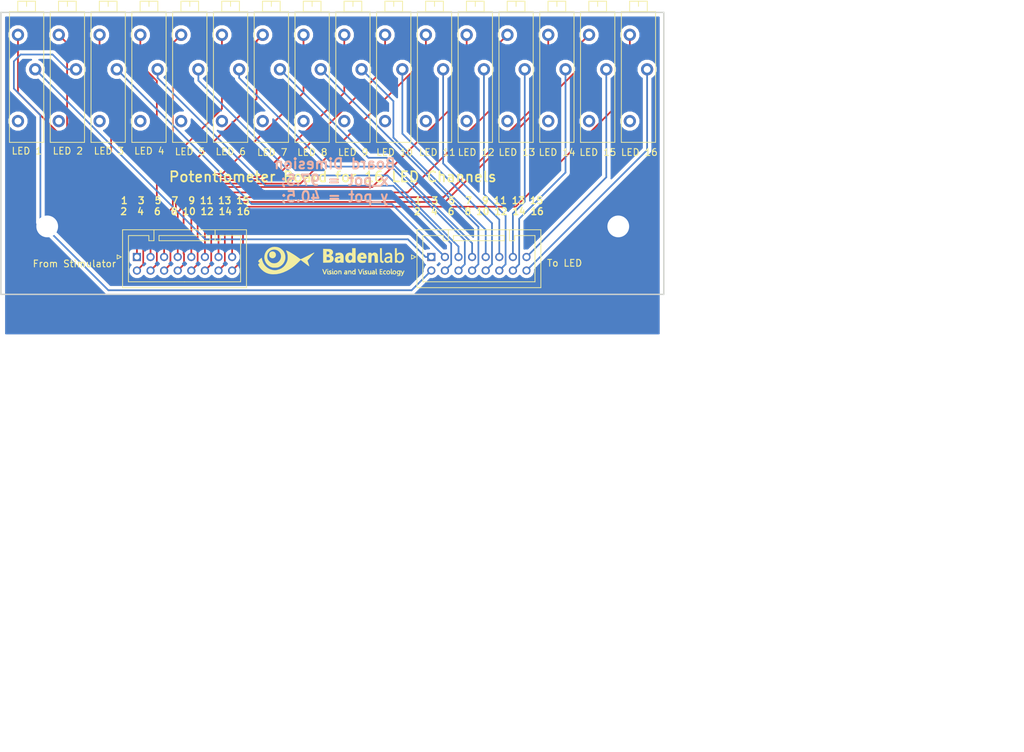
<source format=kicad_pcb>
(kicad_pcb (version 20171130) (host pcbnew "(5.0.0)")

  (general
    (thickness 1.6)
    (drawings 8)
    (tracks 172)
    (zones 0)
    (modules 22)
    (nets 49)
  )

  (page A4)
  (layers
    (0 F.Cu signal)
    (31 B.Cu signal hide)
    (32 B.Adhes user)
    (33 F.Adhes user)
    (34 B.Paste user)
    (35 F.Paste user)
    (36 B.SilkS user)
    (37 F.SilkS user)
    (38 B.Mask user)
    (39 F.Mask user)
    (40 Dwgs.User user)
    (41 Cmts.User user)
    (42 Eco1.User user)
    (43 Eco2.User user)
    (44 Edge.Cuts user)
    (45 Margin user)
    (46 B.CrtYd user)
    (47 F.CrtYd user)
    (48 B.Fab user)
    (49 F.Fab user)
  )

  (setup
    (last_trace_width 0.25)
    (trace_clearance 0.2)
    (zone_clearance 0.508)
    (zone_45_only no)
    (trace_min 0.2)
    (segment_width 0.2)
    (edge_width 0.15)
    (via_size 0.8)
    (via_drill 0.4)
    (via_min_size 0.4)
    (via_min_drill 0.3)
    (uvia_size 0.3)
    (uvia_drill 0.1)
    (uvias_allowed no)
    (uvia_min_size 0.2)
    (uvia_min_drill 0.1)
    (pcb_text_width 0.3)
    (pcb_text_size 1.5 1.5)
    (mod_edge_width 0.15)
    (mod_text_size 1 1)
    (mod_text_width 0.15)
    (pad_size 1.524 1.524)
    (pad_drill 0.762)
    (pad_to_mask_clearance 0.2)
    (aux_axis_origin 0 0)
    (visible_elements 7FFFFFFF)
    (pcbplotparams
      (layerselection 0x3ffff_ffffffff)
      (usegerberextensions false)
      (usegerberattributes false)
      (usegerberadvancedattributes false)
      (creategerberjobfile false)
      (excludeedgelayer true)
      (linewidth 0.100000)
      (plotframeref false)
      (viasonmask false)
      (mode 1)
      (useauxorigin false)
      (hpglpennumber 1)
      (hpglpenspeed 20)
      (hpglpendiameter 15.000000)
      (psnegative false)
      (psa4output false)
      (plotreference true)
      (plotvalue true)
      (plotinvisibletext false)
      (padsonsilk false)
      (subtractmaskfromsilk false)
      (outputformat 1)
      (mirror false)
      (drillshape 0)
      (scaleselection 1)
      (outputdirectory ""))
  )

  (net 0 "")
  (net 1 "Net-(J1-Pad1)")
  (net 2 "Net-(J1-Pad2)")
  (net 3 "Net-(J1-Pad3)")
  (net 4 "Net-(J1-Pad4)")
  (net 5 "Net-(J2-Pad4)")
  (net 6 "Net-(J2-Pad3)")
  (net 7 "Net-(J2-Pad2)")
  (net 8 "Net-(J2-Pad1)")
  (net 9 "Net-(RV1-Pad1)")
  (net 10 "Net-(RV2-Pad1)")
  (net 11 "Net-(RV3-Pad1)")
  (net 12 "Net-(RV4-Pad1)")
  (net 13 "Net-(J1-Pad16)")
  (net 14 "Net-(J1-Pad14)")
  (net 15 "Net-(J1-Pad12)")
  (net 16 "Net-(J1-Pad10)")
  (net 17 "Net-(J1-Pad8)")
  (net 18 "Net-(J1-Pad6)")
  (net 19 "Net-(J1-Pad15)")
  (net 20 "Net-(J1-Pad13)")
  (net 21 "Net-(J1-Pad11)")
  (net 22 "Net-(J1-Pad9)")
  (net 23 "Net-(J1-Pad7)")
  (net 24 "Net-(J1-Pad5)")
  (net 25 "Net-(J2-Pad5)")
  (net 26 "Net-(J2-Pad7)")
  (net 27 "Net-(J2-Pad9)")
  (net 28 "Net-(J2-Pad11)")
  (net 29 "Net-(J2-Pad13)")
  (net 30 "Net-(J2-Pad15)")
  (net 31 "Net-(J2-Pad6)")
  (net 32 "Net-(J2-Pad8)")
  (net 33 "Net-(J2-Pad10)")
  (net 34 "Net-(J2-Pad12)")
  (net 35 "Net-(J2-Pad14)")
  (net 36 "Net-(J2-Pad16)")
  (net 37 "Net-(RV5-Pad1)")
  (net 38 "Net-(RV6-Pad1)")
  (net 39 "Net-(RV7-Pad1)")
  (net 40 "Net-(RV8-Pad1)")
  (net 41 "Net-(RV9-Pad1)")
  (net 42 "Net-(RV10-Pad1)")
  (net 43 "Net-(RV11-Pad1)")
  (net 44 "Net-(RV12-Pad1)")
  (net 45 "Net-(RV13-Pad1)")
  (net 46 "Net-(RV14-Pad1)")
  (net 47 "Net-(RV15-Pad1)")
  (net 48 "Net-(RV16-Pad1)")

  (net_class Default "This is the default net class."
    (clearance 0.2)
    (trace_width 0.25)
    (via_dia 0.8)
    (via_drill 0.4)
    (uvia_dia 0.3)
    (uvia_drill 0.1)
    (add_net "Net-(J1-Pad1)")
    (add_net "Net-(J1-Pad10)")
    (add_net "Net-(J1-Pad11)")
    (add_net "Net-(J1-Pad12)")
    (add_net "Net-(J1-Pad13)")
    (add_net "Net-(J1-Pad14)")
    (add_net "Net-(J1-Pad15)")
    (add_net "Net-(J1-Pad16)")
    (add_net "Net-(J1-Pad2)")
    (add_net "Net-(J1-Pad3)")
    (add_net "Net-(J1-Pad4)")
    (add_net "Net-(J1-Pad5)")
    (add_net "Net-(J1-Pad6)")
    (add_net "Net-(J1-Pad7)")
    (add_net "Net-(J1-Pad8)")
    (add_net "Net-(J1-Pad9)")
    (add_net "Net-(J2-Pad1)")
    (add_net "Net-(J2-Pad10)")
    (add_net "Net-(J2-Pad11)")
    (add_net "Net-(J2-Pad12)")
    (add_net "Net-(J2-Pad13)")
    (add_net "Net-(J2-Pad14)")
    (add_net "Net-(J2-Pad15)")
    (add_net "Net-(J2-Pad16)")
    (add_net "Net-(J2-Pad2)")
    (add_net "Net-(J2-Pad3)")
    (add_net "Net-(J2-Pad4)")
    (add_net "Net-(J2-Pad5)")
    (add_net "Net-(J2-Pad6)")
    (add_net "Net-(J2-Pad7)")
    (add_net "Net-(J2-Pad8)")
    (add_net "Net-(J2-Pad9)")
    (add_net "Net-(RV1-Pad1)")
    (add_net "Net-(RV10-Pad1)")
    (add_net "Net-(RV11-Pad1)")
    (add_net "Net-(RV12-Pad1)")
    (add_net "Net-(RV13-Pad1)")
    (add_net "Net-(RV14-Pad1)")
    (add_net "Net-(RV15-Pad1)")
    (add_net "Net-(RV16-Pad1)")
    (add_net "Net-(RV2-Pad1)")
    (add_net "Net-(RV3-Pad1)")
    (add_net "Net-(RV4-Pad1)")
    (add_net "Net-(RV5-Pad1)")
    (add_net "Net-(RV6-Pad1)")
    (add_net "Net-(RV7-Pad1)")
    (add_net "Net-(RV8-Pad1)")
    (add_net "Net-(RV9-Pad1)")
  )

  (module Potentiometer_THT:Potentiometer_Vishay_43_Horizontal (layer F.Cu) (tedit 5C757E1C) (tstamp 5C75E94B)
    (at 80 60 270)
    (descr "Potentiometer, horizontal, Vishay 43, http://www.vishay.com/docs/57026/43.pdf")
    (tags "Potentiometer horizontal Vishay 43")
    (path /5C758143)
    (fp_text reference " LED 11" (at 4.6 -1.3) (layer F.SilkS)
      (effects (font (size 1 1) (thickness 0.15)))
    )
    (fp_text value R_POT_TRIM (at -7.26 2.38 270) (layer F.Fab)
      (effects (font (size 1 1) (thickness 0.15)))
    )
    (fp_line (start -16 -3.67) (end -16 1.13) (layer F.Fab) (width 0.1))
    (fp_line (start -16 1.13) (end 3 1.13) (layer F.Fab) (width 0.1))
    (fp_line (start 3 1.13) (end 3 -3.67) (layer F.Fab) (width 0.1))
    (fp_line (start 3 -3.67) (end -16 -3.67) (layer F.Fab) (width 0.1))
    (fp_line (start -17.52 -2.45) (end -17.52 -0.09) (layer F.Fab) (width 0.1))
    (fp_line (start -17.52 -0.09) (end -16 -0.09) (layer F.Fab) (width 0.1))
    (fp_line (start -16 -0.09) (end -16 -2.45) (layer F.Fab) (width 0.1))
    (fp_line (start -16 -2.45) (end -17.52 -2.45) (layer F.Fab) (width 0.1))
    (fp_line (start -17.52 -1.27) (end -16.76 -1.27) (layer F.Fab) (width 0.1))
    (fp_line (start -16.12 -3.79) (end 3.12 -3.79) (layer F.SilkS) (width 0.12))
    (fp_line (start -16.12 1.25) (end 3.12 1.25) (layer F.SilkS) (width 0.12))
    (fp_line (start -16.12 -3.79) (end -16.12 1.25) (layer F.SilkS) (width 0.12))
    (fp_line (start 3.12 -3.79) (end 3.12 1.25) (layer F.SilkS) (width 0.12))
    (fp_line (start -17.64 -2.57) (end -16.121 -2.57) (layer F.SilkS) (width 0.12))
    (fp_line (start -17.64 0.03) (end -16.121 0.03) (layer F.SilkS) (width 0.12))
    (fp_line (start -17.64 -2.57) (end -17.64 0.03) (layer F.SilkS) (width 0.12))
    (fp_line (start -16.121 -2.57) (end -16.121 0.03) (layer F.SilkS) (width 0.12))
    (fp_line (start -17.64 -1.27) (end -16.881 -1.27) (layer F.SilkS) (width 0.12))
    (fp_line (start -17.8 -3.95) (end -17.8 1.4) (layer F.CrtYd) (width 0.05))
    (fp_line (start -17.8 1.4) (end 3.25 1.4) (layer F.CrtYd) (width 0.05))
    (fp_line (start 3.25 1.4) (end 3.25 -3.95) (layer F.CrtYd) (width 0.05))
    (fp_line (start 3.25 -3.95) (end -17.8 -3.95) (layer F.CrtYd) (width 0.05))
    (fp_text user %R (at -6.5 -1.27 270) (layer F.Fab)
      (effects (font (size 1 1) (thickness 0.15)))
    )
    (pad 1 thru_hole circle (at 0 0 270) (size 1.8 1.8) (drill 1) (layers *.Cu *.Mask)
      (net 43 "Net-(RV11-Pad1)"))
    (pad 2 thru_hole circle (at -7.62 -2.54 270) (size 1.8 1.8) (drill 1) (layers *.Cu *.Mask)
      (net 28 "Net-(J2-Pad11)"))
    (pad 3 thru_hole circle (at -12.7 0 270) (size 1.8 1.8) (drill 1) (layers *.Cu *.Mask)
      (net 21 "Net-(J1-Pad11)"))
    (model ${KISYS3DMOD}/Potentiometer_THT.3dshapes/Potentiometer_Vishay_43_Horizontal.wrl
      (at (xyz 0 0 0))
      (scale (xyz 1 1 1))
      (rotate (xyz 0 0 0))
    )
  )

  (module MountingHole:MountingHole_3.2mm_M3 (layer F.Cu) (tedit 5C764F3B) (tstamp 5C765A37)
    (at 108.3 75.5)
    (descr "Mounting Hole 3.2mm, no annular, M3")
    (tags "mounting hole 3.2mm no annular m3")
    (attr virtual)
    (fp_text reference "" (at 0 -4.2) (layer F.SilkS)
      (effects (font (size 1 1) (thickness 0.15)))
    )
    (fp_text value "" (at 0 4.2) (layer F.Fab)
      (effects (font (size 1 1) (thickness 0.15)))
    )
    (fp_text user %R (at 0.3 0) (layer F.Fab)
      (effects (font (size 1 1) (thickness 0.15)))
    )
    (fp_circle (center 0 0) (end 3.2 0) (layer Cmts.User) (width 0.15))
    (fp_circle (center 0 0) (end 3.45 0) (layer F.CrtYd) (width 0.05))
    (pad 1 np_thru_hole circle (at 0 0) (size 3.2 3.2) (drill 3.2) (layers *.Cu *.Mask))
  )

  (module MountingHole:MountingHole_3.2mm_M3 (layer F.Cu) (tedit 5C764F36) (tstamp 5C765A2E)
    (at 24.3 75.5)
    (descr "Mounting Hole 3.2mm, no annular, M3")
    (tags "mounting hole 3.2mm no annular m3")
    (attr virtual)
    (fp_text reference "" (at 0 -4.2) (layer F.SilkS)
      (effects (font (size 1 1) (thickness 0.15)))
    )
    (fp_text value "" (at 0 4.2) (layer F.Fab)
      (effects (font (size 1 1) (thickness 0.15)))
    )
    (fp_text user %R (at 0.3 0) (layer F.Fab)
      (effects (font (size 1 1) (thickness 0.15)))
    )
    (fp_circle (center 0 0) (end 3.2 0) (layer Cmts.User) (width 0.15))
    (fp_circle (center 0 0) (end 3.45 0) (layer F.CrtYd) (width 0.05))
    (pad 1 np_thru_hole circle (at 0 0) (size 3.2 3.2) (drill 3.2) (layers *.Cu *.Mask))
  )

  (module Potentiometer_THT:Potentiometer_Vishay_43_Horizontal (layer F.Cu) (tedit 5C756EAB) (tstamp 5C75DC01)
    (at 20 60 270)
    (descr "Potentiometer, horizontal, Vishay 43, http://www.vishay.com/docs/57026/43.pdf")
    (tags "Potentiometer horizontal Vishay 43")
    (path /5C756AE9)
    (fp_text reference "LED 1" (at 4.4 -1.3) (layer F.SilkS)
      (effects (font (size 1 1) (thickness 0.15)))
    )
    (fp_text value "" (at -7.26 2.38 270) (layer F.Fab)
      (effects (font (size 1 1) (thickness 0.15)))
    )
    (fp_text user %R (at -6.5 -1.27 270) (layer F.Fab)
      (effects (font (size 1 1) (thickness 0.15)))
    )
    (fp_line (start 3.25 -3.95) (end -17.8 -3.95) (layer F.CrtYd) (width 0.05))
    (fp_line (start 3.25 1.4) (end 3.25 -3.95) (layer F.CrtYd) (width 0.05))
    (fp_line (start -17.8 1.4) (end 3.25 1.4) (layer F.CrtYd) (width 0.05))
    (fp_line (start -17.8 -3.95) (end -17.8 1.4) (layer F.CrtYd) (width 0.05))
    (fp_line (start -17.64 -1.27) (end -16.881 -1.27) (layer F.SilkS) (width 0.12))
    (fp_line (start -16.121 -2.57) (end -16.121 0.03) (layer F.SilkS) (width 0.12))
    (fp_line (start -17.64 -2.57) (end -17.64 0.03) (layer F.SilkS) (width 0.12))
    (fp_line (start -17.64 0.03) (end -16.121 0.03) (layer F.SilkS) (width 0.12))
    (fp_line (start -17.64 -2.57) (end -16.121 -2.57) (layer F.SilkS) (width 0.12))
    (fp_line (start 3.12 -3.79) (end 3.12 1.25) (layer F.SilkS) (width 0.12))
    (fp_line (start -16.12 -3.79) (end -16.12 1.25) (layer F.SilkS) (width 0.12))
    (fp_line (start -16.12 1.25) (end 3.12 1.25) (layer F.SilkS) (width 0.12))
    (fp_line (start -16.12 -3.79) (end 3.12 -3.79) (layer F.SilkS) (width 0.12))
    (fp_line (start -17.52 -1.27) (end -16.76 -1.27) (layer F.Fab) (width 0.1))
    (fp_line (start -16 -2.45) (end -17.52 -2.45) (layer F.Fab) (width 0.1))
    (fp_line (start -16 -0.09) (end -16 -2.45) (layer F.Fab) (width 0.1))
    (fp_line (start -17.52 -0.09) (end -16 -0.09) (layer F.Fab) (width 0.1))
    (fp_line (start -17.52 -2.45) (end -17.52 -0.09) (layer F.Fab) (width 0.1))
    (fp_line (start 3 -3.67) (end -16 -3.67) (layer F.Fab) (width 0.1))
    (fp_line (start 3 1.13) (end 3 -3.67) (layer F.Fab) (width 0.1))
    (fp_line (start -16 1.13) (end 3 1.13) (layer F.Fab) (width 0.1))
    (fp_line (start -16 -3.67) (end -16 1.13) (layer F.Fab) (width 0.1))
    (pad 3 thru_hole circle (at -12.7 0 270) (size 1.8 1.8) (drill 1) (layers *.Cu *.Mask)
      (net 1 "Net-(J1-Pad1)"))
    (pad 2 thru_hole circle (at -7.62 -2.54 270) (size 1.8 1.8) (drill 1) (layers *.Cu *.Mask)
      (net 8 "Net-(J2-Pad1)"))
    (pad 1 thru_hole circle (at 0 0 270) (size 1.8 1.8) (drill 1) (layers *.Cu *.Mask)
      (net 9 "Net-(RV1-Pad1)"))
    (model ${KISYS3DMOD}/Potentiometer_THT.3dshapes/Potentiometer_Vishay_43_Horizontal.wrl
      (at (xyz 0 0 0))
      (scale (xyz 1 1 1))
      (rotate (xyz 0 0 0))
    )
  )

  (module Potentiometer_THT:Potentiometer_Vishay_43_Horizontal (layer F.Cu) (tedit 5C756EB5) (tstamp 5C75DC1F)
    (at 26 60 270)
    (descr "Potentiometer, horizontal, Vishay 43, http://www.vishay.com/docs/57026/43.pdf")
    (tags "Potentiometer horizontal Vishay 43")
    (path /5C756AAB)
    (fp_text reference "LED 2" (at 4.4 -1.34) (layer F.SilkS)
      (effects (font (size 1 1) (thickness 0.15)))
    )
    (fp_text value "" (at -7.26 2.38 270) (layer F.Fab)
      (effects (font (size 1 1) (thickness 0.15)))
    )
    (fp_line (start -16 -3.67) (end -16 1.13) (layer F.Fab) (width 0.1))
    (fp_line (start -16 1.13) (end 3 1.13) (layer F.Fab) (width 0.1))
    (fp_line (start 3 1.13) (end 3 -3.67) (layer F.Fab) (width 0.1))
    (fp_line (start 3 -3.67) (end -16 -3.67) (layer F.Fab) (width 0.1))
    (fp_line (start -17.52 -2.45) (end -17.52 -0.09) (layer F.Fab) (width 0.1))
    (fp_line (start -17.52 -0.09) (end -16 -0.09) (layer F.Fab) (width 0.1))
    (fp_line (start -16 -0.09) (end -16 -2.45) (layer F.Fab) (width 0.1))
    (fp_line (start -16 -2.45) (end -17.52 -2.45) (layer F.Fab) (width 0.1))
    (fp_line (start -17.52 -1.27) (end -16.76 -1.27) (layer F.Fab) (width 0.1))
    (fp_line (start -16.12 -3.79) (end 3.12 -3.79) (layer F.SilkS) (width 0.12))
    (fp_line (start -16.12 1.25) (end 3.12 1.25) (layer F.SilkS) (width 0.12))
    (fp_line (start -16.12 -3.79) (end -16.12 1.25) (layer F.SilkS) (width 0.12))
    (fp_line (start 3.12 -3.79) (end 3.12 1.25) (layer F.SilkS) (width 0.12))
    (fp_line (start -17.64 -2.57) (end -16.121 -2.57) (layer F.SilkS) (width 0.12))
    (fp_line (start -17.64 0.03) (end -16.121 0.03) (layer F.SilkS) (width 0.12))
    (fp_line (start -17.64 -2.57) (end -17.64 0.03) (layer F.SilkS) (width 0.12))
    (fp_line (start -16.121 -2.57) (end -16.121 0.03) (layer F.SilkS) (width 0.12))
    (fp_line (start -17.64 -1.27) (end -16.881 -1.27) (layer F.SilkS) (width 0.12))
    (fp_line (start -17.8 -3.95) (end -17.8 1.4) (layer F.CrtYd) (width 0.05))
    (fp_line (start -17.8 1.4) (end 3.25 1.4) (layer F.CrtYd) (width 0.05))
    (fp_line (start 3.25 1.4) (end 3.25 -3.95) (layer F.CrtYd) (width 0.05))
    (fp_line (start 3.25 -3.95) (end -17.8 -3.95) (layer F.CrtYd) (width 0.05))
    (fp_text user %R (at -6.5 -1.27 270) (layer F.Fab)
      (effects (font (size 1 1) (thickness 0.15)))
    )
    (pad 1 thru_hole circle (at 0 0 270) (size 1.8 1.8) (drill 1) (layers *.Cu *.Mask)
      (net 10 "Net-(RV2-Pad1)"))
    (pad 2 thru_hole circle (at -7.62 -2.54 270) (size 1.8 1.8) (drill 1) (layers *.Cu *.Mask)
      (net 7 "Net-(J2-Pad2)"))
    (pad 3 thru_hole circle (at -12.7 0 270) (size 1.8 1.8) (drill 1) (layers *.Cu *.Mask)
      (net 2 "Net-(J1-Pad2)"))
    (model ${KISYS3DMOD}/Potentiometer_THT.3dshapes/Potentiometer_Vishay_43_Horizontal.wrl
      (at (xyz 0 0 0))
      (scale (xyz 1 1 1))
      (rotate (xyz 0 0 0))
    )
  )

  (module Potentiometer_THT:Potentiometer_Vishay_43_Horizontal (layer F.Cu) (tedit 5C756EDA) (tstamp 5C75DC3D)
    (at 32 60 270)
    (descr "Potentiometer, horizontal, Vishay 43, http://www.vishay.com/docs/57026/43.pdf")
    (tags "Potentiometer horizontal Vishay 43")
    (path /5C756A65)
    (fp_text reference "LED 3" (at 4.4 -1.38) (layer F.SilkS)
      (effects (font (size 1 1) (thickness 0.15)))
    )
    (fp_text value "" (at -7.26 2.38 270) (layer F.Fab)
      (effects (font (size 1 1) (thickness 0.15)))
    )
    (fp_text user %R (at -6.5 -1.27 270) (layer F.Fab)
      (effects (font (size 1 1) (thickness 0.15)))
    )
    (fp_line (start 3.25 -3.95) (end -17.8 -3.95) (layer F.CrtYd) (width 0.05))
    (fp_line (start 3.25 1.4) (end 3.25 -3.95) (layer F.CrtYd) (width 0.05))
    (fp_line (start -17.8 1.4) (end 3.25 1.4) (layer F.CrtYd) (width 0.05))
    (fp_line (start -17.8 -3.95) (end -17.8 1.4) (layer F.CrtYd) (width 0.05))
    (fp_line (start -17.64 -1.27) (end -16.881 -1.27) (layer F.SilkS) (width 0.12))
    (fp_line (start -16.121 -2.57) (end -16.121 0.03) (layer F.SilkS) (width 0.12))
    (fp_line (start -17.64 -2.57) (end -17.64 0.03) (layer F.SilkS) (width 0.12))
    (fp_line (start -17.64 0.03) (end -16.121 0.03) (layer F.SilkS) (width 0.12))
    (fp_line (start -17.64 -2.57) (end -16.121 -2.57) (layer F.SilkS) (width 0.12))
    (fp_line (start 3.12 -3.79) (end 3.12 1.25) (layer F.SilkS) (width 0.12))
    (fp_line (start -16.12 -3.79) (end -16.12 1.25) (layer F.SilkS) (width 0.12))
    (fp_line (start -16.12 1.25) (end 3.12 1.25) (layer F.SilkS) (width 0.12))
    (fp_line (start -16.12 -3.79) (end 3.12 -3.79) (layer F.SilkS) (width 0.12))
    (fp_line (start -17.52 -1.27) (end -16.76 -1.27) (layer F.Fab) (width 0.1))
    (fp_line (start -16 -2.45) (end -17.52 -2.45) (layer F.Fab) (width 0.1))
    (fp_line (start -16 -0.09) (end -16 -2.45) (layer F.Fab) (width 0.1))
    (fp_line (start -17.52 -0.09) (end -16 -0.09) (layer F.Fab) (width 0.1))
    (fp_line (start -17.52 -2.45) (end -17.52 -0.09) (layer F.Fab) (width 0.1))
    (fp_line (start 3 -3.67) (end -16 -3.67) (layer F.Fab) (width 0.1))
    (fp_line (start 3 1.13) (end 3 -3.67) (layer F.Fab) (width 0.1))
    (fp_line (start -16 1.13) (end 3 1.13) (layer F.Fab) (width 0.1))
    (fp_line (start -16 -3.67) (end -16 1.13) (layer F.Fab) (width 0.1))
    (pad 3 thru_hole circle (at -12.7 0 270) (size 1.8 1.8) (drill 1) (layers *.Cu *.Mask)
      (net 3 "Net-(J1-Pad3)"))
    (pad 2 thru_hole circle (at -7.62 -2.54 270) (size 1.8 1.8) (drill 1) (layers *.Cu *.Mask)
      (net 6 "Net-(J2-Pad3)"))
    (pad 1 thru_hole circle (at 0 0 270) (size 1.8 1.8) (drill 1) (layers *.Cu *.Mask)
      (net 11 "Net-(RV3-Pad1)"))
    (model ${KISYS3DMOD}/Potentiometer_THT.3dshapes/Potentiometer_Vishay_43_Horizontal.wrl
      (at (xyz 0 0 0))
      (scale (xyz 1 1 1))
      (rotate (xyz 0 0 0))
    )
  )

  (module Potentiometer_THT:Potentiometer_Vishay_43_Horizontal (layer F.Cu) (tedit 5C756EE4) (tstamp 5C75DC5B)
    (at 38 60 270)
    (descr "Potentiometer, horizontal, Vishay 43, http://www.vishay.com/docs/57026/43.pdf")
    (tags "Potentiometer horizontal Vishay 43")
    (path /5C756885)
    (fp_text reference "LED 4" (at 4.4 -1.32) (layer F.SilkS)
      (effects (font (size 1 1) (thickness 0.15)))
    )
    (fp_text value "" (at -7.26 2.38 270) (layer F.Fab)
      (effects (font (size 1 1) (thickness 0.15)))
    )
    (fp_line (start -16 -3.67) (end -16 1.13) (layer F.Fab) (width 0.1))
    (fp_line (start -16 1.13) (end 3 1.13) (layer F.Fab) (width 0.1))
    (fp_line (start 3 1.13) (end 3 -3.67) (layer F.Fab) (width 0.1))
    (fp_line (start 3 -3.67) (end -16 -3.67) (layer F.Fab) (width 0.1))
    (fp_line (start -17.52 -2.45) (end -17.52 -0.09) (layer F.Fab) (width 0.1))
    (fp_line (start -17.52 -0.09) (end -16 -0.09) (layer F.Fab) (width 0.1))
    (fp_line (start -16 -0.09) (end -16 -2.45) (layer F.Fab) (width 0.1))
    (fp_line (start -16 -2.45) (end -17.52 -2.45) (layer F.Fab) (width 0.1))
    (fp_line (start -17.52 -1.27) (end -16.76 -1.27) (layer F.Fab) (width 0.1))
    (fp_line (start -16.12 -3.79) (end 3.12 -3.79) (layer F.SilkS) (width 0.12))
    (fp_line (start -16.12 1.25) (end 3.12 1.25) (layer F.SilkS) (width 0.12))
    (fp_line (start -16.12 -3.79) (end -16.12 1.25) (layer F.SilkS) (width 0.12))
    (fp_line (start 3.12 -3.79) (end 3.12 1.25) (layer F.SilkS) (width 0.12))
    (fp_line (start -17.64 -2.57) (end -16.121 -2.57) (layer F.SilkS) (width 0.12))
    (fp_line (start -17.64 0.03) (end -16.121 0.03) (layer F.SilkS) (width 0.12))
    (fp_line (start -17.64 -2.57) (end -17.64 0.03) (layer F.SilkS) (width 0.12))
    (fp_line (start -16.121 -2.57) (end -16.121 0.03) (layer F.SilkS) (width 0.12))
    (fp_line (start -17.64 -1.27) (end -16.881 -1.27) (layer F.SilkS) (width 0.12))
    (fp_line (start -17.8 -3.95) (end -17.8 1.4) (layer F.CrtYd) (width 0.05))
    (fp_line (start -17.8 1.4) (end 3.25 1.4) (layer F.CrtYd) (width 0.05))
    (fp_line (start 3.25 1.4) (end 3.25 -3.95) (layer F.CrtYd) (width 0.05))
    (fp_line (start 3.25 -3.95) (end -17.8 -3.95) (layer F.CrtYd) (width 0.05))
    (fp_text user %R (at -6.5 -1.27 270) (layer F.Fab)
      (effects (font (size 1 1) (thickness 0.15)))
    )
    (pad 1 thru_hole circle (at 0 0 270) (size 1.8 1.8) (drill 1) (layers *.Cu *.Mask)
      (net 12 "Net-(RV4-Pad1)"))
    (pad 2 thru_hole circle (at -7.62 -2.54 270) (size 1.8 1.8) (drill 1) (layers *.Cu *.Mask)
      (net 5 "Net-(J2-Pad4)"))
    (pad 3 thru_hole circle (at -12.7 0 270) (size 1.8 1.8) (drill 1) (layers *.Cu *.Mask)
      (net 4 "Net-(J1-Pad4)"))
    (model ${KISYS3DMOD}/Potentiometer_THT.3dshapes/Potentiometer_Vishay_43_Horizontal.wrl
      (at (xyz 0 0 0))
      (scale (xyz 1 1 1))
      (rotate (xyz 0 0 0))
    )
  )

  (module Potentiometer_THT:Potentiometer_Vishay_43_Horizontal (layer F.Cu) (tedit 5C757DAE) (tstamp 5C75E897)
    (at 44 60 270)
    (descr "Potentiometer, horizontal, Vishay 43, http://www.vishay.com/docs/57026/43.pdf")
    (tags "Potentiometer horizontal Vishay 43")
    (path /5C758010)
    (fp_text reference "LED 5" (at 4.5 -1.3) (layer F.SilkS)
      (effects (font (size 1 1) (thickness 0.15)))
    )
    (fp_text value R_POT_TRIM (at -7.26 2.38 270) (layer F.Fab)
      (effects (font (size 1 1) (thickness 0.15)))
    )
    (fp_line (start -16 -3.67) (end -16 1.13) (layer F.Fab) (width 0.1))
    (fp_line (start -16 1.13) (end 3 1.13) (layer F.Fab) (width 0.1))
    (fp_line (start 3 1.13) (end 3 -3.67) (layer F.Fab) (width 0.1))
    (fp_line (start 3 -3.67) (end -16 -3.67) (layer F.Fab) (width 0.1))
    (fp_line (start -17.52 -2.45) (end -17.52 -0.09) (layer F.Fab) (width 0.1))
    (fp_line (start -17.52 -0.09) (end -16 -0.09) (layer F.Fab) (width 0.1))
    (fp_line (start -16 -0.09) (end -16 -2.45) (layer F.Fab) (width 0.1))
    (fp_line (start -16 -2.45) (end -17.52 -2.45) (layer F.Fab) (width 0.1))
    (fp_line (start -17.52 -1.27) (end -16.76 -1.27) (layer F.Fab) (width 0.1))
    (fp_line (start -16.12 -3.79) (end 3.12 -3.79) (layer F.SilkS) (width 0.12))
    (fp_line (start -16.12 1.25) (end 3.12 1.25) (layer F.SilkS) (width 0.12))
    (fp_line (start -16.12 -3.79) (end -16.12 1.25) (layer F.SilkS) (width 0.12))
    (fp_line (start 3.12 -3.79) (end 3.12 1.25) (layer F.SilkS) (width 0.12))
    (fp_line (start -17.64 -2.57) (end -16.121 -2.57) (layer F.SilkS) (width 0.12))
    (fp_line (start -17.64 0.03) (end -16.121 0.03) (layer F.SilkS) (width 0.12))
    (fp_line (start -17.64 -2.57) (end -17.64 0.03) (layer F.SilkS) (width 0.12))
    (fp_line (start -16.121 -2.57) (end -16.121 0.03) (layer F.SilkS) (width 0.12))
    (fp_line (start -17.64 -1.27) (end -16.881 -1.27) (layer F.SilkS) (width 0.12))
    (fp_line (start -17.8 -3.95) (end -17.8 1.4) (layer F.CrtYd) (width 0.05))
    (fp_line (start -17.8 1.4) (end 3.25 1.4) (layer F.CrtYd) (width 0.05))
    (fp_line (start 3.25 1.4) (end 3.25 -3.95) (layer F.CrtYd) (width 0.05))
    (fp_line (start 3.25 -3.95) (end -17.8 -3.95) (layer F.CrtYd) (width 0.05))
    (fp_text user %R (at -6.5 -1.27 270) (layer F.Fab)
      (effects (font (size 1 1) (thickness 0.15)))
    )
    (pad 1 thru_hole circle (at 0 0 270) (size 1.8 1.8) (drill 1) (layers *.Cu *.Mask)
      (net 37 "Net-(RV5-Pad1)"))
    (pad 2 thru_hole circle (at -7.62 -2.54 270) (size 1.8 1.8) (drill 1) (layers *.Cu *.Mask)
      (net 25 "Net-(J2-Pad5)"))
    (pad 3 thru_hole circle (at -12.7 0 270) (size 1.8 1.8) (drill 1) (layers *.Cu *.Mask)
      (net 24 "Net-(J1-Pad5)"))
    (model ${KISYS3DMOD}/Potentiometer_THT.3dshapes/Potentiometer_Vishay_43_Horizontal.wrl
      (at (xyz 0 0 0))
      (scale (xyz 1 1 1))
      (rotate (xyz 0 0 0))
    )
  )

  (module Potentiometer_THT:Potentiometer_Vishay_43_Horizontal (layer F.Cu) (tedit 5C757DD0) (tstamp 5C75E8B5)
    (at 50 60 270)
    (descr "Potentiometer, horizontal, Vishay 43, http://www.vishay.com/docs/57026/43.pdf")
    (tags "Potentiometer horizontal Vishay 43")
    (path /5C758032)
    (fp_text reference "LED 6" (at 4.5 -1.3) (layer F.SilkS)
      (effects (font (size 1 1) (thickness 0.15)))
    )
    (fp_text value R_POT_TRIM (at -7.26 2.38 270) (layer F.Fab)
      (effects (font (size 1 1) (thickness 0.15)))
    )
    (fp_text user %R (at -6.5 -1.27 270) (layer F.Fab)
      (effects (font (size 1 1) (thickness 0.15)))
    )
    (fp_line (start 3.25 -3.95) (end -17.8 -3.95) (layer F.CrtYd) (width 0.05))
    (fp_line (start 3.25 1.4) (end 3.25 -3.95) (layer F.CrtYd) (width 0.05))
    (fp_line (start -17.8 1.4) (end 3.25 1.4) (layer F.CrtYd) (width 0.05))
    (fp_line (start -17.8 -3.95) (end -17.8 1.4) (layer F.CrtYd) (width 0.05))
    (fp_line (start -17.64 -1.27) (end -16.881 -1.27) (layer F.SilkS) (width 0.12))
    (fp_line (start -16.121 -2.57) (end -16.121 0.03) (layer F.SilkS) (width 0.12))
    (fp_line (start -17.64 -2.57) (end -17.64 0.03) (layer F.SilkS) (width 0.12))
    (fp_line (start -17.64 0.03) (end -16.121 0.03) (layer F.SilkS) (width 0.12))
    (fp_line (start -17.64 -2.57) (end -16.121 -2.57) (layer F.SilkS) (width 0.12))
    (fp_line (start 3.12 -3.79) (end 3.12 1.25) (layer F.SilkS) (width 0.12))
    (fp_line (start -16.12 -3.79) (end -16.12 1.25) (layer F.SilkS) (width 0.12))
    (fp_line (start -16.12 1.25) (end 3.12 1.25) (layer F.SilkS) (width 0.12))
    (fp_line (start -16.12 -3.79) (end 3.12 -3.79) (layer F.SilkS) (width 0.12))
    (fp_line (start -17.52 -1.27) (end -16.76 -1.27) (layer F.Fab) (width 0.1))
    (fp_line (start -16 -2.45) (end -17.52 -2.45) (layer F.Fab) (width 0.1))
    (fp_line (start -16 -0.09) (end -16 -2.45) (layer F.Fab) (width 0.1))
    (fp_line (start -17.52 -0.09) (end -16 -0.09) (layer F.Fab) (width 0.1))
    (fp_line (start -17.52 -2.45) (end -17.52 -0.09) (layer F.Fab) (width 0.1))
    (fp_line (start 3 -3.67) (end -16 -3.67) (layer F.Fab) (width 0.1))
    (fp_line (start 3 1.13) (end 3 -3.67) (layer F.Fab) (width 0.1))
    (fp_line (start -16 1.13) (end 3 1.13) (layer F.Fab) (width 0.1))
    (fp_line (start -16 -3.67) (end -16 1.13) (layer F.Fab) (width 0.1))
    (pad 3 thru_hole circle (at -12.7 0 270) (size 1.8 1.8) (drill 1) (layers *.Cu *.Mask)
      (net 18 "Net-(J1-Pad6)"))
    (pad 2 thru_hole circle (at -7.62 -2.54 270) (size 1.8 1.8) (drill 1) (layers *.Cu *.Mask)
      (net 31 "Net-(J2-Pad6)"))
    (pad 1 thru_hole circle (at 0 0 270) (size 1.8 1.8) (drill 1) (layers *.Cu *.Mask)
      (net 38 "Net-(RV6-Pad1)"))
    (model ${KISYS3DMOD}/Potentiometer_THT.3dshapes/Potentiometer_Vishay_43_Horizontal.wrl
      (at (xyz 0 0 0))
      (scale (xyz 1 1 1))
      (rotate (xyz 0 0 0))
    )
  )

  (module Potentiometer_THT:Potentiometer_Vishay_43_Horizontal (layer F.Cu) (tedit 5C757DDC) (tstamp 5C75E8D3)
    (at 56 60 270)
    (descr "Potentiometer, horizontal, Vishay 43, http://www.vishay.com/docs/57026/43.pdf")
    (tags "Potentiometer horizontal Vishay 43")
    (path /5C758127)
    (fp_text reference "LED 7" (at 4.6 -1.4) (layer F.SilkS)
      (effects (font (size 1 1) (thickness 0.15)))
    )
    (fp_text value R_POT_TRIM (at -7.26 2.38 270) (layer F.Fab)
      (effects (font (size 1 1) (thickness 0.15)))
    )
    (fp_line (start -16 -3.67) (end -16 1.13) (layer F.Fab) (width 0.1))
    (fp_line (start -16 1.13) (end 3 1.13) (layer F.Fab) (width 0.1))
    (fp_line (start 3 1.13) (end 3 -3.67) (layer F.Fab) (width 0.1))
    (fp_line (start 3 -3.67) (end -16 -3.67) (layer F.Fab) (width 0.1))
    (fp_line (start -17.52 -2.45) (end -17.52 -0.09) (layer F.Fab) (width 0.1))
    (fp_line (start -17.52 -0.09) (end -16 -0.09) (layer F.Fab) (width 0.1))
    (fp_line (start -16 -0.09) (end -16 -2.45) (layer F.Fab) (width 0.1))
    (fp_line (start -16 -2.45) (end -17.52 -2.45) (layer F.Fab) (width 0.1))
    (fp_line (start -17.52 -1.27) (end -16.76 -1.27) (layer F.Fab) (width 0.1))
    (fp_line (start -16.12 -3.79) (end 3.12 -3.79) (layer F.SilkS) (width 0.12))
    (fp_line (start -16.12 1.25) (end 3.12 1.25) (layer F.SilkS) (width 0.12))
    (fp_line (start -16.12 -3.79) (end -16.12 1.25) (layer F.SilkS) (width 0.12))
    (fp_line (start 3.12 -3.79) (end 3.12 1.25) (layer F.SilkS) (width 0.12))
    (fp_line (start -17.64 -2.57) (end -16.121 -2.57) (layer F.SilkS) (width 0.12))
    (fp_line (start -17.64 0.03) (end -16.121 0.03) (layer F.SilkS) (width 0.12))
    (fp_line (start -17.64 -2.57) (end -17.64 0.03) (layer F.SilkS) (width 0.12))
    (fp_line (start -16.121 -2.57) (end -16.121 0.03) (layer F.SilkS) (width 0.12))
    (fp_line (start -17.64 -1.27) (end -16.881 -1.27) (layer F.SilkS) (width 0.12))
    (fp_line (start -17.8 -3.95) (end -17.8 1.4) (layer F.CrtYd) (width 0.05))
    (fp_line (start -17.8 1.4) (end 3.25 1.4) (layer F.CrtYd) (width 0.05))
    (fp_line (start 3.25 1.4) (end 3.25 -3.95) (layer F.CrtYd) (width 0.05))
    (fp_line (start 3.25 -3.95) (end -17.8 -3.95) (layer F.CrtYd) (width 0.05))
    (fp_text user %R (at -6.5 -1.27 270) (layer F.Fab)
      (effects (font (size 1 1) (thickness 0.15)))
    )
    (pad 1 thru_hole circle (at 0 0 270) (size 1.8 1.8) (drill 1) (layers *.Cu *.Mask)
      (net 39 "Net-(RV7-Pad1)"))
    (pad 2 thru_hole circle (at -7.62 -2.54 270) (size 1.8 1.8) (drill 1) (layers *.Cu *.Mask)
      (net 26 "Net-(J2-Pad7)"))
    (pad 3 thru_hole circle (at -12.7 0 270) (size 1.8 1.8) (drill 1) (layers *.Cu *.Mask)
      (net 23 "Net-(J1-Pad7)"))
    (model ${KISYS3DMOD}/Potentiometer_THT.3dshapes/Potentiometer_Vishay_43_Horizontal.wrl
      (at (xyz 0 0 0))
      (scale (xyz 1 1 1))
      (rotate (xyz 0 0 0))
    )
  )

  (module Potentiometer_THT:Potentiometer_Vishay_43_Horizontal (layer F.Cu) (tedit 5C757DEC) (tstamp 5C75E8F1)
    (at 62 60 270)
    (descr "Potentiometer, horizontal, Vishay 43, http://www.vishay.com/docs/57026/43.pdf")
    (tags "Potentiometer horizontal Vishay 43")
    (path /5C75812E)
    (fp_text reference "LED 8" (at 4.6 -1.3) (layer F.SilkS)
      (effects (font (size 1 1) (thickness 0.15)))
    )
    (fp_text value R_POT_TRIM (at -7.26 2.38 270) (layer F.Fab)
      (effects (font (size 1 1) (thickness 0.15)))
    )
    (fp_text user %R (at -6.5 -1.27 270) (layer F.Fab)
      (effects (font (size 1 1) (thickness 0.15)))
    )
    (fp_line (start 3.25 -3.95) (end -17.8 -3.95) (layer F.CrtYd) (width 0.05))
    (fp_line (start 3.25 1.4) (end 3.25 -3.95) (layer F.CrtYd) (width 0.05))
    (fp_line (start -17.8 1.4) (end 3.25 1.4) (layer F.CrtYd) (width 0.05))
    (fp_line (start -17.8 -3.95) (end -17.8 1.4) (layer F.CrtYd) (width 0.05))
    (fp_line (start -17.64 -1.27) (end -16.881 -1.27) (layer F.SilkS) (width 0.12))
    (fp_line (start -16.121 -2.57) (end -16.121 0.03) (layer F.SilkS) (width 0.12))
    (fp_line (start -17.64 -2.57) (end -17.64 0.03) (layer F.SilkS) (width 0.12))
    (fp_line (start -17.64 0.03) (end -16.121 0.03) (layer F.SilkS) (width 0.12))
    (fp_line (start -17.64 -2.57) (end -16.121 -2.57) (layer F.SilkS) (width 0.12))
    (fp_line (start 3.12 -3.79) (end 3.12 1.25) (layer F.SilkS) (width 0.12))
    (fp_line (start -16.12 -3.79) (end -16.12 1.25) (layer F.SilkS) (width 0.12))
    (fp_line (start -16.12 1.25) (end 3.12 1.25) (layer F.SilkS) (width 0.12))
    (fp_line (start -16.12 -3.79) (end 3.12 -3.79) (layer F.SilkS) (width 0.12))
    (fp_line (start -17.52 -1.27) (end -16.76 -1.27) (layer F.Fab) (width 0.1))
    (fp_line (start -16 -2.45) (end -17.52 -2.45) (layer F.Fab) (width 0.1))
    (fp_line (start -16 -0.09) (end -16 -2.45) (layer F.Fab) (width 0.1))
    (fp_line (start -17.52 -0.09) (end -16 -0.09) (layer F.Fab) (width 0.1))
    (fp_line (start -17.52 -2.45) (end -17.52 -0.09) (layer F.Fab) (width 0.1))
    (fp_line (start 3 -3.67) (end -16 -3.67) (layer F.Fab) (width 0.1))
    (fp_line (start 3 1.13) (end 3 -3.67) (layer F.Fab) (width 0.1))
    (fp_line (start -16 1.13) (end 3 1.13) (layer F.Fab) (width 0.1))
    (fp_line (start -16 -3.67) (end -16 1.13) (layer F.Fab) (width 0.1))
    (pad 3 thru_hole circle (at -12.7 0 270) (size 1.8 1.8) (drill 1) (layers *.Cu *.Mask)
      (net 17 "Net-(J1-Pad8)"))
    (pad 2 thru_hole circle (at -7.62 -2.54 270) (size 1.8 1.8) (drill 1) (layers *.Cu *.Mask)
      (net 32 "Net-(J2-Pad8)"))
    (pad 1 thru_hole circle (at 0 0 270) (size 1.8 1.8) (drill 1) (layers *.Cu *.Mask)
      (net 40 "Net-(RV8-Pad1)"))
    (model ${KISYS3DMOD}/Potentiometer_THT.3dshapes/Potentiometer_Vishay_43_Horizontal.wrl
      (at (xyz 0 0 0))
      (scale (xyz 1 1 1))
      (rotate (xyz 0 0 0))
    )
  )

  (module Potentiometer_THT:Potentiometer_Vishay_43_Horizontal (layer F.Cu) (tedit 5C757DFD) (tstamp 5C75E90F)
    (at 68 60 270)
    (descr "Potentiometer, horizontal, Vishay 43, http://www.vishay.com/docs/57026/43.pdf")
    (tags "Potentiometer horizontal Vishay 43")
    (path /5C758135)
    (fp_text reference "LED 9" (at 4.6 -1.3) (layer F.SilkS)
      (effects (font (size 1 1) (thickness 0.15)))
    )
    (fp_text value R_POT_TRIM (at -7.26 2.38 270) (layer F.Fab)
      (effects (font (size 1 1) (thickness 0.15)))
    )
    (fp_line (start -16 -3.67) (end -16 1.13) (layer F.Fab) (width 0.1))
    (fp_line (start -16 1.13) (end 3 1.13) (layer F.Fab) (width 0.1))
    (fp_line (start 3 1.13) (end 3 -3.67) (layer F.Fab) (width 0.1))
    (fp_line (start 3 -3.67) (end -16 -3.67) (layer F.Fab) (width 0.1))
    (fp_line (start -17.52 -2.45) (end -17.52 -0.09) (layer F.Fab) (width 0.1))
    (fp_line (start -17.52 -0.09) (end -16 -0.09) (layer F.Fab) (width 0.1))
    (fp_line (start -16 -0.09) (end -16 -2.45) (layer F.Fab) (width 0.1))
    (fp_line (start -16 -2.45) (end -17.52 -2.45) (layer F.Fab) (width 0.1))
    (fp_line (start -17.52 -1.27) (end -16.76 -1.27) (layer F.Fab) (width 0.1))
    (fp_line (start -16.12 -3.79) (end 3.12 -3.79) (layer F.SilkS) (width 0.12))
    (fp_line (start -16.12 1.25) (end 3.12 1.25) (layer F.SilkS) (width 0.12))
    (fp_line (start -16.12 -3.79) (end -16.12 1.25) (layer F.SilkS) (width 0.12))
    (fp_line (start 3.12 -3.79) (end 3.12 1.25) (layer F.SilkS) (width 0.12))
    (fp_line (start -17.64 -2.57) (end -16.121 -2.57) (layer F.SilkS) (width 0.12))
    (fp_line (start -17.64 0.03) (end -16.121 0.03) (layer F.SilkS) (width 0.12))
    (fp_line (start -17.64 -2.57) (end -17.64 0.03) (layer F.SilkS) (width 0.12))
    (fp_line (start -16.121 -2.57) (end -16.121 0.03) (layer F.SilkS) (width 0.12))
    (fp_line (start -17.64 -1.27) (end -16.881 -1.27) (layer F.SilkS) (width 0.12))
    (fp_line (start -17.8 -3.95) (end -17.8 1.4) (layer F.CrtYd) (width 0.05))
    (fp_line (start -17.8 1.4) (end 3.25 1.4) (layer F.CrtYd) (width 0.05))
    (fp_line (start 3.25 1.4) (end 3.25 -3.95) (layer F.CrtYd) (width 0.05))
    (fp_line (start 3.25 -3.95) (end -17.8 -3.95) (layer F.CrtYd) (width 0.05))
    (fp_text user %R (at -6.5 -1.27 270) (layer F.Fab)
      (effects (font (size 1 1) (thickness 0.15)))
    )
    (pad 1 thru_hole circle (at 0 0 270) (size 1.8 1.8) (drill 1) (layers *.Cu *.Mask)
      (net 41 "Net-(RV9-Pad1)"))
    (pad 2 thru_hole circle (at -7.62 -2.54 270) (size 1.8 1.8) (drill 1) (layers *.Cu *.Mask)
      (net 27 "Net-(J2-Pad9)"))
    (pad 3 thru_hole circle (at -12.7 0 270) (size 1.8 1.8) (drill 1) (layers *.Cu *.Mask)
      (net 22 "Net-(J1-Pad9)"))
    (model ${KISYS3DMOD}/Potentiometer_THT.3dshapes/Potentiometer_Vishay_43_Horizontal.wrl
      (at (xyz 0 0 0))
      (scale (xyz 1 1 1))
      (rotate (xyz 0 0 0))
    )
  )

  (module Potentiometer_THT:Potentiometer_Vishay_43_Horizontal (layer F.Cu) (tedit 5C757E0B) (tstamp 5C75E92D)
    (at 74 60 270)
    (descr "Potentiometer, horizontal, Vishay 43, http://www.vishay.com/docs/57026/43.pdf")
    (tags "Potentiometer horizontal Vishay 43")
    (path /5C75813C)
    (fp_text reference "LED 10" (at 4.6 -1.4) (layer F.SilkS)
      (effects (font (size 1 1) (thickness 0.15)))
    )
    (fp_text value R_POT_TRIM (at -7.26 2.38 270) (layer F.Fab)
      (effects (font (size 1 1) (thickness 0.15)))
    )
    (fp_text user %R (at -6.5 -1.27 270) (layer F.Fab)
      (effects (font (size 1 1) (thickness 0.15)))
    )
    (fp_line (start 3.25 -3.95) (end -17.8 -3.95) (layer F.CrtYd) (width 0.05))
    (fp_line (start 3.25 1.4) (end 3.25 -3.95) (layer F.CrtYd) (width 0.05))
    (fp_line (start -17.8 1.4) (end 3.25 1.4) (layer F.CrtYd) (width 0.05))
    (fp_line (start -17.8 -3.95) (end -17.8 1.4) (layer F.CrtYd) (width 0.05))
    (fp_line (start -17.64 -1.27) (end -16.881 -1.27) (layer F.SilkS) (width 0.12))
    (fp_line (start -16.121 -2.57) (end -16.121 0.03) (layer F.SilkS) (width 0.12))
    (fp_line (start -17.64 -2.57) (end -17.64 0.03) (layer F.SilkS) (width 0.12))
    (fp_line (start -17.64 0.03) (end -16.121 0.03) (layer F.SilkS) (width 0.12))
    (fp_line (start -17.64 -2.57) (end -16.121 -2.57) (layer F.SilkS) (width 0.12))
    (fp_line (start 3.12 -3.79) (end 3.12 1.25) (layer F.SilkS) (width 0.12))
    (fp_line (start -16.12 -3.79) (end -16.12 1.25) (layer F.SilkS) (width 0.12))
    (fp_line (start -16.12 1.25) (end 3.12 1.25) (layer F.SilkS) (width 0.12))
    (fp_line (start -16.12 -3.79) (end 3.12 -3.79) (layer F.SilkS) (width 0.12))
    (fp_line (start -17.52 -1.27) (end -16.76 -1.27) (layer F.Fab) (width 0.1))
    (fp_line (start -16 -2.45) (end -17.52 -2.45) (layer F.Fab) (width 0.1))
    (fp_line (start -16 -0.09) (end -16 -2.45) (layer F.Fab) (width 0.1))
    (fp_line (start -17.52 -0.09) (end -16 -0.09) (layer F.Fab) (width 0.1))
    (fp_line (start -17.52 -2.45) (end -17.52 -0.09) (layer F.Fab) (width 0.1))
    (fp_line (start 3 -3.67) (end -16 -3.67) (layer F.Fab) (width 0.1))
    (fp_line (start 3 1.13) (end 3 -3.67) (layer F.Fab) (width 0.1))
    (fp_line (start -16 1.13) (end 3 1.13) (layer F.Fab) (width 0.1))
    (fp_line (start -16 -3.67) (end -16 1.13) (layer F.Fab) (width 0.1))
    (pad 3 thru_hole circle (at -12.7 0 270) (size 1.8 1.8) (drill 1) (layers *.Cu *.Mask)
      (net 16 "Net-(J1-Pad10)"))
    (pad 2 thru_hole circle (at -7.62 -2.54 270) (size 1.8 1.8) (drill 1) (layers *.Cu *.Mask)
      (net 33 "Net-(J2-Pad10)"))
    (pad 1 thru_hole circle (at 0 0 270) (size 1.8 1.8) (drill 1) (layers *.Cu *.Mask)
      (net 42 "Net-(RV10-Pad1)"))
    (model ${KISYS3DMOD}/Potentiometer_THT.3dshapes/Potentiometer_Vishay_43_Horizontal.wrl
      (at (xyz 0 0 0))
      (scale (xyz 1 1 1))
      (rotate (xyz 0 0 0))
    )
  )

  (module Potentiometer_THT:Potentiometer_Vishay_43_Horizontal (layer F.Cu) (tedit 5C764B01) (tstamp 5C75E969)
    (at 86 60 270)
    (descr "Potentiometer, horizontal, Vishay 43, http://www.vishay.com/docs/57026/43.pdf")
    (tags "Potentiometer horizontal Vishay 43")
    (path /5C75814A)
    (fp_text reference "LED 12" (at 4.6 -1.4) (layer F.SilkS)
      (effects (font (size 1 1) (thickness 0.15)))
    )
    (fp_text value R_POT_TRIM (at -7.26 2.38 270) (layer F.Fab)
      (effects (font (size 1 1) (thickness 0.15)))
    )
    (fp_line (start -16 -3.67) (end -16 1.13) (layer F.Fab) (width 0.1))
    (fp_line (start -16 1.13) (end 3 1.13) (layer F.Fab) (width 0.1))
    (fp_line (start 3 1.13) (end 3 -3.67) (layer F.Fab) (width 0.1))
    (fp_line (start 3 -3.67) (end -16 -3.67) (layer F.Fab) (width 0.1))
    (fp_line (start -17.52 -2.45) (end -17.52 -0.09) (layer F.Fab) (width 0.1))
    (fp_line (start -17.52 -0.09) (end -16 -0.09) (layer F.Fab) (width 0.1))
    (fp_line (start -16 -0.09) (end -16 -2.45) (layer F.Fab) (width 0.1))
    (fp_line (start -16 -2.45) (end -17.52 -2.45) (layer F.Fab) (width 0.1))
    (fp_line (start -17.52 -1.27) (end -16.76 -1.27) (layer F.Fab) (width 0.1))
    (fp_line (start -16.12 -3.79) (end 3.12 -3.79) (layer F.SilkS) (width 0.12))
    (fp_line (start -16.12 1.25) (end 3.12 1.25) (layer F.SilkS) (width 0.12))
    (fp_line (start -16.12 -3.79) (end -16.12 1.25) (layer F.SilkS) (width 0.12))
    (fp_line (start 3.12 -3.79) (end 3.12 1.25) (layer F.SilkS) (width 0.12))
    (fp_line (start -17.64 -2.57) (end -16.121 -2.57) (layer F.SilkS) (width 0.12))
    (fp_line (start -17.64 0.03) (end -16.121 0.03) (layer F.SilkS) (width 0.12))
    (fp_line (start -17.64 -2.57) (end -17.64 0.03) (layer F.SilkS) (width 0.12))
    (fp_line (start -16.121 -2.57) (end -16.121 0.03) (layer F.SilkS) (width 0.12))
    (fp_line (start -17.64 -1.27) (end -16.881 -1.27) (layer F.SilkS) (width 0.12))
    (fp_line (start -17.8 -3.95) (end -17.8 1.4) (layer F.CrtYd) (width 0.05))
    (fp_line (start -17.8 1.4) (end 3.25 1.4) (layer F.CrtYd) (width 0.05))
    (fp_line (start 3.25 1.4) (end 3.25 -3.95) (layer F.CrtYd) (width 0.05))
    (fp_line (start 3.25 -3.95) (end -17.8 -3.95) (layer F.CrtYd) (width 0.05))
    (fp_text user %R (at -6.5 -1.27 270) (layer F.Fab)
      (effects (font (size 1 1) (thickness 0.15)))
    )
    (pad 1 thru_hole circle (at 0 0 270) (size 1.8 1.8) (drill 1) (layers *.Cu *.Mask)
      (net 44 "Net-(RV12-Pad1)"))
    (pad 2 thru_hole circle (at -7.62 -2.54 270) (size 1.8 1.8) (drill 1) (layers *.Cu *.Mask)
      (net 34 "Net-(J2-Pad12)"))
    (pad 3 thru_hole circle (at -12.7 0 270) (size 1.8 1.8) (drill 1) (layers *.Cu *.Mask)
      (net 15 "Net-(J1-Pad12)"))
    (model ${KISYS3DMOD}/Potentiometer_THT.3dshapes/Potentiometer_Vishay_43_Horizontal.wrl
      (at (xyz 0 0 0))
      (scale (xyz 1 1 1))
      (rotate (xyz 0 0 0))
    )
  )

  (module Potentiometer_THT:Potentiometer_Vishay_43_Horizontal (layer F.Cu) (tedit 5C757E4A) (tstamp 5C75E987)
    (at 92 60 270)
    (descr "Potentiometer, horizontal, Vishay 43, http://www.vishay.com/docs/57026/43.pdf")
    (tags "Potentiometer horizontal Vishay 43")
    (path /5C7582F3)
    (fp_text reference "LED 13" (at 4.6 -1.4) (layer F.SilkS)
      (effects (font (size 1 1) (thickness 0.15)))
    )
    (fp_text value R_POT_TRIM (at -7.26 2.38 270) (layer F.Fab)
      (effects (font (size 1 1) (thickness 0.15)))
    )
    (fp_line (start -16 -3.67) (end -16 1.13) (layer F.Fab) (width 0.1))
    (fp_line (start -16 1.13) (end 3 1.13) (layer F.Fab) (width 0.1))
    (fp_line (start 3 1.13) (end 3 -3.67) (layer F.Fab) (width 0.1))
    (fp_line (start 3 -3.67) (end -16 -3.67) (layer F.Fab) (width 0.1))
    (fp_line (start -17.52 -2.45) (end -17.52 -0.09) (layer F.Fab) (width 0.1))
    (fp_line (start -17.52 -0.09) (end -16 -0.09) (layer F.Fab) (width 0.1))
    (fp_line (start -16 -0.09) (end -16 -2.45) (layer F.Fab) (width 0.1))
    (fp_line (start -16 -2.45) (end -17.52 -2.45) (layer F.Fab) (width 0.1))
    (fp_line (start -17.52 -1.27) (end -16.76 -1.27) (layer F.Fab) (width 0.1))
    (fp_line (start -16.12 -3.79) (end 3.12 -3.79) (layer F.SilkS) (width 0.12))
    (fp_line (start -16.12 1.25) (end 3.12 1.25) (layer F.SilkS) (width 0.12))
    (fp_line (start -16.12 -3.79) (end -16.12 1.25) (layer F.SilkS) (width 0.12))
    (fp_line (start 3.12 -3.79) (end 3.12 1.25) (layer F.SilkS) (width 0.12))
    (fp_line (start -17.64 -2.57) (end -16.121 -2.57) (layer F.SilkS) (width 0.12))
    (fp_line (start -17.64 0.03) (end -16.121 0.03) (layer F.SilkS) (width 0.12))
    (fp_line (start -17.64 -2.57) (end -17.64 0.03) (layer F.SilkS) (width 0.12))
    (fp_line (start -16.121 -2.57) (end -16.121 0.03) (layer F.SilkS) (width 0.12))
    (fp_line (start -17.64 -1.27) (end -16.881 -1.27) (layer F.SilkS) (width 0.12))
    (fp_line (start -17.8 -3.95) (end -17.8 1.4) (layer F.CrtYd) (width 0.05))
    (fp_line (start -17.8 1.4) (end 3.25 1.4) (layer F.CrtYd) (width 0.05))
    (fp_line (start 3.25 1.4) (end 3.25 -3.95) (layer F.CrtYd) (width 0.05))
    (fp_line (start 3.25 -3.95) (end -17.8 -3.95) (layer F.CrtYd) (width 0.05))
    (fp_text user %R (at -6.5 -1.27 270) (layer F.Fab)
      (effects (font (size 1 1) (thickness 0.15)))
    )
    (pad 1 thru_hole circle (at 0 0 270) (size 1.8 1.8) (drill 1) (layers *.Cu *.Mask)
      (net 45 "Net-(RV13-Pad1)"))
    (pad 2 thru_hole circle (at -7.62 -2.54 270) (size 1.8 1.8) (drill 1) (layers *.Cu *.Mask)
      (net 29 "Net-(J2-Pad13)"))
    (pad 3 thru_hole circle (at -12.7 0 270) (size 1.8 1.8) (drill 1) (layers *.Cu *.Mask)
      (net 20 "Net-(J1-Pad13)"))
    (model ${KISYS3DMOD}/Potentiometer_THT.3dshapes/Potentiometer_Vishay_43_Horizontal.wrl
      (at (xyz 0 0 0))
      (scale (xyz 1 1 1))
      (rotate (xyz 0 0 0))
    )
  )

  (module Potentiometer_THT:Potentiometer_Vishay_43_Horizontal (layer F.Cu) (tedit 5C757E59) (tstamp 5C75E9A5)
    (at 98 60 270)
    (descr "Potentiometer, horizontal, Vishay 43, http://www.vishay.com/docs/57026/43.pdf")
    (tags "Potentiometer horizontal Vishay 43")
    (path /5C7582FA)
    (fp_text reference "LED 14" (at 4.6 -1.3) (layer F.SilkS)
      (effects (font (size 1 1) (thickness 0.15)))
    )
    (fp_text value R_POT_TRIM (at -7.26 2.38 270) (layer F.Fab)
      (effects (font (size 1 1) (thickness 0.15)))
    )
    (fp_text user %R (at -6.5 -1.27 270) (layer F.Fab)
      (effects (font (size 1 1) (thickness 0.15)))
    )
    (fp_line (start 3.25 -3.95) (end -17.8 -3.95) (layer F.CrtYd) (width 0.05))
    (fp_line (start 3.25 1.4) (end 3.25 -3.95) (layer F.CrtYd) (width 0.05))
    (fp_line (start -17.8 1.4) (end 3.25 1.4) (layer F.CrtYd) (width 0.05))
    (fp_line (start -17.8 -3.95) (end -17.8 1.4) (layer F.CrtYd) (width 0.05))
    (fp_line (start -17.64 -1.27) (end -16.881 -1.27) (layer F.SilkS) (width 0.12))
    (fp_line (start -16.121 -2.57) (end -16.121 0.03) (layer F.SilkS) (width 0.12))
    (fp_line (start -17.64 -2.57) (end -17.64 0.03) (layer F.SilkS) (width 0.12))
    (fp_line (start -17.64 0.03) (end -16.121 0.03) (layer F.SilkS) (width 0.12))
    (fp_line (start -17.64 -2.57) (end -16.121 -2.57) (layer F.SilkS) (width 0.12))
    (fp_line (start 3.12 -3.79) (end 3.12 1.25) (layer F.SilkS) (width 0.12))
    (fp_line (start -16.12 -3.79) (end -16.12 1.25) (layer F.SilkS) (width 0.12))
    (fp_line (start -16.12 1.25) (end 3.12 1.25) (layer F.SilkS) (width 0.12))
    (fp_line (start -16.12 -3.79) (end 3.12 -3.79) (layer F.SilkS) (width 0.12))
    (fp_line (start -17.52 -1.27) (end -16.76 -1.27) (layer F.Fab) (width 0.1))
    (fp_line (start -16 -2.45) (end -17.52 -2.45) (layer F.Fab) (width 0.1))
    (fp_line (start -16 -0.09) (end -16 -2.45) (layer F.Fab) (width 0.1))
    (fp_line (start -17.52 -0.09) (end -16 -0.09) (layer F.Fab) (width 0.1))
    (fp_line (start -17.52 -2.45) (end -17.52 -0.09) (layer F.Fab) (width 0.1))
    (fp_line (start 3 -3.67) (end -16 -3.67) (layer F.Fab) (width 0.1))
    (fp_line (start 3 1.13) (end 3 -3.67) (layer F.Fab) (width 0.1))
    (fp_line (start -16 1.13) (end 3 1.13) (layer F.Fab) (width 0.1))
    (fp_line (start -16 -3.67) (end -16 1.13) (layer F.Fab) (width 0.1))
    (pad 3 thru_hole circle (at -12.7 0 270) (size 1.8 1.8) (drill 1) (layers *.Cu *.Mask)
      (net 14 "Net-(J1-Pad14)"))
    (pad 2 thru_hole circle (at -7.62 -2.54 270) (size 1.8 1.8) (drill 1) (layers *.Cu *.Mask)
      (net 35 "Net-(J2-Pad14)"))
    (pad 1 thru_hole circle (at 0 0 270) (size 1.8 1.8) (drill 1) (layers *.Cu *.Mask)
      (net 46 "Net-(RV14-Pad1)"))
    (model ${KISYS3DMOD}/Potentiometer_THT.3dshapes/Potentiometer_Vishay_43_Horizontal.wrl
      (at (xyz 0 0 0))
      (scale (xyz 1 1 1))
      (rotate (xyz 0 0 0))
    )
  )

  (module Potentiometer_THT:Potentiometer_Vishay_43_Horizontal (layer F.Cu) (tedit 5C757E68) (tstamp 5C75E9C3)
    (at 104 60 270)
    (descr "Potentiometer, horizontal, Vishay 43, http://www.vishay.com/docs/57026/43.pdf")
    (tags "Potentiometer horizontal Vishay 43")
    (path /5C758301)
    (fp_text reference "LED 15" (at 4.6 -1.3) (layer F.SilkS)
      (effects (font (size 1 1) (thickness 0.15)))
    )
    (fp_text value R_POT_TRIM (at -7.26 2.38 270) (layer F.Fab)
      (effects (font (size 1 1) (thickness 0.15)))
    )
    (fp_line (start -16 -3.67) (end -16 1.13) (layer F.Fab) (width 0.1))
    (fp_line (start -16 1.13) (end 3 1.13) (layer F.Fab) (width 0.1))
    (fp_line (start 3 1.13) (end 3 -3.67) (layer F.Fab) (width 0.1))
    (fp_line (start 3 -3.67) (end -16 -3.67) (layer F.Fab) (width 0.1))
    (fp_line (start -17.52 -2.45) (end -17.52 -0.09) (layer F.Fab) (width 0.1))
    (fp_line (start -17.52 -0.09) (end -16 -0.09) (layer F.Fab) (width 0.1))
    (fp_line (start -16 -0.09) (end -16 -2.45) (layer F.Fab) (width 0.1))
    (fp_line (start -16 -2.45) (end -17.52 -2.45) (layer F.Fab) (width 0.1))
    (fp_line (start -17.52 -1.27) (end -16.76 -1.27) (layer F.Fab) (width 0.1))
    (fp_line (start -16.12 -3.79) (end 3.12 -3.79) (layer F.SilkS) (width 0.12))
    (fp_line (start -16.12 1.25) (end 3.12 1.25) (layer F.SilkS) (width 0.12))
    (fp_line (start -16.12 -3.79) (end -16.12 1.25) (layer F.SilkS) (width 0.12))
    (fp_line (start 3.12 -3.79) (end 3.12 1.25) (layer F.SilkS) (width 0.12))
    (fp_line (start -17.64 -2.57) (end -16.121 -2.57) (layer F.SilkS) (width 0.12))
    (fp_line (start -17.64 0.03) (end -16.121 0.03) (layer F.SilkS) (width 0.12))
    (fp_line (start -17.64 -2.57) (end -17.64 0.03) (layer F.SilkS) (width 0.12))
    (fp_line (start -16.121 -2.57) (end -16.121 0.03) (layer F.SilkS) (width 0.12))
    (fp_line (start -17.64 -1.27) (end -16.881 -1.27) (layer F.SilkS) (width 0.12))
    (fp_line (start -17.8 -3.95) (end -17.8 1.4) (layer F.CrtYd) (width 0.05))
    (fp_line (start -17.8 1.4) (end 3.25 1.4) (layer F.CrtYd) (width 0.05))
    (fp_line (start 3.25 1.4) (end 3.25 -3.95) (layer F.CrtYd) (width 0.05))
    (fp_line (start 3.25 -3.95) (end -17.8 -3.95) (layer F.CrtYd) (width 0.05))
    (fp_text user %R (at -6.5 -1.27 270) (layer F.Fab)
      (effects (font (size 1 1) (thickness 0.15)))
    )
    (pad 1 thru_hole circle (at 0 0 270) (size 1.8 1.8) (drill 1) (layers *.Cu *.Mask)
      (net 47 "Net-(RV15-Pad1)"))
    (pad 2 thru_hole circle (at -7.62 -2.54 270) (size 1.8 1.8) (drill 1) (layers *.Cu *.Mask)
      (net 30 "Net-(J2-Pad15)"))
    (pad 3 thru_hole circle (at -12.7 0 270) (size 1.8 1.8) (drill 1) (layers *.Cu *.Mask)
      (net 19 "Net-(J1-Pad15)"))
    (model ${KISYS3DMOD}/Potentiometer_THT.3dshapes/Potentiometer_Vishay_43_Horizontal.wrl
      (at (xyz 0 0 0))
      (scale (xyz 1 1 1))
      (rotate (xyz 0 0 0))
    )
  )

  (module Potentiometer_THT:Potentiometer_Vishay_43_Horizontal (layer F.Cu) (tedit 5C757E78) (tstamp 5C75E9E1)
    (at 110 60 270)
    (descr "Potentiometer, horizontal, Vishay 43, http://www.vishay.com/docs/57026/43.pdf")
    (tags "Potentiometer horizontal Vishay 43")
    (path /5C758308)
    (fp_text reference "LED 16" (at 4.6 -1.4) (layer F.SilkS)
      (effects (font (size 1 1) (thickness 0.15)))
    )
    (fp_text value R_POT_TRIM (at -7.26 2.38 270) (layer F.Fab)
      (effects (font (size 1 1) (thickness 0.15)))
    )
    (fp_text user %R (at -6.5 -1.27 270) (layer F.Fab)
      (effects (font (size 1 1) (thickness 0.15)))
    )
    (fp_line (start 3.25 -3.95) (end -17.8 -3.95) (layer F.CrtYd) (width 0.05))
    (fp_line (start 3.25 1.4) (end 3.25 -3.95) (layer F.CrtYd) (width 0.05))
    (fp_line (start -17.8 1.4) (end 3.25 1.4) (layer F.CrtYd) (width 0.05))
    (fp_line (start -17.8 -3.95) (end -17.8 1.4) (layer F.CrtYd) (width 0.05))
    (fp_line (start -17.64 -1.27) (end -16.881 -1.27) (layer F.SilkS) (width 0.12))
    (fp_line (start -16.121 -2.57) (end -16.121 0.03) (layer F.SilkS) (width 0.12))
    (fp_line (start -17.64 -2.57) (end -17.64 0.03) (layer F.SilkS) (width 0.12))
    (fp_line (start -17.64 0.03) (end -16.121 0.03) (layer F.SilkS) (width 0.12))
    (fp_line (start -17.64 -2.57) (end -16.121 -2.57) (layer F.SilkS) (width 0.12))
    (fp_line (start 3.12 -3.79) (end 3.12 1.25) (layer F.SilkS) (width 0.12))
    (fp_line (start -16.12 -3.79) (end -16.12 1.25) (layer F.SilkS) (width 0.12))
    (fp_line (start -16.12 1.25) (end 3.12 1.25) (layer F.SilkS) (width 0.12))
    (fp_line (start -16.12 -3.79) (end 3.12 -3.79) (layer F.SilkS) (width 0.12))
    (fp_line (start -17.52 -1.27) (end -16.76 -1.27) (layer F.Fab) (width 0.1))
    (fp_line (start -16 -2.45) (end -17.52 -2.45) (layer F.Fab) (width 0.1))
    (fp_line (start -16 -0.09) (end -16 -2.45) (layer F.Fab) (width 0.1))
    (fp_line (start -17.52 -0.09) (end -16 -0.09) (layer F.Fab) (width 0.1))
    (fp_line (start -17.52 -2.45) (end -17.52 -0.09) (layer F.Fab) (width 0.1))
    (fp_line (start 3 -3.67) (end -16 -3.67) (layer F.Fab) (width 0.1))
    (fp_line (start 3 1.13) (end 3 -3.67) (layer F.Fab) (width 0.1))
    (fp_line (start -16 1.13) (end 3 1.13) (layer F.Fab) (width 0.1))
    (fp_line (start -16 -3.67) (end -16 1.13) (layer F.Fab) (width 0.1))
    (pad 3 thru_hole circle (at -12.7 0 270) (size 1.8 1.8) (drill 1) (layers *.Cu *.Mask)
      (net 13 "Net-(J1-Pad16)"))
    (pad 2 thru_hole circle (at -7.62 -2.54 270) (size 1.8 1.8) (drill 1) (layers *.Cu *.Mask)
      (net 36 "Net-(J2-Pad16)"))
    (pad 1 thru_hole circle (at 0 0 270) (size 1.8 1.8) (drill 1) (layers *.Cu *.Mask)
      (net 48 "Net-(RV16-Pad1)"))
    (model ${KISYS3DMOD}/Potentiometer_THT.3dshapes/Potentiometer_Vishay_43_Horizontal.wrl
      (at (xyz 0 0 0))
      (scale (xyz 1 1 1))
      (rotate (xyz 0 0 0))
    )
  )

  (module MountingHole:MountingHole_3.2mm_M3 (layer F.Cu) (tedit 5C7580BD) (tstamp 5C7659B5)
    (at 158.5 147.8)
    (descr "Mounting Hole 3.2mm, no annular, M3")
    (tags "mounting hole 3.2mm no annular m3")
    (attr virtual)
    (fp_text reference "" (at 0 -4.2) (layer F.SilkS)
      (effects (font (size 1 1) (thickness 0.15)))
    )
    (fp_text value MountingHole_3.2mm_M3 (at 0 4.2) (layer F.Fab)
      (effects (font (size 1 1) (thickness 0.15)))
    )
    (fp_circle (center 0 0) (end 3.45 0) (layer F.CrtYd) (width 0.05))
    (fp_circle (center 0 0) (end 3.2 0) (layer Cmts.User) (width 0.15))
    (fp_text user %R (at 0.3 0) (layer F.Fab)
      (effects (font (size 1 1) (thickness 0.15)))
    )
    (pad 1 np_thru_hole circle (at 0 0) (size 3.2 3.2) (drill 3.2) (layers *.Cu *.Mask))
  )

  (module Connector_JST:JST_PUD_B16B-PUDSS_2x08_P2.00mm_Vertical (layer F.Cu) (tedit 5C764E5E) (tstamp 5C76BC33)
    (at 37.5 80)
    (descr "JST PUD series connector, B16B-PUDSS (http://www.jst-mfg.com/product/pdf/eng/ePUD.pdf), generated with kicad-footprint-generator")
    (tags "connector JST PUD side entry")
    (path /5C76B02A)
    (fp_text reference "From Stimulator" (at -9.2 1) (layer F.SilkS)
      (effects (font (size 1 1) (thickness 0.15)))
    )
    (fp_text value "" (at 7 5.6) (layer F.Fab)
      (effects (font (size 1 1) (thickness 0.15)))
    )
    (fp_line (start -2 -3.9) (end -2 4.4) (layer F.Fab) (width 0.1))
    (fp_line (start -2 4.4) (end 16 4.4) (layer F.Fab) (width 0.1))
    (fp_line (start 16 4.4) (end 16 -3.9) (layer F.Fab) (width 0.1))
    (fp_line (start 16 -3.9) (end -2 -3.9) (layer F.Fab) (width 0.1))
    (fp_line (start 3.25 -3.15) (end 3.25 -2.4) (layer F.SilkS) (width 0.12))
    (fp_line (start 3.25 -2.4) (end 10.75 -2.4) (layer F.SilkS) (width 0.12))
    (fp_line (start 10.75 -2.4) (end 10.75 -3.15) (layer F.SilkS) (width 0.12))
    (fp_line (start 10.75 -3.15) (end 3.25 -3.15) (layer F.SilkS) (width 0.12))
    (fp_line (start -2.5 -4.4) (end -2.5 4.9) (layer F.CrtYd) (width 0.05))
    (fp_line (start -2.5 4.9) (end 16.5 4.9) (layer F.CrtYd) (width 0.05))
    (fp_line (start 16.5 4.9) (end 16.5 -4.4) (layer F.CrtYd) (width 0.05))
    (fp_line (start 16.5 -4.4) (end -2.5 -4.4) (layer F.CrtYd) (width 0.05))
    (fp_line (start 2.5 -4.01) (end 2.5 -2.4) (layer F.SilkS) (width 0.12))
    (fp_line (start 2.5 -2.4) (end 1.75 -2.4) (layer F.SilkS) (width 0.12))
    (fp_line (start 1.75 -2.4) (end 1.75 -3.15) (layer F.SilkS) (width 0.12))
    (fp_line (start 1.75 -3.15) (end -1.25 -3.15) (layer F.SilkS) (width 0.12))
    (fp_line (start -1.25 -3.15) (end -1.25 3.65) (layer F.SilkS) (width 0.12))
    (fp_line (start -1.25 3.65) (end 7 3.65) (layer F.SilkS) (width 0.12))
    (fp_line (start 11.5 -4.01) (end 11.5 -2.4) (layer F.SilkS) (width 0.12))
    (fp_line (start 11.5 -2.4) (end 12.25 -2.4) (layer F.SilkS) (width 0.12))
    (fp_line (start 12.25 -2.4) (end 12.25 -3.15) (layer F.SilkS) (width 0.12))
    (fp_line (start 12.25 -3.15) (end 15.25 -3.15) (layer F.SilkS) (width 0.12))
    (fp_line (start 15.25 -3.15) (end 15.25 3.65) (layer F.SilkS) (width 0.12))
    (fp_line (start 15.25 3.65) (end 7 3.65) (layer F.SilkS) (width 0.12))
    (fp_line (start -2.11 -4.01) (end -2.11 4.51) (layer F.SilkS) (width 0.12))
    (fp_line (start -2.11 4.51) (end 16.11 4.51) (layer F.SilkS) (width 0.12))
    (fp_line (start 16.11 4.51) (end 16.11 -4.01) (layer F.SilkS) (width 0.12))
    (fp_line (start 16.11 -4.01) (end -2.11 -4.01) (layer F.SilkS) (width 0.12))
    (fp_line (start -2.31 0) (end -2.91 0.3) (layer F.SilkS) (width 0.12))
    (fp_line (start -2.91 0.3) (end -2.91 -0.3) (layer F.SilkS) (width 0.12))
    (fp_line (start -2.91 -0.3) (end -2.31 0) (layer F.SilkS) (width 0.12))
    (fp_line (start -2 0.5) (end -1.292893 0) (layer F.Fab) (width 0.1))
    (fp_line (start -1.292893 0) (end -2 -0.5) (layer F.Fab) (width 0.1))
    (fp_text user %R (at 7 -3.2) (layer F.Fab)
      (effects (font (size 1 1) (thickness 0.15)))
    )
    (pad 1 thru_hole rect (at 0 0) (size 1.2 1.2) (drill 0.75) (layers *.Cu *.Mask)
      (net 1 "Net-(J1-Pad1)"))
    (pad 3 thru_hole circle (at 2 0) (size 1.2 1.2) (drill 0.75) (layers *.Cu *.Mask)
      (net 3 "Net-(J1-Pad3)"))
    (pad 5 thru_hole circle (at 4 0) (size 1.2 1.2) (drill 0.75) (layers *.Cu *.Mask)
      (net 24 "Net-(J1-Pad5)"))
    (pad 7 thru_hole circle (at 6 0) (size 1.2 1.2) (drill 0.75) (layers *.Cu *.Mask)
      (net 23 "Net-(J1-Pad7)"))
    (pad 9 thru_hole circle (at 8 0) (size 1.2 1.2) (drill 0.75) (layers *.Cu *.Mask)
      (net 22 "Net-(J1-Pad9)"))
    (pad 11 thru_hole circle (at 10 0) (size 1.2 1.2) (drill 0.75) (layers *.Cu *.Mask)
      (net 21 "Net-(J1-Pad11)"))
    (pad 13 thru_hole circle (at 12 0) (size 1.2 1.2) (drill 0.75) (layers *.Cu *.Mask)
      (net 20 "Net-(J1-Pad13)"))
    (pad 15 thru_hole circle (at 14 0) (size 1.2 1.2) (drill 0.75) (layers *.Cu *.Mask)
      (net 19 "Net-(J1-Pad15)"))
    (pad 2 thru_hole circle (at 0 2) (size 1.2 1.2) (drill 0.75) (layers *.Cu *.Mask)
      (net 2 "Net-(J1-Pad2)"))
    (pad 4 thru_hole circle (at 2 2) (size 1.2 1.2) (drill 0.75) (layers *.Cu *.Mask)
      (net 4 "Net-(J1-Pad4)"))
    (pad 6 thru_hole circle (at 4 2) (size 1.2 1.2) (drill 0.75) (layers *.Cu *.Mask)
      (net 18 "Net-(J1-Pad6)"))
    (pad 8 thru_hole circle (at 6 2) (size 1.2 1.2) (drill 0.75) (layers *.Cu *.Mask)
      (net 17 "Net-(J1-Pad8)"))
    (pad 10 thru_hole circle (at 8 2) (size 1.2 1.2) (drill 0.75) (layers *.Cu *.Mask)
      (net 16 "Net-(J1-Pad10)"))
    (pad 12 thru_hole circle (at 10 2) (size 1.2 1.2) (drill 0.75) (layers *.Cu *.Mask)
      (net 15 "Net-(J1-Pad12)"))
    (pad 14 thru_hole circle (at 12 2) (size 1.2 1.2) (drill 0.75) (layers *.Cu *.Mask)
      (net 14 "Net-(J1-Pad14)"))
    (pad 16 thru_hole circle (at 14 2) (size 1.2 1.2) (drill 0.75) (layers *.Cu *.Mask)
      (net 13 "Net-(J1-Pad16)"))
    (model ${KISYS3DMOD}/Connector_JST.3dshapes/JST_PUD_B16B-PUDSS_2x08_P2.00mm_Vertical.wrl
      (at (xyz 0 0 0))
      (scale (xyz 1 1 1))
      (rotate (xyz 0 0 0))
    )
  )

  (module Connector_JST:JST_PUD_B16B-PUDSS_2x08_P2.00mm_Vertical (layer F.Cu) (tedit 5C764E51) (tstamp 5C76BC69)
    (at 80.8 80)
    (descr "JST PUD series connector, B16B-PUDSS (http://www.jst-mfg.com/product/pdf/eng/ePUD.pdf), generated with kicad-footprint-generator")
    (tags "connector JST PUD side entry")
    (path /5C76B1C8)
    (fp_text reference "To LED" (at 19.6 0.9) (layer F.SilkS)
      (effects (font (size 1 1) (thickness 0.15)))
    )
    (fp_text value "" (at 7 5.6) (layer F.Fab)
      (effects (font (size 1 1) (thickness 0.15)))
    )
    (fp_text user %R (at 7 -3.2) (layer F.Fab)
      (effects (font (size 1 1) (thickness 0.15)))
    )
    (fp_line (start -1.292893 0) (end -2 -0.5) (layer F.Fab) (width 0.1))
    (fp_line (start -2 0.5) (end -1.292893 0) (layer F.Fab) (width 0.1))
    (fp_line (start -2.91 -0.3) (end -2.31 0) (layer F.SilkS) (width 0.12))
    (fp_line (start -2.91 0.3) (end -2.91 -0.3) (layer F.SilkS) (width 0.12))
    (fp_line (start -2.31 0) (end -2.91 0.3) (layer F.SilkS) (width 0.12))
    (fp_line (start 16.11 -4.01) (end -2.11 -4.01) (layer F.SilkS) (width 0.12))
    (fp_line (start 16.11 4.51) (end 16.11 -4.01) (layer F.SilkS) (width 0.12))
    (fp_line (start -2.11 4.51) (end 16.11 4.51) (layer F.SilkS) (width 0.12))
    (fp_line (start -2.11 -4.01) (end -2.11 4.51) (layer F.SilkS) (width 0.12))
    (fp_line (start 15.25 3.65) (end 7 3.65) (layer F.SilkS) (width 0.12))
    (fp_line (start 15.25 -3.15) (end 15.25 3.65) (layer F.SilkS) (width 0.12))
    (fp_line (start 12.25 -3.15) (end 15.25 -3.15) (layer F.SilkS) (width 0.12))
    (fp_line (start 12.25 -2.4) (end 12.25 -3.15) (layer F.SilkS) (width 0.12))
    (fp_line (start 11.5 -2.4) (end 12.25 -2.4) (layer F.SilkS) (width 0.12))
    (fp_line (start 11.5 -4.01) (end 11.5 -2.4) (layer F.SilkS) (width 0.12))
    (fp_line (start -1.25 3.65) (end 7 3.65) (layer F.SilkS) (width 0.12))
    (fp_line (start -1.25 -3.15) (end -1.25 3.65) (layer F.SilkS) (width 0.12))
    (fp_line (start 1.75 -3.15) (end -1.25 -3.15) (layer F.SilkS) (width 0.12))
    (fp_line (start 1.75 -2.4) (end 1.75 -3.15) (layer F.SilkS) (width 0.12))
    (fp_line (start 2.5 -2.4) (end 1.75 -2.4) (layer F.SilkS) (width 0.12))
    (fp_line (start 2.5 -4.01) (end 2.5 -2.4) (layer F.SilkS) (width 0.12))
    (fp_line (start 16.5 -4.4) (end -2.5 -4.4) (layer F.CrtYd) (width 0.05))
    (fp_line (start 16.5 4.9) (end 16.5 -4.4) (layer F.CrtYd) (width 0.05))
    (fp_line (start -2.5 4.9) (end 16.5 4.9) (layer F.CrtYd) (width 0.05))
    (fp_line (start -2.5 -4.4) (end -2.5 4.9) (layer F.CrtYd) (width 0.05))
    (fp_line (start 10.75 -3.15) (end 3.25 -3.15) (layer F.SilkS) (width 0.12))
    (fp_line (start 10.75 -2.4) (end 10.75 -3.15) (layer F.SilkS) (width 0.12))
    (fp_line (start 3.25 -2.4) (end 10.75 -2.4) (layer F.SilkS) (width 0.12))
    (fp_line (start 3.25 -3.15) (end 3.25 -2.4) (layer F.SilkS) (width 0.12))
    (fp_line (start 16 -3.9) (end -2 -3.9) (layer F.Fab) (width 0.1))
    (fp_line (start 16 4.4) (end 16 -3.9) (layer F.Fab) (width 0.1))
    (fp_line (start -2 4.4) (end 16 4.4) (layer F.Fab) (width 0.1))
    (fp_line (start -2 -3.9) (end -2 4.4) (layer F.Fab) (width 0.1))
    (pad 16 thru_hole circle (at 14 2) (size 1.2 1.2) (drill 0.75) (layers *.Cu *.Mask)
      (net 36 "Net-(J2-Pad16)"))
    (pad 14 thru_hole circle (at 12 2) (size 1.2 1.2) (drill 0.75) (layers *.Cu *.Mask)
      (net 35 "Net-(J2-Pad14)"))
    (pad 12 thru_hole circle (at 10 2) (size 1.2 1.2) (drill 0.75) (layers *.Cu *.Mask)
      (net 34 "Net-(J2-Pad12)"))
    (pad 10 thru_hole circle (at 8 2) (size 1.2 1.2) (drill 0.75) (layers *.Cu *.Mask)
      (net 33 "Net-(J2-Pad10)"))
    (pad 8 thru_hole circle (at 6 2) (size 1.2 1.2) (drill 0.75) (layers *.Cu *.Mask)
      (net 32 "Net-(J2-Pad8)"))
    (pad 6 thru_hole circle (at 4 2) (size 1.2 1.2) (drill 0.75) (layers *.Cu *.Mask)
      (net 31 "Net-(J2-Pad6)"))
    (pad 4 thru_hole circle (at 2 2) (size 1.2 1.2) (drill 0.75) (layers *.Cu *.Mask)
      (net 5 "Net-(J2-Pad4)"))
    (pad 2 thru_hole circle (at 0 2) (size 1.2 1.2) (drill 0.75) (layers *.Cu *.Mask)
      (net 7 "Net-(J2-Pad2)"))
    (pad 15 thru_hole circle (at 14 0) (size 1.2 1.2) (drill 0.75) (layers *.Cu *.Mask)
      (net 30 "Net-(J2-Pad15)"))
    (pad 13 thru_hole circle (at 12 0) (size 1.2 1.2) (drill 0.75) (layers *.Cu *.Mask)
      (net 29 "Net-(J2-Pad13)"))
    (pad 11 thru_hole circle (at 10 0) (size 1.2 1.2) (drill 0.75) (layers *.Cu *.Mask)
      (net 28 "Net-(J2-Pad11)"))
    (pad 9 thru_hole circle (at 8 0) (size 1.2 1.2) (drill 0.75) (layers *.Cu *.Mask)
      (net 27 "Net-(J2-Pad9)"))
    (pad 7 thru_hole circle (at 6 0) (size 1.2 1.2) (drill 0.75) (layers *.Cu *.Mask)
      (net 26 "Net-(J2-Pad7)"))
    (pad 5 thru_hole circle (at 4 0) (size 1.2 1.2) (drill 0.75) (layers *.Cu *.Mask)
      (net 25 "Net-(J2-Pad5)"))
    (pad 3 thru_hole circle (at 2 0) (size 1.2 1.2) (drill 0.75) (layers *.Cu *.Mask)
      (net 6 "Net-(J2-Pad3)"))
    (pad 1 thru_hole rect (at 0 0) (size 1.2 1.2) (drill 0.75) (layers *.Cu *.Mask)
      (net 8 "Net-(J2-Pad1)"))
    (model ${KISYS3DMOD}/Connector_JST.3dshapes/JST_PUD_B16B-PUDSS_2x08_P2.00mm_Vertical.wrl
      (at (xyz 0 0 0))
      (scale (xyz 1 1 1))
      (rotate (xyz 0 0 0))
    )
  )

  (module "Maxime:logo 750" (layer F.Cu) (tedit 0) (tstamp 5C76D5C0)
    (at 67.8 80.4)
    (fp_text reference G*** (at 0 0) (layer F.SilkS) hide
      (effects (font (size 1.524 1.524) (thickness 0.3)))
    )
    (fp_text value LOGO (at 0.75 0) (layer F.SilkS) hide
      (effects (font (size 1.524 1.524) (thickness 0.3)))
    )
    (fp_poly (pts (xy -10.185188 -1.190461) (xy -10.046401 -1.113029) (xy -9.943248 -0.998903) (xy -9.878922 -0.860205)
      (xy -9.856617 -0.70906) (xy -9.879525 -0.55759) (xy -9.950839 -0.41792) (xy -10.073754 -0.302173)
      (xy -10.1092 -0.280467) (xy -10.268231 -0.216515) (xy -10.420979 -0.213696) (xy -10.584437 -0.270856)
      (xy -10.725051 -0.371325) (xy -10.811358 -0.508875) (xy -10.846034 -0.688179) (xy -10.847009 -0.729526)
      (xy -10.818402 -0.914939) (xy -10.736556 -1.061494) (xy -10.607436 -1.163239) (xy -10.437004 -1.214224)
      (xy -10.356415 -1.219073) (xy -10.185188 -1.190461)) (layer F.SilkS) (width 0.01))
    (fp_poly (pts (xy 4.772192 -1.033342) (xy 4.926765 -0.967282) (xy 5.052899 -0.84855) (xy 5.069693 -0.82449)
      (xy 5.092733 -0.780225) (xy 5.109894 -0.720628) (xy 5.122322 -0.634956) (xy 5.131162 -0.512465)
      (xy 5.137559 -0.342411) (xy 5.142064 -0.14554) (xy 5.153329 0.440267) (xy 4.6736 0.440267)
      (xy 4.6736 0.021987) (xy 4.670756 -0.149655) (xy 4.663018 -0.305404) (xy 4.651578 -0.427817)
      (xy 4.638048 -0.498278) (xy 4.575632 -0.599304) (xy 4.485179 -0.648491) (xy 4.381674 -0.638509)
      (xy 4.36584 -0.631401) (xy 4.302466 -0.58938) (xy 4.257093 -0.529278) (xy 4.226951 -0.440405)
      (xy 4.209268 -0.31207) (xy 4.201274 -0.133584) (xy 4.199966 0.008467) (xy 4.199467 0.440267)
      (xy 3.725334 0.440267) (xy 3.725334 -1.016) (xy 3.9624 -1.016) (xy 4.086203 -1.014911)
      (xy 4.15705 -1.00788) (xy 4.189719 -0.989261) (xy 4.198989 -0.95341) (xy 4.199467 -0.92543)
      (xy 4.199467 -0.83486) (xy 4.275667 -0.902033) (xy 4.432861 -1.002064) (xy 4.602964 -1.045385)
      (xy 4.772192 -1.033342)) (layer F.SilkS) (width 0.01))
    (fp_poly (pts (xy -2.379133 -1.586367) (xy -2.174347 -1.580861) (xy -2.024385 -1.574179) (xy -1.916345 -1.564494)
      (xy -1.83732 -1.54998) (xy -1.774406 -1.528811) (xy -1.714699 -1.499161) (xy -1.69848 -1.49005)
      (xy -1.559876 -1.384543) (xy -1.481292 -1.255405) (xy -1.456268 -1.091978) (xy -1.456266 -1.090423)
      (xy -1.483074 -0.950168) (xy -1.553325 -0.815711) (xy -1.651766 -0.713117) (xy -1.691218 -0.688977)
      (xy -1.771737 -0.648834) (xy -1.656335 -0.600024) (xy -1.514163 -0.507709) (xy -1.419467 -0.379518)
      (xy -1.372573 -0.228204) (xy -1.373809 -0.066524) (xy -1.423504 0.09277) (xy -1.521986 0.236923)
      (xy -1.632424 0.330345) (xy -1.686389 0.364494) (xy -1.737297 0.389315) (xy -1.79713 0.406569)
      (xy -1.87787 0.418015) (xy -1.9915 0.425413) (xy -2.15 0.430523) (xy -2.342679 0.434655)
      (xy -2.912533 0.445976) (xy -2.912533 -0.4064) (xy -2.404533 -0.4064) (xy -2.404533 0.067733)
      (xy -2.218266 0.067733) (xy -2.090011 0.059929) (xy -2.00655 0.032685) (xy -1.964266 0)
      (xy -1.900116 -0.100193) (xy -1.895609 -0.201015) (xy -1.943585 -0.291905) (xy -2.036884 -0.3623)
      (xy -2.168346 -0.40164) (xy -2.239767 -0.4064) (xy -2.404533 -0.4064) (xy -2.912533 -0.4064)
      (xy -2.912533 -1.2192) (xy -2.404533 -1.2192) (xy -2.404533 -0.778933) (xy -2.254591 -0.778933)
      (xy -2.147317 -0.787883) (xy -2.076978 -0.822663) (xy -2.034458 -0.868167) (xy -1.976478 -0.961799)
      (xy -1.975211 -1.038502) (xy -2.031702 -1.119932) (xy -2.047394 -1.136073) (xy -2.140645 -1.199685)
      (xy -2.261742 -1.219175) (xy -2.267527 -1.2192) (xy -2.404533 -1.2192) (xy -2.912533 -1.2192)
      (xy -2.912533 -1.59883) (xy -2.379133 -1.586367)) (layer F.SilkS) (width 0.01))
    (fp_poly (pts (xy 7.9248 -0.843219) (xy 8.044761 -0.934718) (xy 8.196274 -1.012866) (xy 8.367913 -1.042125)
      (xy 8.542346 -1.025164) (xy 8.702239 -0.96465) (xy 8.830258 -0.863251) (xy 8.871342 -0.807494)
      (xy 8.950842 -0.618797) (xy 8.987389 -0.399511) (xy 8.981351 -0.171118) (xy 8.933097 0.044903)
      (xy 8.853874 0.210998) (xy 8.729048 0.343974) (xy 8.566703 0.432526) (xy 8.383754 0.472538)
      (xy 8.197117 0.459892) (xy 8.051299 0.406334) (xy 7.971139 0.367284) (xy 7.933743 0.36281)
      (xy 7.9248 0.389401) (xy 7.902511 0.424753) (xy 7.828553 0.439332) (xy 7.789334 0.440267)
      (xy 7.653867 0.440267) (xy 7.653867 -0.273215) (xy 7.941734 -0.273215) (xy 7.941734 -0.267504)
      (xy 7.942644 -0.121603) (xy 7.948509 -0.02618) (xy 7.964034 0.036021) (xy 7.993922 0.082256)
      (xy 8.042877 0.129778) (xy 8.052334 0.138245) (xy 8.189049 0.219015) (xy 8.340987 0.235784)
      (xy 8.497649 0.187759) (xy 8.596761 0.101406) (xy 8.670109 -0.031796) (xy 8.712694 -0.194227)
      (xy 8.71952 -0.368266) (xy 8.694842 -0.507571) (xy 8.622021 -0.655733) (xy 8.513006 -0.755086)
      (xy 8.380921 -0.802157) (xy 8.238891 -0.79347) (xy 8.100042 -0.725551) (xy 8.046496 -0.679193)
      (xy 7.996806 -0.626241) (xy 7.965983 -0.576846) (xy 7.94953 -0.513328) (xy 7.942946 -0.418011)
      (xy 7.941734 -0.273215) (xy 7.653867 -0.273215) (xy 7.653867 -1.693333) (xy 7.9248 -1.693333)
      (xy 7.9248 -0.843219)) (layer F.SilkS) (width 0.01))
    (fp_poly (pts (xy 6.887944 -1.030129) (xy 6.992927 -0.997053) (xy 7.077524 -0.951528) (xy 7.141122 -0.899549)
      (xy 7.186669 -0.831236) (xy 7.217111 -0.736709) (xy 7.235394 -0.606087) (xy 7.244466 -0.429489)
      (xy 7.247272 -0.197036) (xy 7.24734 -0.143933) (xy 7.247467 0.440267) (xy 7.112 0.440267)
      (xy 7.023224 0.434494) (xy 6.984025 0.411398) (xy 6.976534 0.373554) (xy 6.972441 0.335147)
      (xy 6.950148 0.330856) (xy 6.894631 0.362744) (xy 6.853274 0.390487) (xy 6.700694 0.457084)
      (xy 6.526695 0.47569) (xy 6.357453 0.445594) (xy 6.272956 0.406258) (xy 6.167061 0.312167)
      (xy 6.110263 0.183617) (xy 6.096527 0.040413) (xy 6.367452 0.040413) (xy 6.395711 0.136142)
      (xy 6.471259 0.201973) (xy 6.578388 0.232902) (xy 6.701394 0.223922) (xy 6.807556 0.18067)
      (xy 6.915805 0.080098) (xy 6.970131 -0.060327) (xy 6.976534 -0.140385) (xy 6.976534 -0.243717)
      (xy 6.764867 -0.219577) (xy 6.589125 -0.192035) (xy 6.471317 -0.152655) (xy 6.401875 -0.095177)
      (xy 6.371229 -0.013341) (xy 6.367452 0.040413) (xy 6.096527 0.040413) (xy 6.096499 0.040129)
      (xy 6.118748 -0.116018) (xy 6.187348 -0.238823) (xy 6.307169 -0.332239) (xy 6.483082 -0.400216)
      (xy 6.691466 -0.442628) (xy 6.982637 -0.485947) (xy 6.96255 -0.590107) (xy 6.911276 -0.712482)
      (xy 6.818204 -0.785655) (xy 6.689739 -0.808012) (xy 6.532286 -0.777934) (xy 6.415006 -0.728275)
      (xy 6.322093 -0.681824) (xy 6.257966 -0.651063) (xy 6.239934 -0.643608) (xy 6.234657 -0.673623)
      (xy 6.231698 -0.748871) (xy 6.231467 -0.780661) (xy 6.237602 -0.871934) (xy 6.268318 -0.9242)
      (xy 6.342086 -0.965358) (xy 6.358467 -0.972497) (xy 6.531106 -1.024534) (xy 6.716108 -1.044074)
      (xy 6.887944 -1.030129)) (layer F.SilkS) (width 0.01))
    (fp_poly (pts (xy 5.723467 -0.785707) (xy 5.723763 -0.501365) (xy 5.725509 -0.277522) (xy 5.729995 -0.106942)
      (xy 5.738508 0.017609) (xy 5.752336 0.103367) (xy 5.772769 0.157565) (xy 5.801095 0.187441)
      (xy 5.838602 0.200227) (xy 5.886578 0.203159) (xy 5.899574 0.2032) (xy 5.964102 0.210907)
      (xy 5.990027 0.247752) (xy 5.9944 0.31811) (xy 5.981202 0.406429) (xy 5.932941 0.454777)
      (xy 5.836618 0.473029) (xy 5.788965 0.474133) (xy 5.683768 0.445907) (xy 5.580068 0.375359)
      (xy 5.469467 0.276585) (xy 5.448719 -1.693333) (xy 5.723467 -1.693333) (xy 5.723467 -0.785707)) (layer F.SilkS) (width 0.01))
    (fp_poly (pts (xy 2.973313 -1.036879) (xy 3.138894 -0.984048) (xy 3.290468 -0.884615) (xy 3.396668 -0.742146)
      (xy 3.460297 -0.551759) (xy 3.480936 -0.388486) (xy 3.497174 -0.135466) (xy 2.572127 -0.135466)
      (xy 2.623208 -0.036687) (xy 2.70766 0.057775) (xy 2.833577 0.111795) (xy 2.986767 0.123528)
      (xy 3.153033 0.091127) (xy 3.260239 0.046126) (xy 3.356286 -0.003542) (xy 3.346076 0.190088)
      (xy 3.33789 0.300442) (xy 3.320868 0.363233) (xy 3.284038 0.398599) (xy 3.217333 0.426349)
      (xy 3.098285 0.452653) (xy 2.941277 0.465908) (xy 2.772996 0.466005) (xy 2.620124 0.452834)
      (xy 2.516892 0.429224) (xy 2.353049 0.33475) (xy 2.22618 0.192407) (xy 2.140395 0.013553)
      (xy 2.099804 -0.190454) (xy 2.108517 -0.408257) (xy 2.125753 -0.47636) (xy 2.607733 -0.47636)
      (xy 2.639583 -0.456044) (xy 2.727575 -0.443484) (xy 2.827867 -0.440266) (xy 2.939966 -0.444795)
      (xy 3.019252 -0.456643) (xy 3.048 -0.47254) (xy 3.026039 -0.556339) (xy 2.973669 -0.638097)
      (xy 2.911161 -0.687153) (xy 2.904771 -0.689176) (xy 2.79816 -0.687461) (xy 2.699145 -0.638397)
      (xy 2.628936 -0.55718) (xy 2.607733 -0.47636) (xy 2.125753 -0.47636) (xy 2.151849 -0.579462)
      (xy 2.249856 -0.762837) (xy 2.393117 -0.90523) (xy 2.56952 -1.001677) (xy 2.766955 -1.047215)
      (xy 2.973313 -1.036879)) (layer F.SilkS) (width 0.01))
    (fp_poly (pts (xy 1.862667 0.440267) (xy 1.608667 0.440267) (xy 1.47505 0.437674) (xy 1.3966 0.428217)
      (xy 1.36089 0.409376) (xy 1.354667 0.388779) (xy 1.345395 0.361459) (xy 1.307944 0.365255)
      (xy 1.227865 0.401992) (xy 1.220549 0.405712) (xy 1.038042 0.464247) (xy 0.844567 0.467269)
      (xy 0.663126 0.415103) (xy 0.629074 0.397376) (xy 0.492408 0.288611) (xy 0.400448 0.140251)
      (xy 0.350403 -0.053869) (xy 0.342723 -0.177989) (xy 0.814473 -0.177989) (xy 0.826767 -0.106021)
      (xy 0.865235 -0.046256) (xy 0.907723 -0.001467) (xy 1.010192 0.07823) (xy 1.104395 0.094975)
      (xy 1.204868 0.049595) (xy 1.245897 0.017769) (xy 1.327258 -0.08731) (xy 1.368775 -0.219072)
      (xy 1.371355 -0.35874) (xy 1.335907 -0.487537) (xy 1.263337 -0.586684) (xy 1.215154 -0.618439)
      (xy 1.08812 -0.650707) (xy 0.978674 -0.621305) (xy 0.892925 -0.535319) (xy 0.836984 -0.397834)
      (xy 0.820003 -0.289594) (xy 0.814473 -0.177989) (xy 0.342723 -0.177989) (xy 0.338667 -0.243519)
      (xy 0.361197 -0.48696) (xy 0.4266 -0.693793) (xy 0.531598 -0.854677) (xy 0.564846 -0.887708)
      (xy 0.699648 -0.975309) (xy 0.860722 -1.029159) (xy 1.025772 -1.045463) (xy 1.1725 -1.020428)
      (xy 1.2192 -0.999066) (xy 1.288913 -0.963432) (xy 1.329267 -0.949467) (xy 1.33947 -0.980547)
      (xy 1.347717 -1.065744) (xy 1.353077 -1.191447) (xy 1.354667 -1.3208) (xy 1.354667 -1.693333)
      (xy 1.862667 -1.693333) (xy 1.862667 0.440267)) (layer F.SilkS) (width 0.01))
    (fp_poly (pts (xy -0.373488 -1.033343) (xy -0.190476 -0.973081) (xy -0.049561 -0.859911) (xy 0.0254 -0.746357)
      (xy 0.05501 -0.681913) (xy 0.075829 -0.616563) (xy 0.089378 -0.536964) (xy 0.097175 -0.429772)
      (xy 0.100743 -0.281644) (xy 0.1016 -0.079235) (xy 0.1016 0.440267) (xy -0.135467 0.440267)
      (xy -0.264555 0.437222) (xy -0.338409 0.426347) (xy -0.369329 0.405033) (xy -0.372533 0.389965)
      (xy -0.38277 0.363125) (xy -0.422753 0.372914) (xy -0.4826 0.406771) (xy -0.627023 0.46077)
      (xy -0.795394 0.4733) (xy -0.95813 0.444387) (xy -1.042244 0.406258) (xy -1.144221 0.317508)
      (xy -1.200064 0.197874) (xy -1.214295 0.035804) (xy -1.210962 -0.024875) (xy -1.206851 -0.046728)
      (xy -0.778933 -0.046728) (xy -0.752389 0.032655) (xy -0.689455 0.10225) (xy -0.615177 0.135214)
      (xy -0.608918 0.135467) (xy -0.543113 0.11547) (xy -0.464197 0.06717) (xy -0.461767 0.065275)
      (xy -0.387054 -0.028204) (xy -0.372533 -0.104058) (xy -0.382127 -0.175466) (xy -0.422815 -0.201095)
      (xy -0.458288 -0.2032) (xy -0.563 -0.188532) (xy -0.665324 -0.151369) (xy -0.744239 -0.101968)
      (xy -0.778723 -0.050587) (xy -0.778933 -0.046728) (xy -1.206851 -0.046728) (xy -1.183177 -0.17256)
      (xy -1.121211 -0.285322) (xy -1.017013 -0.369452) (xy -0.862529 -0.43124) (xy -0.649708 -0.476974)
      (xy -0.627693 -0.480475) (xy -0.493401 -0.506434) (xy -0.404694 -0.534305) (xy -0.372534 -0.560641)
      (xy -0.372533 -0.560725) (xy -0.402173 -0.623832) (xy -0.480791 -0.664633) (xy -0.592936 -0.681716)
      (xy -0.723155 -0.673668) (xy -0.855996 -0.639077) (xy -0.919799 -0.610748) (xy -1.003393 -0.568893)
      (xy -1.058566 -0.544456) (xy -1.067843 -0.541866) (xy -1.0763 -0.572612) (xy -1.082064 -0.652383)
      (xy -1.083733 -0.740949) (xy -1.083733 -0.940032) (xy -0.865106 -0.994949) (xy -0.598422 -1.040648)
      (xy -0.373488 -1.033343)) (layer F.SilkS) (width 0.01))
    (fp_poly (pts (xy -9.860431 -1.887241) (xy -9.607485 -1.846163) (xy -9.388147 -1.774417) (xy -9.381067 -1.771225)
      (xy -9.193425 -1.664979) (xy -9.004597 -1.522465) (xy -8.834863 -1.361327) (xy -8.704504 -1.199212)
      (xy -8.681657 -1.162679) (xy -8.548055 -0.872141) (xy -8.477325 -0.571997) (xy -8.466952 -0.270319)
      (xy -8.514421 0.024824) (xy -8.617218 0.305362) (xy -8.772827 0.563225) (xy -8.978735 0.790342)
      (xy -9.232426 0.978643) (xy -9.372339 1.053783) (xy -9.486794 1.104553) (xy -9.588112 1.137205)
      (xy -9.699383 1.156546) (xy -9.843692 1.167383) (xy -9.9359 1.171131) (xy -10.097198 1.173093)
      (xy -10.247245 1.168527) (xy -10.363884 1.158388) (xy -10.405393 1.150879) (xy -10.692493 1.044481)
      (xy -10.949448 0.882958) (xy -11.169882 0.67461) (xy -11.347418 0.427737) (xy -11.475679 0.150641)
      (xy -11.54829 -0.14838) (xy -11.562632 -0.3556) (xy -11.542198 -0.557258) (xy -11.126228 -0.557258)
      (xy -11.123408 -0.353573) (xy -11.092086 -0.164705) (xy -11.045051 -0.038501) (xy -10.924906 0.137667)
      (xy -10.76467 0.299016) (xy -10.586198 0.42546) (xy -10.489108 0.472484) (xy -10.291313 0.522795)
      (xy -10.071777 0.533302) (xy -9.85708 0.504987) (xy -9.681047 0.442631) (xy -9.464475 0.296569)
      (xy -9.295152 0.111288) (xy -9.176445 -0.103253) (xy -9.111725 -0.337093) (xy -9.10436 -0.580271)
      (xy -9.157719 -0.822826) (xy -9.211179 -0.946567) (xy -9.351522 -1.150141) (xy -9.535033 -1.31022)
      (xy -9.749997 -1.422815) (xy -9.984701 -1.483935) (xy -10.227431 -1.489592) (xy -10.466472 -1.435797)
      (xy -10.547914 -1.401799) (xy -10.762397 -1.26362) (xy -10.943487 -1.071016) (xy -11.046227 -0.907459)
      (xy -11.100513 -0.750355) (xy -11.126228 -0.557258) (xy -11.542198 -0.557258) (xy -11.530784 -0.669889)
      (xy -11.439301 -0.964314) (xy -11.294085 -1.231466) (xy -11.101037 -1.463938) (xy -10.866059 -1.654324)
      (xy -10.595051 -1.795215) (xy -10.358728 -1.866789) (xy -10.11988 -1.894999) (xy -9.860431 -1.887241)) (layer F.SilkS) (width 0.01))
    (fp_poly (pts (xy 3.070735 1.378614) (xy 3.081867 1.4224) (xy 3.057919 1.479002) (xy 3.014133 1.490134)
      (xy 2.957532 1.466186) (xy 2.9464 1.4224) (xy 2.970348 1.365799) (xy 3.014133 1.354667)
      (xy 3.070735 1.378614)) (layer F.SilkS) (width 0.01))
    (fp_poly (pts (xy -1.467398 1.378614) (xy -1.456266 1.4224) (xy -1.480214 1.479002) (xy -1.524 1.490134)
      (xy -1.580601 1.466186) (xy -1.591733 1.4224) (xy -1.567786 1.365799) (xy -1.524 1.354667)
      (xy -1.467398 1.378614)) (layer F.SilkS) (width 0.01))
    (fp_poly (pts (xy -2.178598 1.378614) (xy -2.167466 1.4224) (xy -2.191414 1.479002) (xy -2.2352 1.490134)
      (xy -2.291801 1.466186) (xy -2.302933 1.4224) (xy -2.278986 1.365799) (xy -2.2352 1.354667)
      (xy -2.178598 1.378614)) (layer F.SilkS) (width 0.01))
    (fp_poly (pts (xy 7.668767 1.589211) (xy 7.76922 1.660137) (xy 7.833568 1.775917) (xy 7.842468 1.812402)
      (xy 7.840872 1.924398) (xy 7.8044 2.035676) (xy 7.743889 2.120257) (xy 7.70315 2.146429)
      (xy 7.584048 2.168442) (xy 7.460227 2.155418) (xy 7.362338 2.1114) (xy 7.349067 2.099734)
      (xy 7.289886 1.997066) (xy 7.278218 1.8796) (xy 7.4168 1.8796) (xy 7.439068 1.98753)
      (xy 7.4972 2.052799) (xy 7.578189 2.066097) (xy 7.640836 2.039948) (xy 7.694272 1.968602)
      (xy 7.705543 1.870341) (xy 7.672828 1.776342) (xy 7.599645 1.706251) (xy 7.523356 1.695438)
      (xy 7.458873 1.737889) (xy 7.42111 1.827591) (xy 7.4168 1.8796) (xy 7.278218 1.8796)
      (xy 7.277419 1.871563) (xy 7.308297 1.745991) (xy 7.379153 1.643117) (xy 7.4213 1.611396)
      (xy 7.547648 1.570508) (xy 7.668767 1.589211)) (layer F.SilkS) (width 0.01))
    (fp_poly (pts (xy 7.14045 1.325833) (xy 7.160287 1.34879) (xy 7.172833 1.401458) (xy 7.180554 1.495626)
      (xy 7.185919 1.64308) (xy 7.187054 1.684867) (xy 7.19386 1.856428) (xy 7.204228 1.967825)
      (xy 7.219259 2.026581) (xy 7.239 2.040467) (xy 7.273045 2.061253) (xy 7.281334 2.099734)
      (xy 7.254887 2.150528) (xy 7.192518 2.16917) (xy 7.119687 2.152147) (xy 7.084907 2.126827)
      (xy 7.063773 2.068537) (xy 7.050248 1.944479) (xy 7.04448 1.756207) (xy 7.044267 1.703494)
      (xy 7.04504 1.537784) (xy 7.048697 1.428262) (xy 7.057246 1.363389) (xy 7.072695 1.331624)
      (xy 7.097051 1.321427) (xy 7.110854 1.3208) (xy 7.14045 1.325833)) (layer F.SilkS) (width 0.01))
    (fp_poly (pts (xy 6.765459 1.587609) (xy 6.875795 1.660328) (xy 6.928229 1.754776) (xy 6.944458 1.878098)
      (xy 6.924624 2.002013) (xy 6.873614 2.093348) (xy 6.783833 2.148482) (xy 6.666588 2.169928)
      (xy 6.549502 2.156987) (xy 6.4602 2.10896) (xy 6.455401 2.103934) (xy 6.409877 2.025439)
      (xy 6.381248 1.926134) (xy 6.385848 1.838118) (xy 6.509483 1.838118) (xy 6.516701 1.937614)
      (xy 6.558449 2.003933) (xy 6.638569 2.057823) (xy 6.717034 2.054286) (xy 6.772142 2.00036)
      (xy 6.807736 1.890112) (xy 6.799033 1.795139) (xy 6.75578 1.727212) (xy 6.687722 1.698101)
      (xy 6.604606 1.719578) (xy 6.564334 1.749382) (xy 6.509483 1.838118) (xy 6.385848 1.838118)
      (xy 6.388449 1.788367) (xy 6.444301 1.678197) (xy 6.534973 1.603059) (xy 6.646635 1.570385)
      (xy 6.765459 1.587609)) (layer F.SilkS) (width 0.01))
    (fp_poly (pts (xy 6.272048 1.587063) (xy 6.325502 1.631552) (xy 6.333067 1.662292) (xy 6.320559 1.70551)
      (xy 6.270756 1.711966) (xy 6.23701 1.706296) (xy 6.132431 1.714412) (xy 6.057599 1.775713)
      (xy 6.028281 1.877107) (xy 6.028267 1.8796) (xy 6.056447 1.981704) (xy 6.130477 2.043993)
      (xy 6.234588 2.053375) (xy 6.23701 2.052905) (xy 6.30616 2.047055) (xy 6.331143 2.074868)
      (xy 6.333067 2.10058) (xy 6.30488 2.147736) (xy 6.233923 2.170864) (xy 6.140602 2.17036)
      (xy 6.045323 2.146623) (xy 5.968491 2.100051) (xy 5.961853 2.093348) (xy 5.902589 1.984915)
      (xy 5.894005 1.858596) (xy 5.931063 1.735022) (xy 6.008728 1.634826) (xy 6.084835 1.589541)
      (xy 6.184873 1.571022) (xy 6.272048 1.587063)) (layer F.SilkS) (width 0.01))
    (fp_poly (pts (xy 5.739856 1.392435) (xy 5.803204 1.406265) (xy 5.824666 1.433213) (xy 5.825067 1.439334)
      (xy 5.805122 1.472816) (xy 5.737306 1.488068) (xy 5.672667 1.490134) (xy 5.578954 1.493079)
      (xy 5.534568 1.510084) (xy 5.521128 1.553404) (xy 5.520267 1.591734) (xy 5.525616 1.65688)
      (xy 5.554605 1.685841) (xy 5.626645 1.693173) (xy 5.655734 1.693334) (xy 5.744361 1.699014)
      (xy 5.783531 1.721971) (xy 5.7912 1.761067) (xy 5.77984 1.80538) (xy 5.733925 1.824965)
      (xy 5.655734 1.8288) (xy 5.568871 1.832812) (xy 5.530257 1.854554) (xy 5.520481 1.908584)
      (xy 5.520267 1.9304) (xy 5.524685 1.992876) (xy 5.550193 2.022466) (xy 5.615172 2.031426)
      (xy 5.672667 2.032) (xy 5.767905 2.036432) (xy 5.81294 2.054834) (xy 5.825009 2.094868)
      (xy 5.825067 2.099734) (xy 5.817653 2.137564) (xy 5.785083 2.158006) (xy 5.711868 2.166222)
      (xy 5.621867 2.167467) (xy 5.418667 2.167467) (xy 5.418667 1.388534) (xy 5.621867 1.388534)
      (xy 5.739856 1.392435)) (layer F.SilkS) (width 0.01))
    (fp_poly (pts (xy 4.90525 1.325833) (xy 4.925087 1.34879) (xy 4.937633 1.401458) (xy 4.945354 1.495626)
      (xy 4.950719 1.64308) (xy 4.951854 1.684867) (xy 4.95866 1.856428) (xy 4.969028 1.967825)
      (xy 4.984059 2.026581) (xy 5.0038 2.040467) (xy 5.037845 2.061253) (xy 5.046134 2.099734)
      (xy 5.022796 2.155378) (xy 4.96758 2.172312) (xy 4.902679 2.152619) (xy 4.850288 2.09838)
      (xy 4.842095 2.080595) (xy 4.827811 2.009725) (xy 4.816636 1.890908) (xy 4.810113 1.743913)
      (xy 4.809067 1.657262) (xy 4.810043 1.503627) (xy 4.814592 1.40544) (xy 4.825142 1.350425)
      (xy 4.844123 1.326306) (xy 4.873965 1.320807) (xy 4.875654 1.3208) (xy 4.90525 1.325833)) (layer F.SilkS) (width 0.01))
    (fp_poly (pts (xy 4.585059 1.589846) (xy 4.657731 1.637067) (xy 4.674493 1.661136) (xy 4.691815 1.726334)
      (xy 4.703757 1.83405) (xy 4.707467 1.941467) (xy 4.707467 2.160186) (xy 4.510177 2.162963)
      (xy 4.39484 2.157979) (xy 4.306594 2.142069) (xy 4.27311 2.125964) (xy 4.239458 2.053297)
      (xy 4.238656 2.006565) (xy 4.375455 2.006565) (xy 4.38391 2.029049) (xy 4.438133 2.06379)
      (xy 4.507857 2.04457) (xy 4.53136 2.025227) (xy 4.571744 1.962181) (xy 4.561733 1.918916)
      (xy 4.506707 1.91211) (xy 4.4958 1.914991) (xy 4.402429 1.957092) (xy 4.375455 2.006565)
      (xy 4.238656 2.006565) (xy 4.237845 1.959358) (xy 4.267169 1.880114) (xy 4.281112 1.865175)
      (xy 4.345886 1.83304) (xy 4.440105 1.807586) (xy 4.450445 1.805797) (xy 4.529865 1.785452)
      (xy 4.570586 1.760442) (xy 4.572 1.755573) (xy 4.544006 1.715346) (xy 4.476194 1.701402)
      (xy 4.392818 1.718061) (xy 4.383574 1.722022) (xy 4.323709 1.742793) (xy 4.302888 1.722155)
      (xy 4.301067 1.691769) (xy 4.329265 1.626096) (xy 4.399928 1.586075) (xy 4.492159 1.57342)
      (xy 4.585059 1.589846)) (layer F.SilkS) (width 0.01))
    (fp_poly (pts (xy 4.13097 1.597152) (xy 4.151112 1.622288) (xy 4.161466 1.680467) (xy 4.165208 1.785011)
      (xy 4.1656 1.87596) (xy 4.1656 2.160186) (xy 3.970867 2.162786) (xy 3.855248 2.159033)
      (xy 3.76304 2.146618) (xy 3.726077 2.134255) (xy 3.694928 2.086083) (xy 3.673969 1.982836)
      (xy 3.663109 1.847428) (xy 3.657794 1.717598) (xy 3.660288 1.641242) (xy 3.673819 1.604254)
      (xy 3.701616 1.59253) (xy 3.721632 1.591734) (xy 3.760351 1.597795) (xy 3.781848 1.626093)
      (xy 3.791095 1.691796) (xy 3.793067 1.809585) (xy 3.795564 1.929562) (xy 3.806507 1.998844)
      (xy 3.83107 2.034392) (xy 3.866686 2.050802) (xy 3.945021 2.048048) (xy 3.998621 1.983767)
      (xy 4.026335 1.859929) (xy 4.030134 1.771527) (xy 4.033291 1.666179) (xy 4.04685 1.612153)
      (xy 4.076942 1.593176) (xy 4.097867 1.591734) (xy 4.13097 1.597152)) (layer F.SilkS) (width 0.01))
    (fp_poly (pts (xy 3.473684 1.578416) (xy 3.541754 1.61554) (xy 3.558477 1.664997) (xy 3.525582 1.704936)
      (xy 3.462867 1.71526) (xy 3.383212 1.724965) (xy 3.356909 1.757279) (xy 3.390148 1.800226)
      (xy 3.412255 1.813189) (xy 3.531839 1.893622) (xy 3.586403 1.978) (xy 3.574917 2.063835)
      (xy 3.536648 2.114248) (xy 3.47355 2.145078) (xy 3.371166 2.164125) (xy 3.249684 2.171402)
      (xy 3.129293 2.166922) (xy 3.030179 2.150696) (xy 2.972531 2.122738) (xy 2.966957 2.113897)
      (xy 2.956534 2.05417) (xy 2.949137 1.949619) (xy 2.9464 1.82603) (xy 2.94827 1.702324)
      (xy 2.956684 1.631752) (xy 2.975853 1.599754) (xy 3.009984 1.591772) (xy 3.014133 1.591734)
      (xy 3.050247 1.598353) (xy 3.070666 1.628023) (xy 3.079754 1.695465) (xy 3.081871 1.815398)
      (xy 3.081872 1.820334) (xy 3.081877 2.048934) (xy 3.2483 2.048934) (xy 3.373047 2.042885)
      (xy 3.431754 2.024377) (xy 3.425058 1.992867) (xy 3.361947 1.952064) (xy 3.248086 1.876503)
      (xy 3.195994 1.795768) (xy 3.197564 1.709509) (xy 3.249602 1.627719) (xy 3.343338 1.579318)
      (xy 3.456735 1.574769) (xy 3.473684 1.578416)) (layer F.SilkS) (width 0.01))
    (fp_poly (pts (xy 2.320997 1.396448) (xy 2.355029 1.428203) (xy 2.390227 1.495817) (xy 2.433894 1.611309)
      (xy 2.456996 1.678392) (xy 2.555375 1.968251) (xy 2.657754 1.678489) (xy 2.709758 1.538051)
      (xy 2.749723 1.450855) (xy 2.784794 1.405186) (xy 2.822118 1.389327) (xy 2.83453 1.38863)
      (xy 2.908927 1.388534) (xy 2.824018 1.617134) (xy 2.771457 1.760997) (xy 2.719759 1.906307)
      (xy 2.68521 2.0066) (xy 2.645405 2.106469) (xy 2.605177 2.154991) (xy 2.553381 2.167467)
      (xy 2.490914 2.148584) (xy 2.45127 2.081439) (xy 2.443699 2.0574) (xy 2.417057 1.974501)
      (xy 2.374213 1.851123) (xy 2.323139 1.710059) (xy 2.307492 1.667934) (xy 2.203037 1.388534)
      (xy 2.280827 1.388534) (xy 2.320997 1.396448)) (layer F.SilkS) (width 0.01))
    (fp_poly (pts (xy 1.823145 1.324683) (xy 1.842208 1.343699) (xy 1.853907 1.388896) (xy 1.860025 1.471326)
      (xy 1.862346 1.602037) (xy 1.862667 1.740493) (xy 1.862667 2.160186) (xy 1.664771 2.162972)
      (xy 1.534523 2.15647) (xy 1.435874 2.135629) (xy 1.404876 2.120423) (xy 1.363529 2.066664)
      (xy 1.343757 1.972764) (xy 1.340305 1.898255) (xy 1.340804 1.88243) (xy 1.456267 1.88243)
      (xy 1.479224 1.974889) (xy 1.53604 2.0373) (xy 1.608632 2.059297) (xy 1.678916 2.030513)
      (xy 1.691497 2.017279) (xy 1.719704 1.941118) (xy 1.717007 1.842633) (xy 1.687514 1.754051)
      (xy 1.652983 1.715106) (xy 1.586309 1.707272) (xy 1.518602 1.747401) (xy 1.469358 1.818912)
      (xy 1.456267 1.88243) (xy 1.340804 1.88243) (xy 1.343826 1.786706) (xy 1.365167 1.715107)
      (xy 1.414364 1.656127) (xy 1.436392 1.636516) (xy 1.527292 1.577052) (xy 1.614569 1.568014)
      (xy 1.631126 1.570825) (xy 1.692682 1.578603) (xy 1.720027 1.557539) (xy 1.727007 1.491003)
      (xy 1.7272 1.45542) (xy 1.732957 1.367132) (xy 1.756188 1.328263) (xy 1.794933 1.3208)
      (xy 1.823145 1.324683)) (layer F.SilkS) (width 0.01))
    (fp_poly (pts (xy 1.163264 1.605309) (xy 1.216635 1.66857) (xy 1.245397 1.783868) (xy 1.253067 1.936873)
      (xy 1.251139 2.059396) (xy 1.242482 2.128891) (xy 1.222791 2.160023) (xy 1.187758 2.167454)
      (xy 1.185333 2.167467) (xy 1.146837 2.159684) (xy 1.126318 2.125829) (xy 1.118256 2.050142)
      (xy 1.117082 1.972734) (xy 1.109452 1.825162) (xy 1.085272 1.736367) (xy 1.041171 1.698685)
      (xy 0.996494 1.698646) (xy 0.937688 1.74157) (xy 0.900519 1.844831) (xy 0.88426 2.010528)
      (xy 0.883909 2.023534) (xy 0.873633 2.121848) (xy 0.846311 2.164015) (xy 0.829733 2.167467)
      (xy 0.80425 2.155118) (xy 0.788692 2.110183) (xy 0.780956 2.020831) (xy 0.778933 1.881865)
      (xy 0.778933 1.596264) (xy 0.889 1.592543) (xy 0.995861 1.589276) (xy 1.081869 1.587106)
      (xy 1.163264 1.605309)) (layer F.SilkS) (width 0.01))
    (fp_poly (pts (xy 0.521059 1.589846) (xy 0.593731 1.637067) (xy 0.610493 1.661136) (xy 0.627815 1.726334)
      (xy 0.639757 1.83405) (xy 0.643467 1.941467) (xy 0.643467 2.160186) (xy 0.446177 2.162963)
      (xy 0.33084 2.157979) (xy 0.242594 2.142069) (xy 0.20911 2.125964) (xy 0.175458 2.053297)
      (xy 0.174656 2.006565) (xy 0.311455 2.006565) (xy 0.31991 2.029049) (xy 0.374133 2.06379)
      (xy 0.443857 2.04457) (xy 0.46736 2.025227) (xy 0.507744 1.962181) (xy 0.497733 1.918916)
      (xy 0.442707 1.91211) (xy 0.4318 1.914991) (xy 0.338429 1.957092) (xy 0.311455 2.006565)
      (xy 0.174656 2.006565) (xy 0.173845 1.959358) (xy 0.203169 1.880114) (xy 0.217112 1.865175)
      (xy 0.281886 1.83304) (xy 0.376105 1.807586) (xy 0.386445 1.805797) (xy 0.465865 1.785452)
      (xy 0.506586 1.760442) (xy 0.508 1.755573) (xy 0.480006 1.715346) (xy 0.412194 1.701402)
      (xy 0.328818 1.718061) (xy 0.319574 1.722022) (xy 0.259709 1.742793) (xy 0.238888 1.722155)
      (xy 0.237067 1.691769) (xy 0.265265 1.626096) (xy 0.335928 1.586075) (xy 0.428159 1.57342)
      (xy 0.521059 1.589846)) (layer F.SilkS) (width 0.01))
    (fp_poly (pts (xy -0.293003 1.605309) (xy -0.239632 1.66857) (xy -0.210869 1.783868) (xy -0.2032 1.936873)
      (xy -0.205128 2.059396) (xy -0.213784 2.128891) (xy -0.233475 2.160023) (xy -0.268509 2.167454)
      (xy -0.270933 2.167467) (xy -0.30943 2.159684) (xy -0.329948 2.125829) (xy -0.338011 2.050142)
      (xy -0.339185 1.972734) (xy -0.346512 1.825626) (xy -0.369822 1.737904) (xy -0.412545 1.702394)
      (xy -0.465872 1.707645) (xy -0.525631 1.761586) (xy -0.562638 1.876049) (xy -0.575722 2.04735)
      (xy -0.575733 2.053167) (xy -0.587611 2.139146) (xy -0.625045 2.167445) (xy -0.626533 2.167467)
      (xy -0.652016 2.155118) (xy -0.667574 2.110183) (xy -0.675311 2.020831) (xy -0.677333 1.881865)
      (xy -0.677333 1.596264) (xy -0.567266 1.592543) (xy -0.460405 1.589276) (xy -0.374398 1.587106)
      (xy -0.293003 1.605309)) (layer F.SilkS) (width 0.01))
    (fp_poly (pts (xy -0.923197 1.613167) (xy -0.894525 1.636473) (xy -0.829107 1.706424) (xy -0.800821 1.785617)
      (xy -0.795866 1.873112) (xy -0.815981 2.019608) (xy -0.878511 2.114393) (xy -0.986736 2.161038)
      (xy -1.066145 2.167467) (xy -1.185812 2.152119) (xy -1.270875 2.099423) (xy -1.28103 2.089084)
      (xy -1.343895 1.978618) (xy -1.350972 1.8796) (xy -1.2192 1.8796) (xy -1.19504 1.968119)
      (xy -1.136333 2.038605) (xy -1.0668 2.065867) (xy -1.007301 2.043661) (xy -0.967619 2.012648)
      (xy -0.92401 1.931345) (xy -0.923779 1.837441) (xy -0.960025 1.753151) (xy -1.025848 1.70069)
      (xy -1.0668 1.693334) (xy -1.139224 1.722862) (xy -1.196895 1.794615) (xy -1.2192 1.8796)
      (xy -1.350972 1.8796) (xy -1.35276 1.854592) (xy -1.313821 1.734498) (xy -1.233275 1.635827)
      (xy -1.117318 1.576071) (xy -1.097725 1.571636) (xy -1.006707 1.570166) (xy -0.923197 1.613167)) (layer F.SilkS) (width 0.01))
    (fp_poly (pts (xy -1.487344 1.598594) (xy -1.466907 1.629155) (xy -1.458085 1.698382) (xy -1.456266 1.811867)
      (xy -1.452875 1.935343) (xy -1.440757 2.003971) (xy -1.416996 2.030388) (xy -1.405466 2.032)
      (xy -1.364095 2.060235) (xy -1.354666 2.099734) (xy -1.381113 2.150528) (xy -1.443482 2.16917)
      (xy -1.516313 2.152147) (xy -1.551093 2.126827) (xy -1.57322 2.070382) (xy -1.587471 1.962196)
      (xy -1.591733 1.83896) (xy -1.590048 1.711186) (xy -1.582397 1.636903) (xy -1.564887 1.6019)
      (xy -1.533625 1.591966) (xy -1.524 1.591734) (xy -1.487344 1.598594)) (layer F.SilkS) (width 0.01))
    (fp_poly (pts (xy -1.77565 1.578416) (xy -1.707579 1.61554) (xy -1.690856 1.664997) (xy -1.723752 1.704936)
      (xy -1.786466 1.71526) (xy -1.866122 1.724965) (xy -1.892424 1.757279) (xy -1.859185 1.800226)
      (xy -1.837079 1.813189) (xy -1.717494 1.893622) (xy -1.66293 1.978) (xy -1.674416 2.063835)
      (xy -1.712686 2.114248) (xy -1.775783 2.145078) (xy -1.878167 2.164125) (xy -1.999649 2.171402)
      (xy -2.120041 2.166922) (xy -2.219154 2.150696) (xy -2.276802 2.122738) (xy -2.282376 2.113897)
      (xy -2.292799 2.05417) (xy -2.300196 1.949619) (xy -2.302933 1.82603) (xy -2.301064 1.702324)
      (xy -2.292649 1.631752) (xy -2.273481 1.599754) (xy -2.239349 1.591772) (xy -2.2352 1.591734)
      (xy -2.199087 1.598353) (xy -2.178667 1.628023) (xy -2.16958 1.695465) (xy -2.167463 1.815398)
      (xy -2.167461 1.820334) (xy -2.167456 2.048934) (xy -2.001033 2.048934) (xy -1.876287 2.042885)
      (xy -1.81758 2.024377) (xy -1.824275 1.992867) (xy -1.887386 1.952064) (xy -2.001247 1.876503)
      (xy -2.053339 1.795768) (xy -2.051769 1.709509) (xy -1.999732 1.627719) (xy -1.905996 1.579318)
      (xy -1.792598 1.574769) (xy -1.77565 1.578416)) (layer F.SilkS) (width 0.01))
    (fp_poly (pts (xy -2.926309 1.397202) (xy -2.891933 1.431064) (xy -2.855423 1.501909) (xy -2.809653 1.621524)
      (xy -2.788561 1.681611) (xy -2.687012 1.974689) (xy -2.589589 1.681611) (xy -2.541166 1.541619)
      (xy -2.504304 1.454519) (xy -2.471605 1.40818) (xy -2.43567 1.390469) (xy -2.41086 1.388534)
      (xy -2.353556 1.398413) (xy -2.350083 1.436522) (xy -2.354425 1.4478) (xy -2.382825 1.519449)
      (xy -2.425071 1.630529) (xy -2.474167 1.762092) (xy -2.523114 1.895191) (xy -2.564917 2.010881)
      (xy -2.592578 2.090213) (xy -2.598314 2.1082) (xy -2.642595 2.156171) (xy -2.690668 2.167467)
      (xy -2.75384 2.145372) (xy -2.797104 2.070366) (xy -2.801514 2.0574) (xy -2.829832 1.974266)
      (xy -2.873465 1.850525) (xy -2.924297 1.709121) (xy -2.939281 1.667934) (xy -3.041236 1.388534)
      (xy -2.965673 1.388534) (xy -2.926309 1.397202)) (layer F.SilkS) (width 0.01))
    (fp_poly (pts (xy -8.323895 -1.362381) (xy -8.22674 -1.325359) (xy -8.090082 -1.260308) (xy -7.92231 -1.172056)
      (xy -7.731814 -1.065429) (xy -7.526985 -0.945255) (xy -7.316213 -0.81636) (xy -7.107886 -0.683571)
      (xy -6.910397 -0.551715) (xy -6.732133 -0.425619) (xy -6.712372 -0.411059) (xy -6.572758 -0.308404)
      (xy -6.446468 -0.216857) (xy -6.346864 -0.146018) (xy -6.28731 -0.105488) (xy -6.285166 -0.104145)
      (xy -6.258686 -0.091483) (xy -6.226199 -0.087589) (xy -6.180416 -0.095445) (xy -6.114048 -0.118029)
      (xy -6.019809 -0.158322) (xy -5.890408 -0.219303) (xy -5.718559 -0.303954) (xy -5.496972 -0.415254)
      (xy -5.381181 -0.473768) (xy -5.155054 -0.588288) (xy -4.941283 -0.696806) (xy -4.749587 -0.79437)
      (xy -4.589683 -0.876026) (xy -4.47129 -0.936821) (xy -4.406089 -0.970756) (xy -4.318248 -1.016246)
      (xy -4.258829 -1.044848) (xy -4.245222 -1.049866) (xy -4.232785 -1.024725) (xy -4.23884 -0.975787)
      (xy -4.258381 -0.942784) (xy -4.258733 -0.942622) (xy -4.288383 -0.914622) (xy -4.354721 -0.844051)
      (xy -4.449971 -0.73943) (xy -4.566356 -0.609284) (xy -4.670728 -0.491066) (xy -4.804043 -0.33946)
      (xy -4.927498 -0.199464) (xy -5.031746 -0.081649) (xy -5.107438 0.003414) (xy -5.139023 0.038463)
      (xy -5.220722 0.127726) (xy -5.078167 0.53918) (xy -5.026114 0.694851) (xy -4.985618 0.826582)
      (xy -4.960297 0.921761) (xy -4.95377 0.967776) (xy -4.954665 0.969688) (xy -4.987731 0.958549)
      (xy -5.061461 0.91321) (xy -5.163535 0.841666) (xy -5.238526 0.78545) (xy -5.37477 0.680862)
      (xy -5.542121 0.552402) (xy -5.717951 0.417438) (xy -5.858933 0.309228) (xy -6.214533 0.036297)
      (xy -6.5532 0.369161) (xy -6.898933 0.695434) (xy -7.225733 0.973624) (xy -7.548211 1.214489)
      (xy -7.880979 1.428789) (xy -8.238649 1.627284) (xy -8.314266 1.665937) (xy -8.809443 1.883689)
      (xy -9.303972 2.037447) (xy -9.794484 2.126513) (xy -10.277608 2.150191) (xy -10.5664 2.132315)
      (xy -10.948077 2.060987) (xy -11.301204 1.929479) (xy -11.629072 1.736179) (xy -11.93497 1.479473)
      (xy -11.972013 1.442657) (xy -12.110045 1.291525) (xy -12.236053 1.132366) (xy -12.341748 0.977724)
      (xy -12.41884 0.840144) (xy -12.45904 0.732174) (xy -12.462933 0.699716) (xy -12.437784 0.648234)
      (xy -12.374564 0.581347) (xy -12.343357 0.555709) (xy -12.223781 0.464504) (xy -12.327561 0.401391)
      (xy -12.422999 0.325522) (xy -12.45556 0.246597) (xy -12.429618 0.153511) (xy -12.427091 0.148709)
      (xy -12.3849 0.094746) (xy -12.308884 0.01747) (xy -12.213896 -0.070147) (xy -12.114793 -0.155131)
      (xy -12.026427 -0.224509) (xy -11.963653 -0.265306) (xy -11.946609 -0.270933) (xy -11.926668 -0.242173)
      (xy -11.921066 -0.194625) (xy -11.911942 -0.123817) (xy -11.888073 -0.012861) (xy -11.856192 0.108537)
      (xy -11.725331 0.451125) (xy -11.542155 0.756174) (xy -11.31215 1.018812) (xy -11.040803 1.234168)
      (xy -10.733601 1.397367) (xy -10.396031 1.503538) (xy -10.257355 1.528431) (xy -10.09277 1.548393)
      (xy -9.961781 1.55281) (xy -9.831895 1.540965) (xy -9.689517 1.515894) (xy -9.333298 1.413456)
      (xy -9.014392 1.255314) (xy -8.736135 1.044319) (xy -8.501861 0.783322) (xy -8.314906 0.475176)
      (xy -8.224988 0.263805) (xy -8.176542 0.121203) (xy -8.146636 -0.000129) (xy -8.131038 -0.126518)
      (xy -8.125515 -0.284291) (xy -8.125178 -0.357039) (xy -8.128743 -0.542431) (xy -8.141955 -0.686382)
      (xy -8.168591 -0.81493) (xy -8.211286 -0.950854) (xy -8.259883 -1.081291) (xy -8.307645 -1.195178)
      (xy -8.344963 -1.26975) (xy -8.347787 -1.274225) (xy -8.376582 -1.335171) (xy -8.373157 -1.366548)
      (xy -8.323895 -1.362381)) (layer F.SilkS) (width 0.01))
    (fp_poly (pts (xy 9.030962 1.603936) (xy 9.0424 1.619769) (xy 9.029708 1.669416) (xy 8.996225 1.763985)
      (xy 8.948838 1.886577) (xy 8.894436 2.020293) (xy 8.839907 2.148236) (xy 8.792139 2.253507)
      (xy 8.75802 2.319209) (xy 8.755995 2.32239) (xy 8.697696 2.375363) (xy 8.621825 2.403874)
      (xy 8.550533 2.405207) (xy 8.505968 2.376642) (xy 8.500534 2.353734) (xy 8.528841 2.312378)
      (xy 8.568993 2.302934) (xy 8.64655 2.27719) (xy 8.681239 2.203061) (xy 8.67232 2.085197)
      (xy 8.625983 1.944579) (xy 8.56285 1.790326) (xy 8.525215 1.688197) (xy 8.511465 1.628247)
      (xy 8.519988 1.600529) (xy 8.549171 1.595096) (xy 8.569689 1.59743) (xy 8.625211 1.624431)
      (xy 8.669512 1.695695) (xy 8.696317 1.769534) (xy 8.730449 1.861851) (xy 8.761149 1.920035)
      (xy 8.773679 1.9304) (xy 8.798096 1.901113) (xy 8.832577 1.825934) (xy 8.856134 1.761067)
      (xy 8.899904 1.652951) (xy 8.943656 1.600868) (xy 8.977389 1.591734) (xy 9.030962 1.603936)) (layer F.SilkS) (width 0.01))
    (fp_poly (pts (xy 8.27785 1.587473) (xy 8.376731 1.589003) (xy 8.473063 1.59017) (xy 8.461398 1.926144)
      (xy 8.450397 2.116261) (xy 8.428326 2.248817) (xy 8.388438 2.333844) (xy 8.323985 2.381377)
      (xy 8.228221 2.401449) (xy 8.139685 2.404534) (xy 8.03397 2.401458) (xy 7.979589 2.388131)
      (xy 7.960267 2.358407) (xy 7.958667 2.336155) (xy 7.970472 2.288299) (xy 8.018556 2.283528)
      (xy 8.043334 2.289026) (xy 8.154777 2.297977) (xy 8.248225 2.272422) (xy 8.301882 2.218962)
      (xy 8.304938 2.209779) (xy 8.305524 2.17177) (xy 8.269547 2.158298) (xy 8.18876 2.162327)
      (xy 8.059174 2.154725) (xy 7.975048 2.099858) (xy 7.932311 1.993607) (xy 7.9248 1.895036)
      (xy 7.926809 1.8796) (xy 8.060267 1.8796) (xy 8.080034 1.988857) (xy 8.131593 2.05121)
      (xy 8.203331 2.059564) (xy 8.277981 2.012648) (xy 8.320548 1.934424) (xy 8.324957 1.841628)
      (xy 8.296606 1.756736) (xy 8.24089 1.702224) (xy 8.201315 1.693334) (xy 8.116538 1.722017)
      (xy 8.068967 1.803829) (xy 8.060267 1.8796) (xy 7.926809 1.8796) (xy 7.945121 1.738907)
      (xy 8.006003 1.636863) (xy 8.107328 1.589059) (xy 8.164169 1.585236) (xy 8.27785 1.587473)) (layer F.SilkS) (width 0.01))
  )

  (gr_text "Board Dimesion\nx_pot = 97.5;\ny_pot = 40.5;" (at 66.6 68.7) (layer B.SilkS)
    (effects (font (size 1.5 1.5) (thickness 0.3)) (justify mirror))
  )
  (gr_text "1  3  5  7  9 11 13 15\n2  4  6  8 10 12 14 16" (at 44.6 72.5) (layer F.SilkS) (tstamp 5C7632CE)
    (effects (font (size 1 1) (thickness 0.2)))
  )
  (gr_text "1  3  5  7  9 11 13 15\n2  4  6  8 10 12 14 16" (at 87.8 72.5) (layer F.SilkS)
    (effects (font (size 1 1) (thickness 0.2)))
  )
  (gr_text "Potentiometer Board for 16 LED Channels" (at 66.3 68.2) (layer F.SilkS) (tstamp 5C75F30D)
    (effects (font (size 1.5 1.5) (thickness 0.25)))
  )
  (gr_line (start 115 44) (end 115 85.5) (layer Edge.Cuts) (width 0.2))
  (gr_line (start 17.5 85.5) (end 115 85.5) (layer Edge.Cuts) (width 0.2))
  (gr_line (start 17.5 44) (end 17.5 85.5) (layer Edge.Cuts) (width 0.2))
  (gr_line (start 17.5 44) (end 115 44) (layer Edge.Cuts) (width 0.2))

  (segment (start 37.5 79.15) (end 37.5 80) (width 0.25) (layer F.Cu) (net 1))
  (segment (start 37.5 73.313002) (end 37.5 79.15) (width 0.25) (layer F.Cu) (net 1))
  (segment (start 20 55.813002) (end 37.5 73.313002) (width 0.25) (layer F.Cu) (net 1))
  (segment (start 20 47.3) (end 20 55.813002) (width 0.25) (layer F.Cu) (net 1))
  (segment (start 38.099999 81.400001) (end 37.5 82) (width 0.25) (layer F.Cu) (net 2))
  (segment (start 38.425001 81.074999) (end 38.099999 81.400001) (width 0.25) (layer F.Cu) (net 2))
  (segment (start 38.425001 73.601593) (end 38.425001 81.074999) (width 0.25) (layer F.Cu) (net 2))
  (segment (start 27.225001 62.401593) (end 38.425001 73.601593) (width 0.25) (layer F.Cu) (net 2))
  (segment (start 27.225001 48.525001) (end 27.225001 62.401593) (width 0.25) (layer F.Cu) (net 2))
  (segment (start 26 47.3) (end 27.225001 48.525001) (width 0.25) (layer F.Cu) (net 2))
  (segment (start 32 55.813002) (end 33.7 57.513002) (width 0.25) (layer F.Cu) (net 3))
  (segment (start 32 47.3) (end 32 55.813002) (width 0.25) (layer F.Cu) (net 3))
  (segment (start 33.7 57.513002) (end 33.7 68.240182) (width 0.25) (layer F.Cu) (net 3))
  (segment (start 39.5 74.040182) (end 39.5 80) (width 0.25) (layer F.Cu) (net 3))
  (segment (start 33.7 68.240182) (end 39.5 74.040182) (width 0.25) (layer F.Cu) (net 3))
  (segment (start 40.099999 81.400001) (end 39.5 82) (width 0.25) (layer F.Cu) (net 4))
  (segment (start 40.425001 81.074999) (end 40.099999 81.400001) (width 0.25) (layer F.Cu) (net 4))
  (segment (start 40.425001 54.078003) (end 40.425001 81.074999) (width 0.25) (layer F.Cu) (net 4))
  (segment (start 38 51.653002) (end 40.425001 54.078003) (width 0.25) (layer F.Cu) (net 4))
  (segment (start 38 47.3) (end 38 51.653002) (width 0.25) (layer F.Cu) (net 4))
  (segment (start 40.54 53.652792) (end 56.4 69.512792) (width 0.25) (layer B.Cu) (net 5))
  (segment (start 40.54 52.38) (end 40.54 53.652792) (width 0.25) (layer B.Cu) (net 5))
  (segment (start 56.4 69.512792) (end 75.212792 69.512792) (width 0.25) (layer B.Cu) (net 5))
  (segment (start 83.399999 81.400001) (end 82.8 82) (width 0.25) (layer B.Cu) (net 5))
  (segment (start 83.725001 81.074999) (end 83.399999 81.400001) (width 0.25) (layer B.Cu) (net 5))
  (segment (start 83.725001 78.025001) (end 83.725001 81.074999) (width 0.25) (layer B.Cu) (net 5))
  (segment (start 75.212792 69.512792) (end 83.725001 78.025001) (width 0.25) (layer B.Cu) (net 5))
  (segment (start 82.200001 79.400001) (end 82.8 80) (width 0.25) (layer B.Cu) (net 6))
  (segment (start 75 72.2) (end 82.200001 79.400001) (width 0.25) (layer B.Cu) (net 6))
  (segment (start 54.36 72.2) (end 75 72.2) (width 0.25) (layer B.Cu) (net 6))
  (segment (start 34.54 52.38) (end 54.36 72.2) (width 0.25) (layer B.Cu) (net 6))
  (segment (start 77.9 84.9) (end 80.8 82) (width 0.25) (layer B.Cu) (net 7))
  (segment (start 33.3 84.9) (end 77.9 84.9) (width 0.25) (layer B.Cu) (net 7))
  (segment (start 23.3 74.9) (end 33.3 84.9) (width 0.25) (layer B.Cu) (net 7))
  (segment (start 23.3 59.113002) (end 23.3 74.9) (width 0.25) (layer B.Cu) (net 7))
  (segment (start 28.54 52.38) (end 27.267208 52.38) (width 0.25) (layer B.Cu) (net 7))
  (segment (start 25.087208 50.2) (end 20.4 50.2) (width 0.25) (layer B.Cu) (net 7))
  (segment (start 20.4 50.2) (end 19.4 51.2) (width 0.25) (layer B.Cu) (net 7))
  (segment (start 19.4 51.2) (end 19.4 55.213002) (width 0.25) (layer B.Cu) (net 7))
  (segment (start 27.267208 52.38) (end 25.087208 50.2) (width 0.25) (layer B.Cu) (net 7))
  (segment (start 19.4 55.213002) (end 23.3 59.113002) (width 0.25) (layer B.Cu) (net 7))
  (segment (start 79.95 80) (end 80.8 80) (width 0.25) (layer B.Cu) (net 8))
  (segment (start 77.35 77.4) (end 79.95 80) (width 0.25) (layer B.Cu) (net 8))
  (segment (start 47.56 77.4) (end 77.35 77.4) (width 0.25) (layer B.Cu) (net 8))
  (segment (start 22.54 52.38) (end 47.56 77.4) (width 0.25) (layer B.Cu) (net 8))
  (segment (start 110 55.813002) (end 93.213002 72.6) (width 0.25) (layer F.Cu) (net 13))
  (segment (start 110 47.3) (end 110 55.813002) (width 0.25) (layer F.Cu) (net 13))
  (segment (start 93.213002 72.6) (end 53.9 72.6) (width 0.25) (layer F.Cu) (net 13))
  (segment (start 53.9 72.6) (end 53.1 73.4) (width 0.25) (layer F.Cu) (net 13))
  (segment (start 53.1 80.4) (end 51.5 82) (width 0.25) (layer F.Cu) (net 13))
  (segment (start 53.1 73.4) (end 53.1 80.4) (width 0.25) (layer F.Cu) (net 13))
  (segment (start 98 55.813002) (end 82.613002 71.2) (width 0.25) (layer F.Cu) (net 14))
  (segment (start 98 47.3) (end 98 55.813002) (width 0.25) (layer F.Cu) (net 14))
  (segment (start 82.613002 71.2) (end 51.3 71.2) (width 0.25) (layer F.Cu) (net 14))
  (segment (start 50.099999 81.400001) (end 49.5 82) (width 0.25) (layer F.Cu) (net 14))
  (segment (start 50.425001 81.074999) (end 50.099999 81.400001) (width 0.25) (layer F.Cu) (net 14))
  (segment (start 50.425001 72.074999) (end 50.425001 81.074999) (width 0.25) (layer F.Cu) (net 14))
  (segment (start 51.3 71.2) (end 50.425001 72.074999) (width 0.25) (layer F.Cu) (net 14))
  (segment (start 86 55.813002) (end 72.113002 69.7) (width 0.25) (layer F.Cu) (net 15))
  (segment (start 86 47.3) (end 86 55.813002) (width 0.25) (layer F.Cu) (net 15))
  (segment (start 72.113002 69.7) (end 49.5 69.7) (width 0.25) (layer F.Cu) (net 15))
  (segment (start 48.099999 81.400001) (end 47.5 82) (width 0.25) (layer F.Cu) (net 15))
  (segment (start 48.425001 81.074999) (end 48.099999 81.400001) (width 0.25) (layer F.Cu) (net 15))
  (segment (start 48.425001 70.774999) (end 48.425001 81.074999) (width 0.25) (layer F.Cu) (net 15))
  (segment (start 49.5 69.7) (end 48.425001 70.774999) (width 0.25) (layer F.Cu) (net 15))
  (segment (start 74 52.186998) (end 74 47.3) (width 0.25) (layer F.Cu) (net 16))
  (segment (start 57.486978 68.70002) (end 74 52.186998) (width 0.25) (layer F.Cu) (net 16))
  (segment (start 47.5 68.70002) (end 57.486978 68.70002) (width 0.25) (layer F.Cu) (net 16))
  (segment (start 46.425001 69.775019) (end 47.5 68.70002) (width 0.25) (layer F.Cu) (net 16))
  (segment (start 46.425001 81.074999) (end 46.425001 69.775019) (width 0.25) (layer F.Cu) (net 16))
  (segment (start 45.5 82) (end 46.425001 81.074999) (width 0.25) (layer F.Cu) (net 16))
  (segment (start 62 55.813002) (end 50.013002 67.8) (width 0.25) (layer F.Cu) (net 17))
  (segment (start 62 47.3) (end 62 55.813002) (width 0.25) (layer F.Cu) (net 17))
  (segment (start 45.9 67.8) (end 44.363012 69.336988) (width 0.25) (layer F.Cu) (net 17))
  (segment (start 50.013002 67.8) (end 45.9 67.8) (width 0.25) (layer F.Cu) (net 17))
  (segment (start 44.099999 81.400001) (end 43.5 82) (width 0.25) (layer F.Cu) (net 17))
  (segment (start 44.425001 81.074999) (end 44.099999 81.400001) (width 0.25) (layer F.Cu) (net 17))
  (segment (start 44.425001 79.555999) (end 44.425001 81.074999) (width 0.25) (layer F.Cu) (net 17))
  (segment (start 44.363012 79.49401) (end 44.425001 79.555999) (width 0.25) (layer F.Cu) (net 17))
  (segment (start 44.363012 69.336988) (end 44.363012 79.49401) (width 0.25) (layer F.Cu) (net 17))
  (segment (start 50 58.186998) (end 43.225009 64.961989) (width 0.25) (layer F.Cu) (net 18))
  (segment (start 50 47.3) (end 50 58.186998) (width 0.25) (layer F.Cu) (net 18))
  (segment (start 42.099999 81.400001) (end 41.5 82) (width 0.25) (layer F.Cu) (net 18))
  (segment (start 42.425001 81.074999) (end 42.099999 81.400001) (width 0.25) (layer F.Cu) (net 18))
  (segment (start 42.425001 73.711409) (end 42.425001 81.074999) (width 0.25) (layer F.Cu) (net 18))
  (segment (start 43.225008 72.911402) (end 42.425001 73.711409) (width 0.25) (layer F.Cu) (net 18))
  (segment (start 43.225009 64.961989) (end 43.225008 72.911402) (width 0.25) (layer F.Cu) (net 18))
  (segment (start 102.774999 51.958003) (end 82.833002 71.9) (width 0.25) (layer F.Cu) (net 19))
  (segment (start 104 47.3) (end 102.774999 48.525001) (width 0.25) (layer F.Cu) (net 19))
  (segment (start 102.774999 48.525001) (end 102.774999 51.958003) (width 0.25) (layer F.Cu) (net 19))
  (segment (start 82.833002 71.9) (end 52.7 71.9) (width 0.25) (layer F.Cu) (net 19))
  (segment (start 52.7 71.9) (end 51.5 73.1) (width 0.25) (layer F.Cu) (net 19))
  (segment (start 51.5 73.1) (end 51.5 80) (width 0.25) (layer F.Cu) (net 19))
  (segment (start 90.774999 57.038003) (end 77.313002 70.5) (width 0.25) (layer F.Cu) (net 20))
  (segment (start 92 47.3) (end 90.774999 48.525001) (width 0.25) (layer F.Cu) (net 20))
  (segment (start 90.774999 48.525001) (end 90.774999 57.038003) (width 0.25) (layer F.Cu) (net 20))
  (segment (start 77.313002 70.5) (end 49.9 70.5) (width 0.25) (layer F.Cu) (net 20))
  (segment (start 49.5 70.9) (end 49.5 80) (width 0.25) (layer F.Cu) (net 20))
  (segment (start 49.9 70.5) (end 49.5 70.9) (width 0.25) (layer F.Cu) (net 20))
  (segment (start 80 50.733002) (end 61.533002 69.2) (width 0.25) (layer F.Cu) (net 21))
  (segment (start 80 47.3) (end 80 50.733002) (width 0.25) (layer F.Cu) (net 21))
  (segment (start 61.533002 69.2) (end 48.7 69.2) (width 0.25) (layer F.Cu) (net 21))
  (segment (start 48.7 69.2) (end 47.5 70.4) (width 0.25) (layer F.Cu) (net 21))
  (segment (start 47.5 70.4) (end 47.5 80) (width 0.25) (layer F.Cu) (net 21))
  (segment (start 68 55.813002) (end 68 47.3) (width 0.25) (layer F.Cu) (net 22))
  (segment (start 55.562992 68.25001) (end 68 55.813002) (width 0.25) (layer F.Cu) (net 22))
  (segment (start 46.7 68.25001) (end 55.562992 68.25001) (width 0.25) (layer F.Cu) (net 22))
  (segment (start 45.5 80) (end 45.5 69.45001) (width 0.25) (layer F.Cu) (net 22))
  (segment (start 45.5 69.45001) (end 46.7 68.25001) (width 0.25) (layer F.Cu) (net 22))
  (segment (start 55.100001 56.713001) (end 43.913002 67.9) (width 0.25) (layer F.Cu) (net 23))
  (segment (start 56 47.3) (end 55.100001 48.199999) (width 0.25) (layer F.Cu) (net 23))
  (segment (start 55.100001 48.199999) (end 55.100001 56.713001) (width 0.25) (layer F.Cu) (net 23))
  (segment (start 43.913002 67.9) (end 43.913002 72.986998) (width 0.25) (layer F.Cu) (net 23))
  (segment (start 43.5 73.4) (end 43.5 80) (width 0.25) (layer F.Cu) (net 23))
  (segment (start 43.913002 72.986998) (end 43.5 73.4) (width 0.25) (layer F.Cu) (net 23))
  (segment (start 42.774999 48.525001) (end 42.774999 72.725001) (width 0.25) (layer F.Cu) (net 24))
  (segment (start 44 47.3) (end 42.774999 48.525001) (width 0.25) (layer F.Cu) (net 24))
  (segment (start 41.5 79.151472) (end 41.5 80) (width 0.25) (layer F.Cu) (net 24))
  (segment (start 41.5 74) (end 41.5 79.151472) (width 0.25) (layer F.Cu) (net 24))
  (segment (start 42.774999 72.725001) (end 41.5 74) (width 0.25) (layer F.Cu) (net 24))
  (segment (start 46.54 52.38) (end 46.54 54.04) (width 0.25) (layer B.Cu) (net 25))
  (segment (start 46.54 54.04) (end 60.5 68) (width 0.25) (layer B.Cu) (net 25))
  (segment (start 84.8 79.151472) (end 84.8 80) (width 0.25) (layer B.Cu) (net 25))
  (segment (start 84.8 78.46359) (end 84.8 79.151472) (width 0.25) (layer B.Cu) (net 25))
  (segment (start 74.33641 68) (end 84.8 78.46359) (width 0.25) (layer B.Cu) (net 25))
  (segment (start 60.5 68) (end 74.33641 68) (width 0.25) (layer B.Cu) (net 25))
  (segment (start 58.54 52.38) (end 71.56 65.4) (width 0.25) (layer B.Cu) (net 26))
  (segment (start 86.8 79.151472) (end 86.8 80) (width 0.25) (layer B.Cu) (net 26))
  (segment (start 86.8 77.96359) (end 86.8 79.151472) (width 0.25) (layer B.Cu) (net 26))
  (segment (start 74.23641 65.4) (end 86.8 77.96359) (width 0.25) (layer B.Cu) (net 26))
  (segment (start 71.56 65.4) (end 74.23641 65.4) (width 0.25) (layer B.Cu) (net 26))
  (segment (start 88.8 79.151472) (end 88.8 80) (width 0.25) (layer B.Cu) (net 27))
  (segment (start 88.8 76.00359) (end 88.8 79.151472) (width 0.25) (layer B.Cu) (net 27))
  (segment (start 75.225001 62.428591) (end 88.8 76.00359) (width 0.25) (layer B.Cu) (net 27))
  (segment (start 75.225001 57.065001) (end 75.225001 62.428591) (width 0.25) (layer B.Cu) (net 27))
  (segment (start 70.54 52.38) (end 75.225001 57.065001) (width 0.25) (layer B.Cu) (net 27))
  (segment (start 82.54 52.38) (end 82.54 66.24) (width 0.25) (layer B.Cu) (net 28))
  (segment (start 90.8 74.5) (end 90.8 80) (width 0.25) (layer B.Cu) (net 28))
  (segment (start 82.54 66.24) (end 90.8 74.5) (width 0.25) (layer B.Cu) (net 28))
  (segment (start 94.54 71.86) (end 94.54 52.38) (width 0.25) (layer B.Cu) (net 29))
  (segment (start 92.8 73.6) (end 94.54 71.86) (width 0.25) (layer B.Cu) (net 29))
  (segment (start 92.8 80) (end 92.8 73.6) (width 0.25) (layer B.Cu) (net 29))
  (segment (start 106.54 68.26) (end 94.8 80) (width 0.25) (layer B.Cu) (net 30))
  (segment (start 106.54 52.38) (end 106.54 68.26) (width 0.25) (layer B.Cu) (net 30))
  (segment (start 52.54 53.652792) (end 65.587208 66.7) (width 0.25) (layer B.Cu) (net 31))
  (segment (start 52.54 52.38) (end 52.54 53.652792) (width 0.25) (layer B.Cu) (net 31))
  (segment (start 65.587208 66.7) (end 74.9 66.7) (width 0.25) (layer B.Cu) (net 31))
  (segment (start 85.399999 81.400001) (end 84.8 82) (width 0.25) (layer B.Cu) (net 31))
  (segment (start 85.725001 81.074999) (end 85.399999 81.400001) (width 0.25) (layer B.Cu) (net 31))
  (segment (start 85.725001 77.525001) (end 85.725001 81.074999) (width 0.25) (layer B.Cu) (net 31))
  (segment (start 74.9 66.7) (end 85.725001 77.525001) (width 0.25) (layer B.Cu) (net 31))
  (segment (start 87.399999 81.400001) (end 86.8 82) (width 0.25) (layer B.Cu) (net 32))
  (segment (start 87.725001 81.074999) (end 87.399999 81.400001) (width 0.25) (layer B.Cu) (net 32))
  (segment (start 87.725001 75.565001) (end 87.725001 81.074999) (width 0.25) (layer B.Cu) (net 32))
  (segment (start 64.54 52.38) (end 87.725001 75.565001) (width 0.25) (layer B.Cu) (net 32))
  (segment (start 76.54 52.38) (end 76.54 61.84) (width 0.25) (layer B.Cu) (net 33))
  (segment (start 89.399999 81.400001) (end 88.8 82) (width 0.25) (layer B.Cu) (net 33))
  (segment (start 89.725001 81.074999) (end 89.399999 81.400001) (width 0.25) (layer B.Cu) (net 33))
  (segment (start 89.725001 75.025001) (end 89.725001 81.074999) (width 0.25) (layer B.Cu) (net 33))
  (segment (start 76.54 61.84) (end 89.725001 75.025001) (width 0.25) (layer B.Cu) (net 33))
  (segment (start 88.54 52.38) (end 88.54 70.74) (width 0.25) (layer B.Cu) (net 34))
  (segment (start 91.399999 81.400001) (end 90.8 82) (width 0.25) (layer B.Cu) (net 34))
  (segment (start 91.725001 81.074999) (end 91.399999 81.400001) (width 0.25) (layer B.Cu) (net 34))
  (segment (start 91.725001 73.925001) (end 91.725001 81.074999) (width 0.25) (layer B.Cu) (net 34))
  (segment (start 88.54 70.74) (end 91.725001 73.925001) (width 0.25) (layer B.Cu) (net 34))
  (segment (start 100.54 52.38) (end 100.54 67.56) (width 0.25) (layer B.Cu) (net 35))
  (segment (start 93.399999 81.400001) (end 92.8 82) (width 0.25) (layer B.Cu) (net 35))
  (segment (start 93.725001 81.074999) (end 93.399999 81.400001) (width 0.25) (layer B.Cu) (net 35))
  (segment (start 93.725001 74.374999) (end 93.725001 81.074999) (width 0.25) (layer B.Cu) (net 35))
  (segment (start 100.54 67.56) (end 93.725001 74.374999) (width 0.25) (layer B.Cu) (net 35))
  (segment (start 112.54 64.26) (end 94.8 82) (width 0.25) (layer B.Cu) (net 36))
  (segment (start 112.54 52.38) (end 112.54 64.26) (width 0.25) (layer B.Cu) (net 36))

  (zone (net 0) (net_name "") (layer B.Cu) (tstamp 0) (hatch edge 0.508)
    (connect_pads (clearance 0.508))
    (min_thickness 0.254)
    (fill yes (arc_segments 16) (thermal_gap 0.508) (thermal_bridge_width 0.508))
    (polygon
      (pts
        (xy 17.278519 44.184865) (xy 17.278519 92.084865) (xy 115 92) (xy 115 44)
      )
    )
    (filled_polygon
      (pts
        (xy 114.265001 91.265) (xy 18.235 91.265) (xy 18.235 59.69467) (xy 18.465 59.69467) (xy 18.465 60.30533)
        (xy 18.69869 60.869507) (xy 19.130493 61.30131) (xy 19.69467 61.535) (xy 20.30533 61.535) (xy 20.869507 61.30131)
        (xy 21.30131 60.869507) (xy 21.535 60.30533) (xy 21.535 59.69467) (xy 21.30131 59.130493) (xy 20.869507 58.69869)
        (xy 20.30533 58.465) (xy 19.69467 58.465) (xy 19.130493 58.69869) (xy 18.69869 59.130493) (xy 18.465 59.69467)
        (xy 18.235 59.69467) (xy 18.235 51.2) (xy 18.625112 51.2) (xy 18.64 51.274847) (xy 18.640001 55.13815)
        (xy 18.625112 55.213002) (xy 18.640001 55.287854) (xy 18.684097 55.509539) (xy 18.852072 55.760931) (xy 18.915528 55.803331)
        (xy 22.54 59.427804) (xy 22.540001 74.825148) (xy 22.525112 74.9) (xy 22.584097 75.196537) (xy 22.63645 75.274888)
        (xy 22.752072 75.447929) (xy 22.815528 75.490329) (xy 32.709671 85.384473) (xy 32.752071 85.447929) (xy 33.003463 85.615904)
        (xy 33.225148 85.66) (xy 33.225152 85.66) (xy 33.3 85.674888) (xy 33.374848 85.66) (xy 77.825153 85.66)
        (xy 77.9 85.674888) (xy 77.974847 85.66) (xy 77.974852 85.66) (xy 78.196537 85.615904) (xy 78.447929 85.447929)
        (xy 78.490331 85.38447) (xy 80.639803 83.235) (xy 81.045657 83.235) (xy 81.499571 83.046982) (xy 81.8 82.746553)
        (xy 82.100429 83.046982) (xy 82.554343 83.235) (xy 83.045657 83.235) (xy 83.499571 83.046982) (xy 83.8 82.746553)
        (xy 84.100429 83.046982) (xy 84.554343 83.235) (xy 85.045657 83.235) (xy 85.499571 83.046982) (xy 85.8 82.746553)
        (xy 86.100429 83.046982) (xy 86.554343 83.235) (xy 87.045657 83.235) (xy 87.499571 83.046982) (xy 87.8 82.746553)
        (xy 88.100429 83.046982) (xy 88.554343 83.235) (xy 89.045657 83.235) (xy 89.499571 83.046982) (xy 89.8 82.746553)
        (xy 90.100429 83.046982) (xy 90.554343 83.235) (xy 91.045657 83.235) (xy 91.499571 83.046982) (xy 91.8 82.746553)
        (xy 92.100429 83.046982) (xy 92.554343 83.235) (xy 93.045657 83.235) (xy 93.499571 83.046982) (xy 93.8 82.746553)
        (xy 94.100429 83.046982) (xy 94.554343 83.235) (xy 95.045657 83.235) (xy 95.499571 83.046982) (xy 95.846982 82.699571)
        (xy 96.035 82.245657) (xy 96.035 81.839801) (xy 113.024473 64.850329) (xy 113.087929 64.807929) (xy 113.255904 64.556537)
        (xy 113.3 64.334852) (xy 113.3 64.334848) (xy 113.314888 64.26) (xy 113.3 64.185152) (xy 113.3 53.726669)
        (xy 113.409507 53.68131) (xy 113.84131 53.249507) (xy 114.075 52.68533) (xy 114.075 52.07467) (xy 113.84131 51.510493)
        (xy 113.409507 51.07869) (xy 112.84533 50.845) (xy 112.23467 50.845) (xy 111.670493 51.07869) (xy 111.23869 51.510493)
        (xy 111.005 52.07467) (xy 111.005 52.68533) (xy 111.23869 53.249507) (xy 111.670493 53.68131) (xy 111.78 53.726669)
        (xy 111.780001 63.945197) (xy 107.277567 68.447632) (xy 107.3 68.334852) (xy 107.3 68.334848) (xy 107.314888 68.260001)
        (xy 107.3 68.185154) (xy 107.3 59.69467) (xy 108.465 59.69467) (xy 108.465 60.30533) (xy 108.69869 60.869507)
        (xy 109.130493 61.30131) (xy 109.69467 61.535) (xy 110.30533 61.535) (xy 110.869507 61.30131) (xy 111.30131 60.869507)
        (xy 111.535 60.30533) (xy 111.535 59.69467) (xy 111.30131 59.130493) (xy 110.869507 58.69869) (xy 110.30533 58.465)
        (xy 109.69467 58.465) (xy 109.130493 58.69869) (xy 108.69869 59.130493) (xy 108.465 59.69467) (xy 107.3 59.69467)
        (xy 107.3 53.726669) (xy 107.409507 53.68131) (xy 107.84131 53.249507) (xy 108.075 52.68533) (xy 108.075 52.07467)
        (xy 107.84131 51.510493) (xy 107.409507 51.07869) (xy 106.84533 50.845) (xy 106.23467 50.845) (xy 105.670493 51.07869)
        (xy 105.23869 51.510493) (xy 105.005 52.07467) (xy 105.005 52.68533) (xy 105.23869 53.249507) (xy 105.670493 53.68131)
        (xy 105.78 53.726669) (xy 105.780001 67.945197) (xy 94.960199 78.765) (xy 94.554343 78.765) (xy 94.485001 78.793722)
        (xy 94.485001 74.6898) (xy 101.024473 68.150329) (xy 101.087929 68.107929) (xy 101.255904 67.856537) (xy 101.3 67.634852)
        (xy 101.3 67.634848) (xy 101.314888 67.560001) (xy 101.3 67.485154) (xy 101.3 59.69467) (xy 102.465 59.69467)
        (xy 102.465 60.30533) (xy 102.69869 60.869507) (xy 103.130493 61.30131) (xy 103.69467 61.535) (xy 104.30533 61.535)
        (xy 104.869507 61.30131) (xy 105.30131 60.869507) (xy 105.535 60.30533) (xy 105.535 59.69467) (xy 105.30131 59.130493)
        (xy 104.869507 58.69869) (xy 104.30533 58.465) (xy 103.69467 58.465) (xy 103.130493 58.69869) (xy 102.69869 59.130493)
        (xy 102.465 59.69467) (xy 101.3 59.69467) (xy 101.3 53.726669) (xy 101.409507 53.68131) (xy 101.84131 53.249507)
        (xy 102.075 52.68533) (xy 102.075 52.07467) (xy 101.84131 51.510493) (xy 101.409507 51.07869) (xy 100.84533 50.845)
        (xy 100.23467 50.845) (xy 99.670493 51.07869) (xy 99.23869 51.510493) (xy 99.005 52.07467) (xy 99.005 52.68533)
        (xy 99.23869 53.249507) (xy 99.670493 53.68131) (xy 99.78 53.726669) (xy 99.780001 67.245197) (xy 95.3 71.725199)
        (xy 95.3 59.69467) (xy 96.465 59.69467) (xy 96.465 60.30533) (xy 96.69869 60.869507) (xy 97.130493 61.30131)
        (xy 97.69467 61.535) (xy 98.30533 61.535) (xy 98.869507 61.30131) (xy 99.30131 60.869507) (xy 99.535 60.30533)
        (xy 99.535 59.69467) (xy 99.30131 59.130493) (xy 98.869507 58.69869) (xy 98.30533 58.465) (xy 97.69467 58.465)
        (xy 97.130493 58.69869) (xy 96.69869 59.130493) (xy 96.465 59.69467) (xy 95.3 59.69467) (xy 95.3 53.726669)
        (xy 95.409507 53.68131) (xy 95.84131 53.249507) (xy 96.075 52.68533) (xy 96.075 52.07467) (xy 95.84131 51.510493)
        (xy 95.409507 51.07869) (xy 94.84533 50.845) (xy 94.23467 50.845) (xy 93.670493 51.07869) (xy 93.23869 51.510493)
        (xy 93.005 52.07467) (xy 93.005 52.68533) (xy 93.23869 53.249507) (xy 93.670493 53.68131) (xy 93.780001 53.72667)
        (xy 93.78 71.545198) (xy 92.315528 73.009671) (xy 92.252072 73.052071) (xy 92.209672 73.115527) (xy 92.209671 73.115528)
        (xy 92.121815 73.247013) (xy 89.3 70.425199) (xy 89.3 59.69467) (xy 90.465 59.69467) (xy 90.465 60.30533)
        (xy 90.69869 60.869507) (xy 91.130493 61.30131) (xy 91.69467 61.535) (xy 92.30533 61.535) (xy 92.869507 61.30131)
        (xy 93.30131 60.869507) (xy 93.535 60.30533) (xy 93.535 59.69467) (xy 93.30131 59.130493) (xy 92.869507 58.69869)
        (xy 92.30533 58.465) (xy 91.69467 58.465) (xy 91.130493 58.69869) (xy 90.69869 59.130493) (xy 90.465 59.69467)
        (xy 89.3 59.69467) (xy 89.3 53.726669) (xy 89.409507 53.68131) (xy 89.84131 53.249507) (xy 90.075 52.68533)
        (xy 90.075 52.07467) (xy 89.84131 51.510493) (xy 89.409507 51.07869) (xy 88.84533 50.845) (xy 88.23467 50.845)
        (xy 87.670493 51.07869) (xy 87.23869 51.510493) (xy 87.005 52.07467) (xy 87.005 52.68533) (xy 87.23869 53.249507)
        (xy 87.670493 53.68131) (xy 87.78 53.726669) (xy 87.780001 70.405199) (xy 83.3 65.925199) (xy 83.3 59.69467)
        (xy 84.465 59.69467) (xy 84.465 60.30533) (xy 84.69869 60.869507) (xy 85.130493 61.30131) (xy 85.69467 61.535)
        (xy 86.30533 61.535) (xy 86.869507 61.30131) (xy 87.30131 60.869507) (xy 87.535 60.30533) (xy 87.535 59.69467)
        (xy 87.30131 59.130493) (xy 86.869507 58.69869) (xy 86.30533 58.465) (xy 85.69467 58.465) (xy 85.130493 58.69869)
        (xy 84.69869 59.130493) (xy 84.465 59.69467) (xy 83.3 59.69467) (xy 83.3 53.726669) (xy 83.409507 53.68131)
        (xy 83.84131 53.249507) (xy 84.075 52.68533) (xy 84.075 52.07467) (xy 83.84131 51.510493) (xy 83.409507 51.07869)
        (xy 82.84533 50.845) (xy 82.23467 50.845) (xy 81.670493 51.07869) (xy 81.23869 51.510493) (xy 81.005 52.07467)
        (xy 81.005 52.68533) (xy 81.23869 53.249507) (xy 81.670493 53.68131) (xy 81.78 53.726669) (xy 81.780001 66.0052)
        (xy 77.3 61.525199) (xy 77.3 59.69467) (xy 78.465 59.69467) (xy 78.465 60.30533) (xy 78.69869 60.869507)
        (xy 79.130493 61.30131) (xy 79.69467 61.535) (xy 80.30533 61.535) (xy 80.869507 61.30131) (xy 81.30131 60.869507)
        (xy 81.535 60.30533) (xy 81.535 59.69467) (xy 81.30131 59.130493) (xy 80.869507 58.69869) (xy 80.30533 58.465)
        (xy 79.69467 58.465) (xy 79.130493 58.69869) (xy 78.69869 59.130493) (xy 78.465 59.69467) (xy 77.3 59.69467)
        (xy 77.3 53.726669) (xy 77.409507 53.68131) (xy 77.84131 53.249507) (xy 78.075 52.68533) (xy 78.075 52.07467)
        (xy 77.84131 51.510493) (xy 77.409507 51.07869) (xy 76.84533 50.845) (xy 76.23467 50.845) (xy 75.670493 51.07869)
        (xy 75.23869 51.510493) (xy 75.005 52.07467) (xy 75.005 52.68533) (xy 75.23869 53.249507) (xy 75.670493 53.68131)
        (xy 75.78 53.726669) (xy 75.78 56.527654) (xy 75.77293 56.517072) (xy 75.709474 56.474672) (xy 72.02964 52.794839)
        (xy 72.075 52.68533) (xy 72.075 52.07467) (xy 71.84131 51.510493) (xy 71.409507 51.07869) (xy 70.84533 50.845)
        (xy 70.23467 50.845) (xy 69.670493 51.07869) (xy 69.23869 51.510493) (xy 69.005 52.07467) (xy 69.005 52.68533)
        (xy 69.23869 53.249507) (xy 69.670493 53.68131) (xy 70.23467 53.915) (xy 70.84533 53.915) (xy 70.954839 53.86964)
        (xy 74.465001 57.379803) (xy 74.465001 58.531138) (xy 74.30533 58.465) (xy 73.69467 58.465) (xy 73.130493 58.69869)
        (xy 72.69869 59.130493) (xy 72.601041 59.366239) (xy 66.02964 52.794839) (xy 66.075 52.68533) (xy 66.075 52.07467)
        (xy 65.84131 51.510493) (xy 65.409507 51.07869) (xy 64.84533 50.845) (xy 64.23467 50.845) (xy 63.670493 51.07869)
        (xy 63.23869 51.510493) (xy 63.005 52.07467) (xy 63.005 52.68533) (xy 63.23869 53.249507) (xy 63.670493 53.68131)
        (xy 64.23467 53.915) (xy 64.84533 53.915) (xy 64.954839 53.86964) (xy 86.965001 75.879803) (xy 86.965001 77.053788)
        (xy 74.826741 64.91553) (xy 74.784339 64.852071) (xy 74.532947 64.684096) (xy 74.311262 64.64) (xy 74.311257 64.64)
        (xy 74.23641 64.625112) (xy 74.161563 64.64) (xy 71.874802 64.64) (xy 68.633761 61.398959) (xy 68.869507 61.30131)
        (xy 69.30131 60.869507) (xy 69.535 60.30533) (xy 69.535 59.69467) (xy 69.30131 59.130493) (xy 68.869507 58.69869)
        (xy 68.30533 58.465) (xy 67.69467 58.465) (xy 67.130493 58.69869) (xy 66.69869 59.130493) (xy 66.601041 59.366239)
        (xy 60.02964 52.794839) (xy 60.075 52.68533) (xy 60.075 52.07467) (xy 59.84131 51.510493) (xy 59.409507 51.07869)
        (xy 58.84533 50.845) (xy 58.23467 50.845) (xy 57.670493 51.07869) (xy 57.23869 51.510493) (xy 57.005 52.07467)
        (xy 57.005 52.68533) (xy 57.23869 53.249507) (xy 57.670493 53.68131) (xy 58.23467 53.915) (xy 58.84533 53.915)
        (xy 58.954839 53.86964) (xy 70.96967 65.884472) (xy 71.006773 65.94) (xy 65.90201 65.94) (xy 61.357242 61.395233)
        (xy 61.69467 61.535) (xy 62.30533 61.535) (xy 62.869507 61.30131) (xy 63.30131 60.869507) (xy 63.535 60.30533)
        (xy 63.535 59.69467) (xy 63.30131 59.130493) (xy 62.869507 58.69869) (xy 62.30533 58.465) (xy 61.69467 58.465)
        (xy 61.130493 58.69869) (xy 60.69869 59.130493) (xy 60.465 59.69467) (xy 60.465 60.30533) (xy 60.604767 60.642758)
        (xy 53.526413 53.564404) (xy 53.84131 53.249507) (xy 54.075 52.68533) (xy 54.075 52.07467) (xy 53.84131 51.510493)
        (xy 53.409507 51.07869) (xy 52.84533 50.845) (xy 52.23467 50.845) (xy 51.670493 51.07869) (xy 51.23869 51.510493)
        (xy 51.005 52.07467) (xy 51.005 52.68533) (xy 51.23869 53.249507) (xy 51.670493 53.68131) (xy 51.77979 53.726582)
        (xy 51.824097 53.949329) (xy 51.884682 54.04) (xy 51.992072 54.200721) (xy 52.055528 54.243121) (xy 56.277407 58.465)
        (xy 55.69467 58.465) (xy 55.130493 58.69869) (xy 54.69869 59.130493) (xy 54.465 59.69467) (xy 54.465 60.30533)
        (xy 54.69869 60.869507) (xy 55.130493 61.30131) (xy 55.69467 61.535) (xy 56.30533 61.535) (xy 56.869507 61.30131)
        (xy 57.30131 60.869507) (xy 57.535 60.30533) (xy 57.535 59.722593) (xy 64.996878 67.184472) (xy 65.033981 67.24)
        (xy 60.814803 67.24) (xy 47.30104 53.726239) (xy 47.409507 53.68131) (xy 47.84131 53.249507) (xy 48.075 52.68533)
        (xy 48.075 52.07467) (xy 47.84131 51.510493) (xy 47.409507 51.07869) (xy 46.84533 50.845) (xy 46.23467 50.845)
        (xy 45.670493 51.07869) (xy 45.23869 51.510493) (xy 45.005 52.07467) (xy 45.005 52.68533) (xy 45.23869 53.249507)
        (xy 45.670493 53.68131) (xy 45.780001 53.72667) (xy 45.780001 53.965149) (xy 45.765112 54.04) (xy 45.824097 54.336537)
        (xy 45.891969 54.438114) (xy 45.992072 54.587929) (xy 46.055528 54.630329) (xy 49.890198 58.465) (xy 49.69467 58.465)
        (xy 49.130493 58.69869) (xy 48.69869 59.130493) (xy 48.465 59.69467) (xy 48.465 60.30533) (xy 48.604767 60.642758)
        (xy 41.526413 53.564404) (xy 41.84131 53.249507) (xy 42.075 52.68533) (xy 42.075 52.07467) (xy 41.84131 51.510493)
        (xy 41.409507 51.07869) (xy 40.84533 50.845) (xy 40.23467 50.845) (xy 39.670493 51.07869) (xy 39.23869 51.510493)
        (xy 39.005 52.07467) (xy 39.005 52.68533) (xy 39.23869 53.249507) (xy 39.670493 53.68131) (xy 39.77979 53.726582)
        (xy 39.824097 53.949329) (xy 39.884682 54.04) (xy 39.992072 54.200721) (xy 40.055528 54.243121) (xy 44.277407 58.465)
        (xy 43.69467 58.465) (xy 43.130493 58.69869) (xy 42.69869 59.130493) (xy 42.601041 59.366239) (xy 36.02964 52.794839)
        (xy 36.075 52.68533) (xy 36.075 52.07467) (xy 35.84131 51.510493) (xy 35.409507 51.07869) (xy 34.84533 50.845)
        (xy 34.23467 50.845) (xy 33.670493 51.07869) (xy 33.23869 51.510493) (xy 33.005 52.07467) (xy 33.005 52.68533)
        (xy 33.23869 53.249507) (xy 33.670493 53.68131) (xy 34.23467 53.915) (xy 34.84533 53.915) (xy 34.954839 53.86964)
        (xy 53.76967 72.684472) (xy 53.812071 72.747929) (xy 53.875527 72.790329) (xy 54.063462 72.915904) (xy 54.111605 72.92548)
        (xy 54.285148 72.96) (xy 54.285152 72.96) (xy 54.36 72.974888) (xy 54.434848 72.96) (xy 74.685199 72.96)
        (xy 80.477758 78.75256) (xy 80.2 78.75256) (xy 79.952235 78.801843) (xy 79.876949 78.852148) (xy 77.940331 76.91553)
        (xy 77.897929 76.852071) (xy 77.646537 76.684096) (xy 77.424852 76.64) (xy 77.424847 76.64) (xy 77.35 76.625112)
        (xy 77.275153 76.64) (xy 47.874803 76.64) (xy 32.633761 61.398959) (xy 32.869507 61.30131) (xy 33.30131 60.869507)
        (xy 33.535 60.30533) (xy 33.535 59.69467) (xy 36.465 59.69467) (xy 36.465 60.30533) (xy 36.69869 60.869507)
        (xy 37.130493 61.30131) (xy 37.69467 61.535) (xy 38.30533 61.535) (xy 38.869507 61.30131) (xy 39.30131 60.869507)
        (xy 39.535 60.30533) (xy 39.535 59.69467) (xy 39.30131 59.130493) (xy 38.869507 58.69869) (xy 38.30533 58.465)
        (xy 37.69467 58.465) (xy 37.130493 58.69869) (xy 36.69869 59.130493) (xy 36.465 59.69467) (xy 33.535 59.69467)
        (xy 33.30131 59.130493) (xy 32.869507 58.69869) (xy 32.30533 58.465) (xy 31.69467 58.465) (xy 31.130493 58.69869)
        (xy 30.69869 59.130493) (xy 30.601041 59.366239) (xy 24.02964 52.794839) (xy 24.075 52.68533) (xy 24.075 52.07467)
        (xy 23.84131 51.510493) (xy 23.409507 51.07869) (xy 23.122964 50.96) (xy 24.772407 50.96) (xy 26.676878 52.864472)
        (xy 26.719279 52.927929) (xy 26.970671 53.095904) (xy 27.192356 53.14) (xy 27.19236 53.14) (xy 27.193418 53.14021)
        (xy 27.23869 53.249507) (xy 27.670493 53.68131) (xy 28.23467 53.915) (xy 28.84533 53.915) (xy 29.409507 53.68131)
        (xy 29.84131 53.249507) (xy 30.075 52.68533) (xy 30.075 52.07467) (xy 29.84131 51.510493) (xy 29.409507 51.07869)
        (xy 28.84533 50.845) (xy 28.23467 50.845) (xy 27.670493 51.07869) (xy 27.355596 51.393587) (xy 25.677539 49.71553)
        (xy 25.635137 49.652071) (xy 25.383745 49.484096) (xy 25.16206 49.44) (xy 25.162055 49.44) (xy 25.087208 49.425112)
        (xy 25.012361 49.44) (xy 20.474848 49.44) (xy 20.4 49.425112) (xy 20.325152 49.44) (xy 20.325148 49.44)
        (xy 20.103463 49.484096) (xy 19.852071 49.652071) (xy 19.809671 49.715527) (xy 18.91553 50.609669) (xy 18.852071 50.652071)
        (xy 18.684096 50.903464) (xy 18.64 51.125149) (xy 18.64 51.125153) (xy 18.625112 51.2) (xy 18.235 51.2)
        (xy 18.235 46.99467) (xy 18.465 46.99467) (xy 18.465 47.60533) (xy 18.69869 48.169507) (xy 19.130493 48.60131)
        (xy 19.69467 48.835) (xy 20.30533 48.835) (xy 20.869507 48.60131) (xy 21.30131 48.169507) (xy 21.535 47.60533)
        (xy 21.535 46.99467) (xy 24.465 46.99467) (xy 24.465 47.60533) (xy 24.69869 48.169507) (xy 25.130493 48.60131)
        (xy 25.69467 48.835) (xy 26.30533 48.835) (xy 26.869507 48.60131) (xy 27.30131 48.169507) (xy 27.535 47.60533)
        (xy 27.535 46.99467) (xy 30.465 46.99467) (xy 30.465 47.60533) (xy 30.69869 48.169507) (xy 31.130493 48.60131)
        (xy 31.69467 48.835) (xy 32.30533 48.835) (xy 32.869507 48.60131) (xy 33.30131 48.169507) (xy 33.535 47.60533)
        (xy 33.535 46.99467) (xy 36.465 46.99467) (xy 36.465 47.60533) (xy 36.69869 48.169507) (xy 37.130493 48.60131)
        (xy 37.69467 48.835) (xy 38.30533 48.835) (xy 38.869507 48.60131) (xy 39.30131 48.169507) (xy 39.535 47.60533)
        (xy 39.535 46.99467) (xy 42.465 46.99467) (xy 42.465 47.60533) (xy 42.69869 48.169507) (xy 43.130493 48.60131)
        (xy 43.69467 48.835) (xy 44.30533 48.835) (xy 44.869507 48.60131) (xy 45.30131 48.169507) (xy 45.535 47.60533)
        (xy 45.535 46.99467) (xy 48.465 46.99467) (xy 48.465 47.60533) (xy 48.69869 48.169507) (xy 49.130493 48.60131)
        (xy 49.69467 48.835) (xy 50.30533 48.835) (xy 50.869507 48.60131) (xy 51.30131 48.169507) (xy 51.535 47.60533)
        (xy 51.535 46.99467) (xy 54.465 46.99467) (xy 54.465 47.60533) (xy 54.69869 48.169507) (xy 55.130493 48.60131)
        (xy 55.69467 48.835) (xy 56.30533 48.835) (xy 56.869507 48.60131) (xy 57.30131 48.169507) (xy 57.535 47.60533)
        (xy 57.535 46.99467) (xy 60.465 46.99467) (xy 60.465 47.60533) (xy 60.69869 48.169507) (xy 61.130493 48.60131)
        (xy 61.69467 48.835) (xy 62.30533 48.835) (xy 62.869507 48.60131) (xy 63.30131 48.169507) (xy 63.535 47.60533)
        (xy 63.535 46.99467) (xy 66.465 46.99467) (xy 66.465 47.60533) (xy 66.69869 48.169507) (xy 67.130493 48.60131)
        (xy 67.69467 48.835) (xy 68.30533 48.835) (xy 68.869507 48.60131) (xy 69.30131 48.169507) (xy 69.535 47.60533)
        (xy 69.535 46.99467) (xy 72.465 46.99467) (xy 72.465 47.60533) (xy 72.69869 48.169507) (xy 73.130493 48.60131)
        (xy 73.69467 48.835) (xy 74.30533 48.835) (xy 74.869507 48.60131) (xy 75.30131 48.169507) (xy 75.535 47.60533)
        (xy 75.535 46.99467) (xy 78.465 46.99467) (xy 78.465 47.60533) (xy 78.69869 48.169507) (xy 79.130493 48.60131)
        (xy 79.69467 48.835) (xy 80.30533 48.835) (xy 80.869507 48.60131) (xy 81.30131 48.169507) (xy 81.535 47.60533)
        (xy 81.535 46.99467) (xy 84.465 46.99467) (xy 84.465 47.60533) (xy 84.69869 48.169507) (xy 85.130493 48.60131)
        (xy 85.69467 48.835) (xy 86.30533 48.835) (xy 86.869507 48.60131) (xy 87.30131 48.169507) (xy 87.535 47.60533)
        (xy 87.535 46.99467) (xy 90.465 46.99467) (xy 90.465 47.60533) (xy 90.69869 48.169507) (xy 91.130493 48.60131)
        (xy 91.69467 48.835) (xy 92.30533 48.835) (xy 92.869507 48.60131) (xy 93.30131 48.169507) (xy 93.535 47.60533)
        (xy 93.535 46.99467) (xy 96.465 46.99467) (xy 96.465 47.60533) (xy 96.69869 48.169507) (xy 97.130493 48.60131)
        (xy 97.69467 48.835) (xy 98.30533 48.835) (xy 98.869507 48.60131) (xy 99.30131 48.169507) (xy 99.535 47.60533)
        (xy 99.535 46.99467) (xy 102.465 46.99467) (xy 102.465 47.60533) (xy 102.69869 48.169507) (xy 103.130493 48.60131)
        (xy 103.69467 48.835) (xy 104.30533 48.835) (xy 104.869507 48.60131) (xy 105.30131 48.169507) (xy 105.535 47.60533)
        (xy 105.535 46.99467) (xy 108.465 46.99467) (xy 108.465 47.60533) (xy 108.69869 48.169507) (xy 109.130493 48.60131)
        (xy 109.69467 48.835) (xy 110.30533 48.835) (xy 110.869507 48.60131) (xy 111.30131 48.169507) (xy 111.535 47.60533)
        (xy 111.535 46.99467) (xy 111.30131 46.430493) (xy 110.869507 45.99869) (xy 110.30533 45.765) (xy 109.69467 45.765)
        (xy 109.130493 45.99869) (xy 108.69869 46.430493) (xy 108.465 46.99467) (xy 105.535 46.99467) (xy 105.30131 46.430493)
        (xy 104.869507 45.99869) (xy 104.30533 45.765) (xy 103.69467 45.765) (xy 103.130493 45.99869) (xy 102.69869 46.430493)
        (xy 102.465 46.99467) (xy 99.535 46.99467) (xy 99.30131 46.430493) (xy 98.869507 45.99869) (xy 98.30533 45.765)
        (xy 97.69467 45.765) (xy 97.130493 45.99869) (xy 96.69869 46.430493) (xy 96.465 46.99467) (xy 93.535 46.99467)
        (xy 93.30131 46.430493) (xy 92.869507 45.99869) (xy 92.30533 45.765) (xy 91.69467 45.765) (xy 91.130493 45.99869)
        (xy 90.69869 46.430493) (xy 90.465 46.99467) (xy 87.535 46.99467) (xy 87.30131 46.430493) (xy 86.869507 45.99869)
        (xy 86.30533 45.765) (xy 85.69467 45.765) (xy 85.130493 45.99869) (xy 84.69869 46.430493) (xy 84.465 46.99467)
        (xy 81.535 46.99467) (xy 81.30131 46.430493) (xy 80.869507 45.99869) (xy 80.30533 45.765) (xy 79.69467 45.765)
        (xy 79.130493 45.99869) (xy 78.69869 46.430493) (xy 78.465 46.99467) (xy 75.535 46.99467) (xy 75.30131 46.430493)
        (xy 74.869507 45.99869) (xy 74.30533 45.765) (xy 73.69467 45.765) (xy 73.130493 45.99869) (xy 72.69869 46.430493)
        (xy 72.465 46.99467) (xy 69.535 46.99467) (xy 69.30131 46.430493) (xy 68.869507 45.99869) (xy 68.30533 45.765)
        (xy 67.69467 45.765) (xy 67.130493 45.99869) (xy 66.69869 46.430493) (xy 66.465 46.99467) (xy 63.535 46.99467)
        (xy 63.30131 46.430493) (xy 62.869507 45.99869) (xy 62.30533 45.765) (xy 61.69467 45.765) (xy 61.130493 45.99869)
        (xy 60.69869 46.430493) (xy 60.465 46.99467) (xy 57.535 46.99467) (xy 57.30131 46.430493) (xy 56.869507 45.99869)
        (xy 56.30533 45.765) (xy 55.69467 45.765) (xy 55.130493 45.99869) (xy 54.69869 46.430493) (xy 54.465 46.99467)
        (xy 51.535 46.99467) (xy 51.30131 46.430493) (xy 50.869507 45.99869) (xy 50.30533 45.765) (xy 49.69467 45.765)
        (xy 49.130493 45.99869) (xy 48.69869 46.430493) (xy 48.465 46.99467) (xy 45.535 46.99467) (xy 45.30131 46.430493)
        (xy 44.869507 45.99869) (xy 44.30533 45.765) (xy 43.69467 45.765) (xy 43.130493 45.99869) (xy 42.69869 46.430493)
        (xy 42.465 46.99467) (xy 39.535 46.99467) (xy 39.30131 46.430493) (xy 38.869507 45.99869) (xy 38.30533 45.765)
        (xy 37.69467 45.765) (xy 37.130493 45.99869) (xy 36.69869 46.430493) (xy 36.465 46.99467) (xy 33.535 46.99467)
        (xy 33.30131 46.430493) (xy 32.869507 45.99869) (xy 32.30533 45.765) (xy 31.69467 45.765) (xy 31.130493 45.99869)
        (xy 30.69869 46.430493) (xy 30.465 46.99467) (xy 27.535 46.99467) (xy 27.30131 46.430493) (xy 26.869507 45.99869)
        (xy 26.30533 45.765) (xy 25.69467 45.765) (xy 25.130493 45.99869) (xy 24.69869 46.430493) (xy 24.465 46.99467)
        (xy 21.535 46.99467) (xy 21.30131 46.430493) (xy 20.869507 45.99869) (xy 20.30533 45.765) (xy 19.69467 45.765)
        (xy 19.130493 45.99869) (xy 18.69869 46.430493) (xy 18.465 46.99467) (xy 18.235 46.99467) (xy 18.235 44.735)
        (xy 114.265 44.735)
      )
    )
    (filled_polygon
      (pts
        (xy 21.670493 51.07869) (xy 21.23869 51.510493) (xy 21.005 52.07467) (xy 21.005 52.68533) (xy 21.23869 53.249507)
        (xy 21.670493 53.68131) (xy 22.23467 53.915) (xy 22.84533 53.915) (xy 22.954839 53.86964) (xy 46.969673 77.884476)
        (xy 47.012071 77.947929) (xy 47.075524 77.990327) (xy 47.075526 77.990329) (xy 47.199148 78.07293) (xy 47.263463 78.115904)
        (xy 47.485148 78.16) (xy 47.485152 78.16) (xy 47.559999 78.174888) (xy 47.634846 78.16) (xy 77.035199 78.16)
        (xy 79.359671 80.484473) (xy 79.402071 80.547929) (xy 79.563682 80.655914) (xy 79.601843 80.847765) (xy 79.742191 81.057809)
        (xy 79.894121 81.159326) (xy 79.753018 81.300429) (xy 79.565 81.754343) (xy 79.565 82.160197) (xy 77.585199 84.14)
        (xy 33.614802 84.14) (xy 28.874802 79.4) (xy 36.25256 79.4) (xy 36.25256 80.6) (xy 36.301843 80.847765)
        (xy 36.442191 81.057809) (xy 36.594121 81.159326) (xy 36.453018 81.300429) (xy 36.265 81.754343) (xy 36.265 82.245657)
        (xy 36.453018 82.699571) (xy 36.800429 83.046982) (xy 37.254343 83.235) (xy 37.745657 83.235) (xy 38.199571 83.046982)
        (xy 38.5 82.746553) (xy 38.800429 83.046982) (xy 39.254343 83.235) (xy 39.745657 83.235) (xy 40.199571 83.046982)
        (xy 40.5 82.746553) (xy 40.800429 83.046982) (xy 41.254343 83.235) (xy 41.745657 83.235) (xy 42.199571 83.046982)
        (xy 42.5 82.746553) (xy 42.800429 83.046982) (xy 43.254343 83.235) (xy 43.745657 83.235) (xy 44.199571 83.046982)
        (xy 44.5 82.746553) (xy 44.800429 83.046982) (xy 45.254343 83.235) (xy 45.745657 83.235) (xy 46.199571 83.046982)
        (xy 46.5 82.746553) (xy 46.800429 83.046982) (xy 47.254343 83.235) (xy 47.745657 83.235) (xy 48.199571 83.046982)
        (xy 48.5 82.746553) (xy 48.800429 83.046982) (xy 49.254343 83.235) (xy 49.745657 83.235) (xy 50.199571 83.046982)
        (xy 50.5 82.746553) (xy 50.800429 83.046982) (xy 51.254343 83.235) (xy 51.745657 83.235) (xy 52.199571 83.046982)
        (xy 52.546982 82.699571) (xy 52.735 82.245657) (xy 52.735 81.754343) (xy 52.546982 81.300429) (xy 52.246553 81)
        (xy 52.546982 80.699571) (xy 52.735 80.245657) (xy 52.735 79.754343) (xy 52.546982 79.300429) (xy 52.199571 78.953018)
        (xy 51.745657 78.765) (xy 51.254343 78.765) (xy 50.800429 78.953018) (xy 50.5 79.253447) (xy 50.199571 78.953018)
        (xy 49.745657 78.765) (xy 49.254343 78.765) (xy 48.800429 78.953018) (xy 48.5 79.253447) (xy 48.199571 78.953018)
        (xy 47.745657 78.765) (xy 47.254343 78.765) (xy 46.800429 78.953018) (xy 46.5 79.253447) (xy 46.199571 78.953018)
        (xy 45.745657 78.765) (xy 45.254343 78.765) (xy 44.800429 78.953018) (xy 44.5 79.253447) (xy 44.199571 78.953018)
        (xy 43.745657 78.765) (xy 43.254343 78.765) (xy 42.800429 78.953018) (xy 42.5 79.253447) (xy 42.199571 78.953018)
        (xy 41.745657 78.765) (xy 41.254343 78.765) (xy 40.800429 78.953018) (xy 40.5 79.253447) (xy 40.199571 78.953018)
        (xy 39.745657 78.765) (xy 39.254343 78.765) (xy 38.800429 78.953018) (xy 38.659326 79.094121) (xy 38.557809 78.942191)
        (xy 38.347765 78.801843) (xy 38.1 78.75256) (xy 36.9 78.75256) (xy 36.652235 78.801843) (xy 36.442191 78.942191)
        (xy 36.301843 79.152235) (xy 36.25256 79.4) (xy 28.874802 79.4) (xy 24.06 74.585199) (xy 24.06 59.69467)
        (xy 24.465 59.69467) (xy 24.465 60.30533) (xy 24.69869 60.869507) (xy 25.130493 61.30131) (xy 25.69467 61.535)
        (xy 26.30533 61.535) (xy 26.869507 61.30131) (xy 27.30131 60.869507) (xy 27.535 60.30533) (xy 27.535 59.69467)
        (xy 27.30131 59.130493) (xy 26.869507 58.69869) (xy 26.30533 58.465) (xy 25.69467 58.465) (xy 25.130493 58.69869)
        (xy 24.69869 59.130493) (xy 24.465 59.69467) (xy 24.06 59.69467) (xy 24.06 59.187849) (xy 24.074888 59.113002)
        (xy 24.06 59.038155) (xy 24.06 59.03815) (xy 24.015904 58.816465) (xy 23.847929 58.565073) (xy 23.784473 58.522673)
        (xy 20.16 54.898201) (xy 20.16 51.514801) (xy 20.714802 50.96) (xy 21.957036 50.96)
      )
    )
    (filled_polygon
      (pts
        (xy 40.753447 81) (xy 40.5 81.253447) (xy 40.246553 81) (xy 40.5 80.746553)
      )
    )
    (filled_polygon
      (pts
        (xy 42.753447 81) (xy 42.5 81.253447) (xy 42.246553 81) (xy 42.5 80.746553)
      )
    )
    (filled_polygon
      (pts
        (xy 44.753447 81) (xy 44.5 81.253447) (xy 44.246553 81) (xy 44.5 80.746553)
      )
    )
    (filled_polygon
      (pts
        (xy 46.753447 81) (xy 46.5 81.253447) (xy 46.246553 81) (xy 46.5 80.746553)
      )
    )
    (filled_polygon
      (pts
        (xy 48.753447 81) (xy 48.5 81.253447) (xy 48.246553 81) (xy 48.5 80.746553)
      )
    )
    (filled_polygon
      (pts
        (xy 50.753447 81) (xy 50.5 81.253447) (xy 50.246553 81) (xy 50.5 80.746553)
      )
    )
    (filled_polygon
      (pts
        (xy 38.753447 81) (xy 38.5 81.253447) (xy 38.405879 81.159326) (xy 38.557809 81.057809) (xy 38.659326 80.905879)
      )
    )
    (filled_polygon
      (pts
        (xy 82.053447 81) (xy 81.8 81.253447) (xy 81.705879 81.159326) (xy 81.857809 81.057809) (xy 81.959326 80.905879)
      )
    )
    (filled_polygon
      (pts
        (xy 55.80967 69.997264) (xy 55.852071 70.060721) (xy 56.103463 70.228696) (xy 56.325148 70.272792) (xy 56.325152 70.272792)
        (xy 56.399999 70.28768) (xy 56.474846 70.272792) (xy 74.897991 70.272792) (xy 82.965001 78.339804) (xy 82.965001 78.765)
        (xy 82.639802 78.765) (xy 75.590331 71.71553) (xy 75.547929 71.652071) (xy 75.296537 71.484096) (xy 75.074852 71.44)
        (xy 75.074847 71.44) (xy 75 71.425112) (xy 74.925153 71.44) (xy 54.674802 71.44) (xy 44.633761 61.398959)
        (xy 44.869507 61.30131) (xy 45.30131 60.869507) (xy 45.535 60.30533) (xy 45.535 59.722593)
      )
    )
    (filled_polygon
      (pts
        (xy 59.909673 68.484476) (xy 59.952071 68.547929) (xy 60.015524 68.590327) (xy 60.015526 68.590329) (xy 60.140902 68.674102)
        (xy 60.203463 68.715904) (xy 60.388911 68.752792) (xy 56.714802 68.752792) (xy 49.357242 61.395233) (xy 49.69467 61.535)
        (xy 50.30533 61.535) (xy 50.869507 61.30131) (xy 51.30131 60.869507) (xy 51.535 60.30533) (xy 51.535 60.109802)
      )
    )
  )
)

</source>
